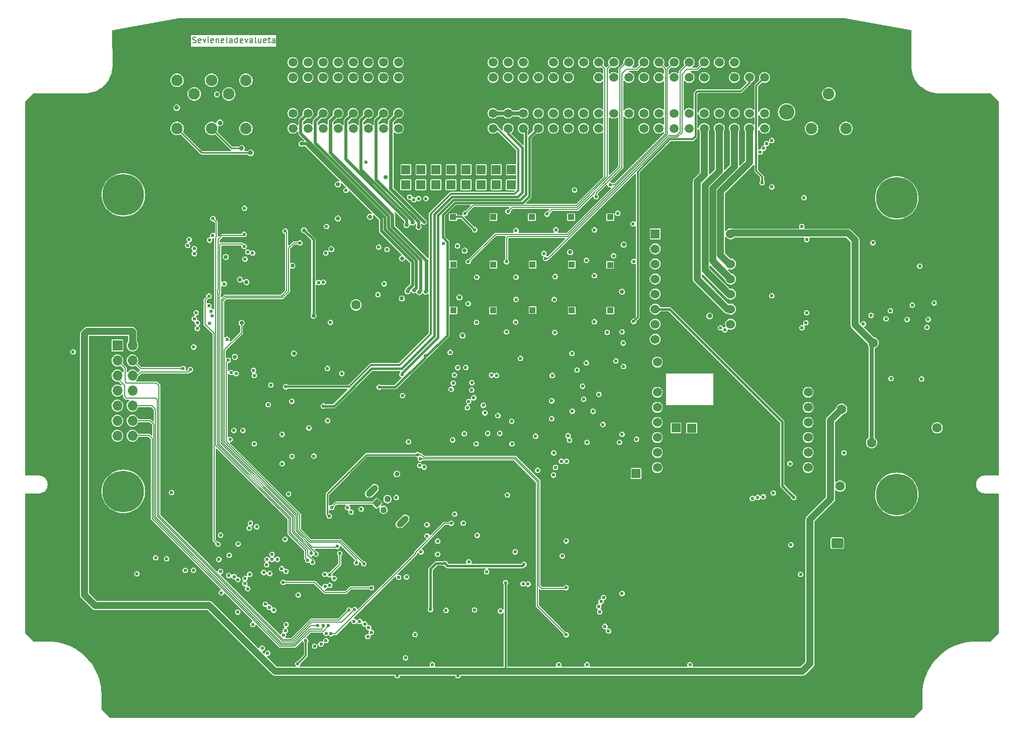
<source format=gbr>
%TF.GenerationSoftware,KiCad,Pcbnew,7.99.0-1.20231110gitd41f4ec.fc38*%
%TF.CreationDate,2023-11-11T23:50:43-03:00*%
%TF.ProjectId,OpenEFI_rev4,4f70656e-4546-4495-9f72-6576342e6b69,v4*%
%TF.SameCoordinates,Original*%
%TF.FileFunction,Copper,L2,Inr*%
%TF.FilePolarity,Positive*%
%FSLAX46Y46*%
G04 Gerber Fmt 4.6, Leading zero omitted, Abs format (unit mm)*
G04 Created by KiCad (PCBNEW 7.99.0-1.20231110gitd41f4ec.fc38) date 2023-11-11 23:50:43*
%MOMM*%
%LPD*%
G01*
G04 APERTURE LIST*
G04 Aperture macros list*
%AMRoundRect*
0 Rectangle with rounded corners*
0 $1 Rounding radius*
0 $2 $3 $4 $5 $6 $7 $8 $9 X,Y pos of 4 corners*
0 Add a 4 corners polygon primitive as box body*
4,1,4,$2,$3,$4,$5,$6,$7,$8,$9,$2,$3,0*
0 Add four circle primitives for the rounded corners*
1,1,$1+$1,$2,$3*
1,1,$1+$1,$4,$5*
1,1,$1+$1,$6,$7*
1,1,$1+$1,$8,$9*
0 Add four rect primitives between the rounded corners*
20,1,$1+$1,$2,$3,$4,$5,0*
20,1,$1+$1,$4,$5,$6,$7,0*
20,1,$1+$1,$6,$7,$8,$9,0*
20,1,$1+$1,$8,$9,$2,$3,0*%
%AMHorizOval*
0 Thick line with rounded ends*
0 $1 width*
0 $2 $3 position (X,Y) of the first rounded end (center of the circle)*
0 $4 $5 position (X,Y) of the second rounded end (center of the circle)*
0 Add line between two ends*
20,1,$1,$2,$3,$4,$5,0*
0 Add two circle primitives to create the rounded ends*
1,1,$1,$2,$3*
1,1,$1,$4,$5*%
%AMRotRect*
0 Rectangle, with rotation*
0 The origin of the aperture is its center*
0 $1 length*
0 $2 width*
0 $3 Rotation angle, in degrees counterclockwise*
0 Add horizontal line*
21,1,$1,$2,0,0,$3*%
G04 Aperture macros list end*
%ADD10C,0.150000*%
%TA.AperFunction,NonConductor*%
%ADD11C,0.150000*%
%TD*%
%TA.AperFunction,ComponentPad*%
%ADD12R,1.700000X1.700000*%
%TD*%
%TA.AperFunction,ComponentPad*%
%ADD13O,1.700000X1.700000*%
%TD*%
%TA.AperFunction,ComponentPad*%
%ADD14C,0.800000*%
%TD*%
%TA.AperFunction,ComponentPad*%
%ADD15C,7.000000*%
%TD*%
%TA.AperFunction,ComponentPad*%
%ADD16R,1.500000X1.500000*%
%TD*%
%TA.AperFunction,ComponentPad*%
%ADD17R,1.000000X1.000000*%
%TD*%
%TA.AperFunction,ComponentPad*%
%ADD18R,1.950000X1.950000*%
%TD*%
%TA.AperFunction,ComponentPad*%
%ADD19C,1.950000*%
%TD*%
%TA.AperFunction,ComponentPad*%
%ADD20C,1.508000*%
%TD*%
%TA.AperFunction,ComponentPad*%
%ADD21RotRect,1.100000X1.100000X315.000000*%
%TD*%
%TA.AperFunction,ComponentPad*%
%ADD22C,1.100000*%
%TD*%
%TA.AperFunction,ComponentPad*%
%ADD23HorizOval,1.100000X-0.459619X-0.459619X0.459619X0.459619X0*%
%TD*%
%TA.AperFunction,ComponentPad*%
%ADD24RoundRect,0.250000X-0.750000X0.600000X-0.750000X-0.600000X0.750000X-0.600000X0.750000X0.600000X0*%
%TD*%
%TA.AperFunction,ComponentPad*%
%ADD25O,2.000000X1.700000*%
%TD*%
%TA.AperFunction,ComponentPad*%
%ADD26C,1.524000*%
%TD*%
%TA.AperFunction,ComponentPad*%
%ADD27R,1.530000X1.530000*%
%TD*%
%TA.AperFunction,ComponentPad*%
%ADD28C,1.530000*%
%TD*%
%TA.AperFunction,ComponentPad*%
%ADD29C,0.600000*%
%TD*%
%TA.AperFunction,ViaPad*%
%ADD30C,0.600000*%
%TD*%
%TA.AperFunction,ViaPad*%
%ADD31C,1.600000*%
%TD*%
%TA.AperFunction,ViaPad*%
%ADD32C,0.700000*%
%TD*%
%TA.AperFunction,ViaPad*%
%ADD33C,0.800000*%
%TD*%
%TA.AperFunction,ViaPad*%
%ADD34C,2.600000*%
%TD*%
%TA.AperFunction,Conductor*%
%ADD35C,0.200000*%
%TD*%
%TA.AperFunction,Conductor*%
%ADD36C,0.300000*%
%TD*%
%TA.AperFunction,Conductor*%
%ADD37C,0.400000*%
%TD*%
%TA.AperFunction,Conductor*%
%ADD38C,0.250000*%
%TD*%
%TA.AperFunction,Conductor*%
%ADD39C,0.350000*%
%TD*%
%TA.AperFunction,Conductor*%
%ADD40C,1.200000*%
%TD*%
%TA.AperFunction,Conductor*%
%ADD41C,0.700000*%
%TD*%
%TA.AperFunction,Conductor*%
%ADD42C,0.600000*%
%TD*%
%TA.AperFunction,Conductor*%
%ADD43C,0.500000*%
%TD*%
G04 APERTURE END LIST*
D10*
D11*
X29158568Y115745600D02*
X29301425Y115697981D01*
X29301425Y115697981D02*
X29539520Y115697981D01*
X29539520Y115697981D02*
X29634758Y115745600D01*
X29634758Y115745600D02*
X29682377Y115793220D01*
X29682377Y115793220D02*
X29729996Y115888458D01*
X29729996Y115888458D02*
X29729996Y115983696D01*
X29729996Y115983696D02*
X29682377Y116078934D01*
X29682377Y116078934D02*
X29634758Y116126553D01*
X29634758Y116126553D02*
X29539520Y116174172D01*
X29539520Y116174172D02*
X29349044Y116221791D01*
X29349044Y116221791D02*
X29253806Y116269410D01*
X29253806Y116269410D02*
X29206187Y116317029D01*
X29206187Y116317029D02*
X29158568Y116412267D01*
X29158568Y116412267D02*
X29158568Y116507505D01*
X29158568Y116507505D02*
X29206187Y116602743D01*
X29206187Y116602743D02*
X29253806Y116650362D01*
X29253806Y116650362D02*
X29349044Y116697981D01*
X29349044Y116697981D02*
X29587139Y116697981D01*
X29587139Y116697981D02*
X29729996Y116650362D01*
X30539520Y115745600D02*
X30444282Y115697981D01*
X30444282Y115697981D02*
X30253806Y115697981D01*
X30253806Y115697981D02*
X30158568Y115745600D01*
X30158568Y115745600D02*
X30110949Y115840839D01*
X30110949Y115840839D02*
X30110949Y116221791D01*
X30110949Y116221791D02*
X30158568Y116317029D01*
X30158568Y116317029D02*
X30253806Y116364648D01*
X30253806Y116364648D02*
X30444282Y116364648D01*
X30444282Y116364648D02*
X30539520Y116317029D01*
X30539520Y116317029D02*
X30587139Y116221791D01*
X30587139Y116221791D02*
X30587139Y116126553D01*
X30587139Y116126553D02*
X30110949Y116031315D01*
X30920473Y116364648D02*
X31158568Y115697981D01*
X31158568Y115697981D02*
X31396663Y116364648D01*
X31777616Y115697981D02*
X31777616Y116364648D01*
X31777616Y116697981D02*
X31729997Y116650362D01*
X31729997Y116650362D02*
X31777616Y116602743D01*
X31777616Y116602743D02*
X31825235Y116650362D01*
X31825235Y116650362D02*
X31777616Y116697981D01*
X31777616Y116697981D02*
X31777616Y116602743D01*
X32634758Y115745600D02*
X32539520Y115697981D01*
X32539520Y115697981D02*
X32349044Y115697981D01*
X32349044Y115697981D02*
X32253806Y115745600D01*
X32253806Y115745600D02*
X32206187Y115840839D01*
X32206187Y115840839D02*
X32206187Y116221791D01*
X32206187Y116221791D02*
X32253806Y116317029D01*
X32253806Y116317029D02*
X32349044Y116364648D01*
X32349044Y116364648D02*
X32539520Y116364648D01*
X32539520Y116364648D02*
X32634758Y116317029D01*
X32634758Y116317029D02*
X32682377Y116221791D01*
X32682377Y116221791D02*
X32682377Y116126553D01*
X32682377Y116126553D02*
X32206187Y116031315D01*
X33110949Y116364648D02*
X33110949Y115697981D01*
X33110949Y116269410D02*
X33158568Y116317029D01*
X33158568Y116317029D02*
X33253806Y116364648D01*
X33253806Y116364648D02*
X33396663Y116364648D01*
X33396663Y116364648D02*
X33491901Y116317029D01*
X33491901Y116317029D02*
X33539520Y116221791D01*
X33539520Y116221791D02*
X33539520Y115697981D01*
X34396663Y115745600D02*
X34301425Y115697981D01*
X34301425Y115697981D02*
X34110949Y115697981D01*
X34110949Y115697981D02*
X34015711Y115745600D01*
X34015711Y115745600D02*
X33968092Y115840839D01*
X33968092Y115840839D02*
X33968092Y116221791D01*
X33968092Y116221791D02*
X34015711Y116317029D01*
X34015711Y116317029D02*
X34110949Y116364648D01*
X34110949Y116364648D02*
X34301425Y116364648D01*
X34301425Y116364648D02*
X34396663Y116317029D01*
X34396663Y116317029D02*
X34444282Y116221791D01*
X34444282Y116221791D02*
X34444282Y116126553D01*
X34444282Y116126553D02*
X33968092Y116031315D01*
X35015711Y115697981D02*
X34920473Y115745600D01*
X34920473Y115745600D02*
X34872854Y115840839D01*
X34872854Y115840839D02*
X34872854Y116697981D01*
X35825235Y115697981D02*
X35825235Y116221791D01*
X35825235Y116221791D02*
X35777616Y116317029D01*
X35777616Y116317029D02*
X35682378Y116364648D01*
X35682378Y116364648D02*
X35491902Y116364648D01*
X35491902Y116364648D02*
X35396664Y116317029D01*
X35825235Y115745600D02*
X35729997Y115697981D01*
X35729997Y115697981D02*
X35491902Y115697981D01*
X35491902Y115697981D02*
X35396664Y115745600D01*
X35396664Y115745600D02*
X35349045Y115840839D01*
X35349045Y115840839D02*
X35349045Y115936077D01*
X35349045Y115936077D02*
X35396664Y116031315D01*
X35396664Y116031315D02*
X35491902Y116078934D01*
X35491902Y116078934D02*
X35729997Y116078934D01*
X35729997Y116078934D02*
X35825235Y116126553D01*
X36729997Y115697981D02*
X36729997Y116697981D01*
X36729997Y115745600D02*
X36634759Y115697981D01*
X36634759Y115697981D02*
X36444283Y115697981D01*
X36444283Y115697981D02*
X36349045Y115745600D01*
X36349045Y115745600D02*
X36301426Y115793220D01*
X36301426Y115793220D02*
X36253807Y115888458D01*
X36253807Y115888458D02*
X36253807Y116174172D01*
X36253807Y116174172D02*
X36301426Y116269410D01*
X36301426Y116269410D02*
X36349045Y116317029D01*
X36349045Y116317029D02*
X36444283Y116364648D01*
X36444283Y116364648D02*
X36634759Y116364648D01*
X36634759Y116364648D02*
X36729997Y116317029D01*
X37587140Y115745600D02*
X37491902Y115697981D01*
X37491902Y115697981D02*
X37301426Y115697981D01*
X37301426Y115697981D02*
X37206188Y115745600D01*
X37206188Y115745600D02*
X37158569Y115840839D01*
X37158569Y115840839D02*
X37158569Y116221791D01*
X37158569Y116221791D02*
X37206188Y116317029D01*
X37206188Y116317029D02*
X37301426Y116364648D01*
X37301426Y116364648D02*
X37491902Y116364648D01*
X37491902Y116364648D02*
X37587140Y116317029D01*
X37587140Y116317029D02*
X37634759Y116221791D01*
X37634759Y116221791D02*
X37634759Y116126553D01*
X37634759Y116126553D02*
X37158569Y116031315D01*
X37968093Y116364648D02*
X38206188Y115697981D01*
X38206188Y115697981D02*
X38444283Y116364648D01*
X39253807Y115697981D02*
X39253807Y116221791D01*
X39253807Y116221791D02*
X39206188Y116317029D01*
X39206188Y116317029D02*
X39110950Y116364648D01*
X39110950Y116364648D02*
X38920474Y116364648D01*
X38920474Y116364648D02*
X38825236Y116317029D01*
X39253807Y115745600D02*
X39158569Y115697981D01*
X39158569Y115697981D02*
X38920474Y115697981D01*
X38920474Y115697981D02*
X38825236Y115745600D01*
X38825236Y115745600D02*
X38777617Y115840839D01*
X38777617Y115840839D02*
X38777617Y115936077D01*
X38777617Y115936077D02*
X38825236Y116031315D01*
X38825236Y116031315D02*
X38920474Y116078934D01*
X38920474Y116078934D02*
X39158569Y116078934D01*
X39158569Y116078934D02*
X39253807Y116126553D01*
X39872855Y115697981D02*
X39777617Y115745600D01*
X39777617Y115745600D02*
X39729998Y115840839D01*
X39729998Y115840839D02*
X39729998Y116697981D01*
X40682379Y116364648D02*
X40682379Y115697981D01*
X40253808Y116364648D02*
X40253808Y115840839D01*
X40253808Y115840839D02*
X40301427Y115745600D01*
X40301427Y115745600D02*
X40396665Y115697981D01*
X40396665Y115697981D02*
X40539522Y115697981D01*
X40539522Y115697981D02*
X40634760Y115745600D01*
X40634760Y115745600D02*
X40682379Y115793220D01*
X41539522Y115745600D02*
X41444284Y115697981D01*
X41444284Y115697981D02*
X41253808Y115697981D01*
X41253808Y115697981D02*
X41158570Y115745600D01*
X41158570Y115745600D02*
X41110951Y115840839D01*
X41110951Y115840839D02*
X41110951Y116221791D01*
X41110951Y116221791D02*
X41158570Y116317029D01*
X41158570Y116317029D02*
X41253808Y116364648D01*
X41253808Y116364648D02*
X41444284Y116364648D01*
X41444284Y116364648D02*
X41539522Y116317029D01*
X41539522Y116317029D02*
X41587141Y116221791D01*
X41587141Y116221791D02*
X41587141Y116126553D01*
X41587141Y116126553D02*
X41110951Y116031315D01*
X41872856Y116364648D02*
X42253808Y116364648D01*
X42015713Y116697981D02*
X42015713Y115840839D01*
X42015713Y115840839D02*
X42063332Y115745600D01*
X42063332Y115745600D02*
X42158570Y115697981D01*
X42158570Y115697981D02*
X42253808Y115697981D01*
X43015713Y115697981D02*
X43015713Y116221791D01*
X43015713Y116221791D02*
X42968094Y116317029D01*
X42968094Y116317029D02*
X42872856Y116364648D01*
X42872856Y116364648D02*
X42682380Y116364648D01*
X42682380Y116364648D02*
X42587142Y116317029D01*
X43015713Y115745600D02*
X42920475Y115697981D01*
X42920475Y115697981D02*
X42682380Y115697981D01*
X42682380Y115697981D02*
X42587142Y115745600D01*
X42587142Y115745600D02*
X42539523Y115840839D01*
X42539523Y115840839D02*
X42539523Y115936077D01*
X42539523Y115936077D02*
X42587142Y116031315D01*
X42587142Y116031315D02*
X42682380Y116078934D01*
X42682380Y116078934D02*
X42920475Y116078934D01*
X42920475Y116078934D02*
X43015713Y116126553D01*
D12*
%TO.N,+3V3*%
%TO.C,J4*%
X16499050Y64679800D03*
D13*
%TO.N,+5V*%
X19039050Y64679800D03*
%TO.N,/AUX_CS_1*%
X16499050Y62139800D03*
%TO.N,/SPI2_SCK*%
X19039050Y62139800D03*
%TO.N,/AUX_CS_2*%
X16499050Y59599800D03*
%TO.N,/SPI2_MOSI*%
X19039050Y59599800D03*
%TO.N,/AUX_IN_5*%
X16499050Y57059800D03*
%TO.N,/SPI2_MISO*%
X19039050Y57059800D03*
%TO.N,/AUX_IN_6*%
X16499050Y54519800D03*
%TO.N,/AUX_OUT_1*%
X19039050Y54519800D03*
%TO.N,/AUX_IN_7*%
X16499050Y51979800D03*
%TO.N,/AUX_OUT_2*%
X19039050Y51979800D03*
%TO.N,/AUX_IN_8*%
X16499050Y49439800D03*
%TO.N,/AUX_OUT_3*%
X19039050Y49439800D03*
%TO.N,GND*%
X16499050Y46899800D03*
X19039050Y46899800D03*
%TD*%
D14*
%TO.N,N/C*%
%TO.C,H3*%
X145132650Y39564800D03*
X145901495Y41420955D03*
X145901495Y37708645D03*
X147757650Y42189800D03*
D15*
X147757650Y39564800D03*
D14*
X147757650Y36939800D03*
X149613805Y41420955D03*
X149613805Y37708645D03*
X150382650Y39564800D03*
%TD*%
D16*
%TO.N,Net-(J6-Pad83)*%
%TO.C,TP33*%
X80308850Y94311200D03*
%TD*%
%TO.N,Net-(J6-Pad86)*%
%TO.C,TP27*%
X72688850Y94311200D03*
%TD*%
%TO.N,Net-(J6-Pad95)*%
%TO.C,TP69*%
X70146950Y91768800D03*
%TD*%
%TO.N,Net-(J6-Pad91)*%
%TO.C,TP73*%
X80306950Y91768800D03*
%TD*%
D17*
%TO.N,/Sensores/CH_VBATT_m*%
%TO.C,TP20*%
X86419350Y70626200D03*
%TD*%
D16*
%TO.N,Net-(J6-Pad88)*%
%TO.C,TP24*%
X67608850Y94311200D03*
%TD*%
D17*
%TO.N,/Sensores/AUX_CH7_m*%
%TO.C,TP18*%
X79815350Y78322400D03*
%TD*%
D18*
%TO.N,GND*%
%TO.C,J6*%
X139201750Y109398400D03*
D19*
X133401750Y109398400D03*
%TO.N,+12VA*%
X136301750Y107068400D03*
%TO.N,LSU_Heater+*%
X139201750Y101268400D03*
%TO.N,LSU_Heater-*%
X133401750Y101268400D03*
D20*
%TO.N,CMP-*%
X79771750Y101268400D03*
%TO.N,CMP+*%
X82311750Y101268400D03*
%TO.N,CKP+*%
X84851750Y101268400D03*
%TO.N,CKP-*%
X87391750Y101268400D03*
%TO.N,LSU_Un*%
X89931750Y101268400D03*
%TO.N,LSU_Rtrim*%
X92471750Y101268400D03*
%TO.N,LSU_Vm*%
X95011750Y101268400D03*
%TO.N,LSU_Ip*%
X97551750Y101268400D03*
%TO.N,GND*%
X100091750Y101268400D03*
X102631750Y101268400D03*
%TO.N,unconnected-(J6-Pad16)*%
X105171750Y101268400D03*
%TO.N,unconnected-(J6-Pad17)*%
X107711750Y101268400D03*
%TO.N,unconnected-(J6-Pad18)*%
X110251750Y101268400D03*
%TO.N,TACHO_OUT*%
X112791750Y101268400D03*
%TO.N,STEPPER_A2*%
X115331750Y101268400D03*
%TO.N,STEPPER_A1*%
X117871750Y101268400D03*
%TO.N,STEPPER_B1*%
X120411750Y101268400D03*
%TO.N,STEPPER_B2*%
X122951750Y101268400D03*
%TO.N,unconnected-(J6-Pad24)*%
X125491750Y101268400D03*
%TO.N,+5C*%
X79771750Y103808400D03*
X82311750Y103808400D03*
X84851750Y103808400D03*
X87391750Y103808400D03*
X89931750Y103808400D03*
%TO.N,AUX_IN1*%
X92471750Y103808400D03*
%TO.N,AUX_IN2*%
X95011750Y103808400D03*
%TO.N,AUX_IN3*%
X97551750Y103808400D03*
%TO.N,AUX_IN4*%
X100091750Y103808400D03*
%TO.N,unconnected-(J6-Pad34)*%
X102631750Y103808400D03*
%TO.N,unconnected-(J6-Pad35)*%
X105171750Y103808400D03*
%TO.N,unconnected-(J6-Pad36)*%
X107711750Y103808400D03*
%TO.N,unconnected-(J6-Pad37)*%
X110251750Y103808400D03*
%TO.N,unconnected-(J6-Pad38)*%
X112791750Y103808400D03*
%TO.N,unconnected-(J6-Pad39)*%
X115331750Y103808400D03*
%TO.N,unconnected-(J6-Pad40)*%
X117871750Y103808400D03*
%TO.N,unconnected-(J6-Pad41)*%
X120411750Y103808400D03*
%TO.N,unconnected-(J6-Pad42)*%
X122951750Y103808400D03*
%TO.N,unconnected-(J6-Pad43)*%
X125491750Y103808400D03*
%TO.N,unconnected-(J6-Pad44)*%
X79771750Y109858400D03*
%TO.N,unconnected-(J6-Pad45)*%
X82311750Y109858400D03*
%TO.N,unconnected-(J6-Pad46)*%
X84851750Y109858400D03*
%TO.N,/connector/VBUSC*%
X87391750Y109858400D03*
%TO.N,/connector/USBD+*%
X89931750Y109858400D03*
%TO.N,/connector/USBD-*%
X92471750Y109858400D03*
%TO.N,GND*%
X95011750Y109858400D03*
%TO.N,unconnected-(J6-Pad51)*%
X97551750Y109858400D03*
%TO.N,unconnected-(J6-Pad52)*%
X100091750Y109858400D03*
%TO.N,unconnected-(J6-Pad53)*%
X102631750Y109858400D03*
%TO.N,unconnected-(J6-Pad54)*%
X105171750Y109858400D03*
%TO.N,unconnected-(J6-Pad55)*%
X107711750Y109858400D03*
%TO.N,unconnected-(J6-Pad56)*%
X110251750Y109858400D03*
%TO.N,unconnected-(J6-Pad57)*%
X112791750Y109858400D03*
%TO.N,CAN-*%
X115331750Y109858400D03*
%TO.N,GND*%
X117871750Y109858400D03*
%TO.N,CAN+*%
X120411750Y109858400D03*
%TO.N,ACC*%
X122951750Y109858400D03*
%TO.N,12V_PERM*%
X125491750Y109858400D03*
%TO.N,CH_CLT*%
X79771750Y112398400D03*
%TO.N,CH_TPS*%
X82311750Y112398400D03*
%TO.N,+5C*%
X84851750Y112398400D03*
%TO.N,GND*%
X87391750Y112398400D03*
%TO.N,CH_IAT*%
X89931750Y112398400D03*
%TO.N,CH_MAP*%
X92471750Y112398400D03*
%TO.N,CH_O2*%
X95011750Y112398400D03*
%TO.N,AUX_CH1*%
X97551750Y112398400D03*
%TO.N,AUX_CH2*%
X100091750Y112398400D03*
%TO.N,AUX_CH3*%
X102631750Y112398400D03*
%TO.N,AUX_CH4*%
X105171750Y112398400D03*
%TO.N,AUX_CH5*%
X107711750Y112398400D03*
%TO.N,AUX_CH6*%
X110251750Y112398400D03*
%TO.N,AUX_CH7*%
X112791750Y112398400D03*
%TO.N,AUX_CH8*%
X115331750Y112398400D03*
%TO.N,+5C*%
X117871750Y112398400D03*
X120411750Y112398400D03*
%TO.N,GND*%
X122951750Y112398400D03*
X125491750Y112398400D03*
%TO.N,Net-(J6-Pad82)*%
X63831750Y112398400D03*
%TO.N,Net-(J6-Pad83)*%
X61291750Y112398400D03*
%TO.N,Net-(J6-Pad84)*%
X58751750Y112398400D03*
%TO.N,Net-(J6-Pad85)*%
X56211750Y112398400D03*
%TO.N,Net-(J6-Pad86)*%
X53671750Y112398400D03*
%TO.N,Net-(J6-Pad87)*%
X51131750Y112398400D03*
%TO.N,Net-(J6-Pad88)*%
X48591750Y112398400D03*
%TO.N,Net-(J6-Pad89)*%
X46051750Y112398400D03*
%TO.N,Net-(J6-Pad90)*%
X63831750Y109858400D03*
%TO.N,Net-(J6-Pad91)*%
X61291750Y109858400D03*
%TO.N,Net-(J6-Pad92)*%
X58751750Y109858400D03*
%TO.N,Net-(J6-Pad93)*%
X56211750Y109858400D03*
%TO.N,Net-(J6-Pad94)*%
X53671750Y109858400D03*
%TO.N,Net-(J6-Pad95)*%
X51131750Y109858400D03*
%TO.N,Net-(J6-Pad96)*%
X48591750Y109858400D03*
%TO.N,Net-(J6-Pad97)*%
X46051750Y109858400D03*
%TO.N,R0_OUT*%
X63831750Y103808400D03*
%TO.N,R1_OUT*%
X61291750Y103808400D03*
%TO.N,R2_OUT*%
X58751750Y103808400D03*
%TO.N,R3_OUT*%
X56211750Y103808400D03*
%TO.N,PWM0_OUT*%
X53671750Y103808400D03*
%TO.N,PWM1_OUT*%
X51131750Y103808400D03*
%TO.N,CHECK_ENGINE*%
X48591750Y103808400D03*
%TO.N,MIL_OUT*%
X46051750Y103808400D03*
%TO.N,IGN1*%
X63831750Y101268400D03*
%TO.N,IGN2*%
X61291750Y101268400D03*
%TO.N,IGN3*%
X58751750Y101268400D03*
%TO.N,IGN4*%
X56211750Y101268400D03*
%TO.N,IGN5*%
X53671750Y101268400D03*
%TO.N,IGN6*%
X51131750Y101268400D03*
%TO.N,IGN7*%
X48591750Y101268400D03*
%TO.N,IGN8*%
X46051750Y101268400D03*
D19*
%TO.N,INJ1*%
X38151750Y109398400D03*
%TO.N,INJ2*%
X32351750Y109398400D03*
%TO.N,INJ3*%
X26551750Y109398400D03*
%TO.N,INJ4*%
X35251750Y107068400D03*
%TO.N,INJ5*%
X29451750Y107068400D03*
%TO.N,INJ6*%
X38151750Y101268400D03*
%TO.N,INJ7*%
X32351750Y101268400D03*
%TO.N,INJ8*%
X26551750Y101268400D03*
%TD*%
D21*
%TO.N,VBUS*%
%TO.C,J1*%
X60192050Y38075600D03*
D22*
%TO.N,USB_D-*%
X61995172Y38747351D03*
%TO.N,USB_D+*%
X61323421Y36944229D03*
%TO.N,GND*%
X63126543Y37615981D03*
X62454792Y35812858D03*
D23*
%TO.N,N/C*%
X59361200Y40143887D03*
X64523079Y34982008D03*
%TD*%
D16*
%TO.N,Net-(J6-Pad94)*%
%TO.C,TP70*%
X72686950Y91768800D03*
%TD*%
D17*
%TO.N,/Sensores/AUX_CH8_m*%
%TO.C,TP21*%
X86419350Y78322400D03*
%TD*%
D16*
%TO.N,Net-(J6-Pad93)*%
%TO.C,TP71*%
X75226950Y91768800D03*
%TD*%
%TO.N,Net-(J6-Pad96)*%
%TO.C,TP68*%
X67606950Y91768800D03*
%TD*%
D17*
%TO.N,/ACC_DET*%
%TO.C,TP38*%
X99500350Y70575400D03*
%TD*%
%TO.N,/Sensores/AUX_CH4_m*%
%TO.C,TP13*%
X92921750Y86323400D03*
%TD*%
%TO.N,/Sensores/AUX_CH6_m*%
%TO.C,TP17*%
X73058950Y78347800D03*
%TD*%
D16*
%TO.N,Net-(U19-SEL_2)*%
%TO.C,TP36*%
X110585650Y50775600D03*
%TD*%
%TO.N,Net-(J6-Pad82)*%
%TO.C,TP34*%
X82848850Y94311200D03*
%TD*%
D17*
%TO.N,/Sensores/AUX_CH3_m*%
%TO.C,TP12*%
X86292350Y86323400D03*
%TD*%
D24*
%TO.N,VBATT*%
%TO.C,BT1*%
X137758850Y31350000D03*
D25*
%TO.N,GND*%
X137758850Y28850000D03*
%TD*%
D17*
%TO.N,/Sensores/AUX_CH2_m*%
%TO.C,TP11*%
X79815350Y86323400D03*
%TD*%
D14*
%TO.N,N/C*%
%TO.C,H1*%
X14882650Y40064800D03*
X15651495Y41920955D03*
X15651495Y38208645D03*
X17507650Y42689800D03*
D15*
X17507650Y40064800D03*
D14*
X17507650Y37439800D03*
X19363805Y41920955D03*
X19363805Y38208645D03*
X20132650Y40064800D03*
%TD*%
D16*
%TO.N,Net-(J6-Pad87)*%
%TO.C,TP26*%
X70148850Y94311200D03*
%TD*%
D14*
%TO.N,N/C*%
%TO.C,H2*%
X145132650Y89564800D03*
X145901495Y91420955D03*
X145901495Y87708645D03*
X147757650Y92189800D03*
D15*
X147757650Y89564800D03*
D14*
X147757650Y86939800D03*
X149613805Y91420955D03*
X149613805Y87708645D03*
X150382650Y89564800D03*
%TD*%
D17*
%TO.N,/Sensores/CH_TPS_m*%
%TO.C,TP19*%
X93023350Y78322400D03*
%TD*%
D26*
%TO.N,+5V*%
%TO.C,U19*%
X107436050Y61850000D03*
%TO.N,GND*%
X107436050Y59310000D03*
%TO.N,Net-(U19-SEL_1)*%
X107436050Y56770000D03*
%TO.N,Net-(U19-SEL_2)*%
X107436050Y54230000D03*
%TO.N,/Sensores/CAN_RX*%
X107436050Y51690000D03*
%TO.N,/Sensores/CAN_TX*%
X107436050Y49150000D03*
%TO.N,LSU_Heater+*%
X107436050Y46610000D03*
%TO.N,/Sensores/Boot0*%
X107436050Y44070000D03*
%TO.N,GND*%
X132836050Y61850000D03*
X132836050Y59310000D03*
%TO.N,LSU_Heater-*%
X132836050Y56770000D03*
X132836050Y54230000D03*
%TO.N,LSU_Ip*%
X132836050Y51690000D03*
%TO.N,LSU_Vm*%
X132836050Y49150000D03*
%TO.N,LSU_Rtrim*%
X132836050Y46610000D03*
%TO.N,LSU_Un*%
X132836050Y44070000D03*
%TD*%
D16*
%TO.N,Net-(J6-Pad89)*%
%TO.C,TP22*%
X65068850Y94311200D03*
%TD*%
%TO.N,/Sensores/Boot0*%
%TO.C,TP35*%
X103854650Y43079400D03*
%TD*%
D14*
%TO.N,N/C*%
%TO.C,H4*%
X14882650Y90064800D03*
X15651495Y91920955D03*
X15651495Y88208645D03*
X17507650Y92689800D03*
D15*
X17507650Y90064800D03*
D14*
X17507650Y87439800D03*
X19363805Y91920955D03*
X19363805Y88208645D03*
X20132650Y90064800D03*
%TD*%
D16*
%TO.N,Net-(J6-Pad84)*%
%TO.C,TP32*%
X77768851Y94311200D03*
%TD*%
D17*
%TO.N,/Sensores/CH_IAT_m*%
%TO.C,TP14*%
X79764550Y70575400D03*
%TD*%
%TO.N,/Sensores/CH_MAP_m*%
%TO.C,TP23*%
X73084350Y70575400D03*
%TD*%
%TO.N,/Sensores/CH_O2_m*%
%TO.C,TP25*%
X93023350Y70575400D03*
%TD*%
D16*
%TO.N,Net-(J6-Pad90)*%
%TO.C,TP74*%
X82846950Y91768800D03*
%TD*%
%TO.N,Net-(J6-Pad97)*%
%TO.C,TP67*%
X65066950Y91768800D03*
%TD*%
%TO.N,Net-(J6-Pad92)*%
%TO.C,TP72*%
X77766950Y91768800D03*
%TD*%
%TO.N,Net-(J6-Pad85)*%
%TO.C,TP31*%
X75228849Y94311199D03*
%TD*%
D27*
%TO.N,/MTR_ENABLE*%
%TO.C,U23*%
X107080450Y83490800D03*
D28*
%TO.N,Net-(JP2-B)*%
X107080450Y80950800D03*
%TO.N,Net-(JP1-B)*%
X107080450Y78410800D03*
%TO.N,Net-(JP3-B)*%
X107080450Y75870800D03*
%TO.N,+3V3*%
X107080450Y73330800D03*
X107080450Y70790800D03*
%TO.N,/MTR_STEP*%
X107080450Y68250800D03*
%TO.N,/MTR_DIR*%
X107080450Y65710800D03*
%TO.N,GND*%
X119780450Y65710800D03*
%TO.N,Net-(JP5-A)*%
X119780450Y68250800D03*
%TO.N,STEPPER_A2*%
X119780450Y70790800D03*
%TO.N,STEPPER_A1*%
X119780450Y73330800D03*
%TO.N,STEPPER_B1*%
X119780450Y75870800D03*
%TO.N,STEPPER_B2*%
X119780450Y78410800D03*
%TO.N,GND*%
X119780450Y80950800D03*
%TO.N,LSU_Heater+*%
X119780450Y83490800D03*
%TD*%
D17*
%TO.N,/Sensores/AUX_CH1_m*%
%TO.C,TP10*%
X73029750Y86323400D03*
%TD*%
D16*
%TO.N,Net-(U19-SEL_1)*%
%TO.C,TP37*%
X113227250Y50724800D03*
%TD*%
D29*
%TO.N,GND*%
%TO.C,U16*%
X149946050Y62488400D03*
X149946050Y63688400D03*
X149946050Y64988400D03*
X149946050Y66088400D03*
X148746050Y62488400D03*
X148746050Y63688400D03*
X148746050Y64988400D03*
X148746050Y66088400D03*
%TD*%
D17*
%TO.N,/Sensores/AUX_CH5_m*%
%TO.C,TP16*%
X99500350Y86323400D03*
%TD*%
%TO.N,/Sensores/CH_CLT_m*%
%TO.C,TP15*%
X99485850Y78258400D03*
%TD*%
D30*
%TO.N,GND*%
X36824050Y32208200D03*
X37230450Y17120600D03*
D31*
X43123250Y67438000D03*
D30*
X89656050Y49380900D03*
X73831850Y34707500D03*
D32*
X103676850Y18517600D03*
D30*
X99536650Y68022200D03*
X129305450Y26950400D03*
X58185450Y53696600D03*
X84031750Y53303400D03*
X80340914Y15186192D03*
X42513650Y53112400D03*
X76346450Y63069200D03*
D31*
X42615250Y83186000D03*
X40583250Y85218000D03*
D30*
X31998050Y78563200D03*
D31*
X40075250Y70486000D03*
D30*
%TO.N,Net-(JP8-B)*%
X44240850Y49658000D03*
X45866450Y55246000D03*
%TO.N,/INY2*%
X37865450Y81382600D03*
X49117650Y29582400D03*
%TO.N,/INY1*%
X49363761Y28110911D03*
X37840050Y83414600D03*
%TO.N,+3V3*%
X96619950Y53559700D03*
X36773250Y19686000D03*
X45333050Y39599600D03*
X33877650Y26544000D03*
X84982450Y27743500D03*
X22955650Y28865500D03*
X40888050Y13590000D03*
X112947850Y10846800D03*
X32074250Y68377800D03*
X130423050Y39040800D03*
X44240850Y44730400D03*
X35488350Y48845200D03*
X77118650Y32640000D03*
X32577750Y83186000D03*
X95599650Y10846800D03*
X33598250Y28576000D03*
X103930850Y48870600D03*
X53016903Y25362547D03*
X69539250Y10846800D03*
X90849850Y10846800D03*
X48228650Y14860000D03*
X101471350Y66970900D03*
X71698250Y27890200D03*
X152851250Y67717400D03*
D31*
X138220850Y40945800D03*
D30*
X89746750Y59628000D03*
X73285009Y36233406D03*
X46882450Y10999200D03*
X69234450Y20124100D03*
X95459850Y61736200D03*
%TO.N,/NRST*%
X25622650Y39879000D03*
X39303150Y17603200D03*
X19780650Y26163000D03*
%TO.N,VBATT*%
X34020079Y22970993D03*
X129940450Y31039800D03*
%TO.N,CH_O2*%
X88335250Y80188800D03*
%TO.N,/SYS_SWO*%
X38771961Y26094689D03*
X29305650Y26762500D03*
%TO.N,/SYS_SWCLK*%
X41149939Y26374089D03*
X27934050Y26762500D03*
%TO.N,/SYS_SWDIO*%
X42158050Y26213800D03*
X24780011Y28703000D03*
%TO.N,/MTR_STEP*%
X118808750Y67285600D03*
X59277650Y16282400D03*
%TO.N,/MTR_DIR*%
X58820450Y17081861D03*
X118086050Y67641200D03*
%TO.N,/MTR_FAULT*%
X58160050Y17704800D03*
%TO.N,/ECN2*%
X47238050Y81966800D03*
X53537250Y30781400D03*
%TO.N,Net-(JP9-B)*%
X48762050Y50750200D03*
X64535450Y56211200D03*
%TO.N,/PMIC1_ENABLE*%
X58007650Y27854700D03*
X32025750Y82424000D03*
X35173050Y62180200D03*
D33*
%TO.N,/MTR_ENABLE*%
X116250203Y69648153D03*
D30*
X57296450Y18133361D03*
%TO.N,/RPM_OUT*%
X56369837Y18133361D03*
X151632050Y78055200D03*
%TO.N,/AUX_CS_1*%
X55497789Y20036861D03*
%TO.N,/AUX_CS_2*%
X56432850Y20124100D03*
%TO.N,/CAN1_RX*%
X44755419Y31977465D03*
X68616739Y32539911D03*
%TO.N,/CAN1_TX*%
X67634250Y29846000D03*
X42539050Y29465000D03*
%TO.N,AUX_CH1*%
X75076450Y86945200D03*
%TO.N,AUX_CH2*%
X82290050Y87250000D03*
%TO.N,/AUX_IN_2_m*%
X145967850Y69165200D03*
X125292250Y39142400D03*
%TO.N,AUX_CH3*%
X88868650Y86818200D03*
%TO.N,/LED_CAN_RX*%
X84830050Y24461200D03*
X44418650Y24699900D03*
X59303050Y23787100D03*
%TO.N,/LED_CAN_TX*%
X85668250Y24435800D03*
X51479850Y24014600D03*
%TO.N,/AUX_IN_3_m*%
X149498450Y69038200D03*
X124327337Y39040513D03*
%TO.N,/R_LMB*%
X65729250Y89688400D03*
X35338028Y29274377D03*
%TO.N,/ECN1*%
X49955850Y29490400D03*
X44748850Y83973400D03*
%TO.N,/MEMORY_CS*%
X63877841Y25550609D03*
X70445850Y31674800D03*
%TO.N,/MIL_OUT*%
X67050050Y46254400D03*
X92069050Y23826200D03*
X52180695Y35901555D03*
%TO.N,/CHK_OUT*%
X92094450Y15876000D03*
X58668050Y15581300D03*
X67517350Y45522611D03*
D32*
%TO.N,/PMIC2_ENABLE*%
X37412861Y68454732D03*
D30*
X56737650Y28027300D03*
%TO.N,AUX_CH4*%
X97123650Y89764600D03*
%TO.N,/Sensores/CH_VBATT_m*%
X78138950Y54573400D03*
X90191250Y66854300D03*
%TO.N,CH_MAP*%
X75584450Y71705200D03*
%TO.N,/SPI2_MISO*%
X32435111Y69667939D03*
X52241850Y25985200D03*
X53943650Y29582400D03*
X70445850Y29465000D03*
%TO.N,/SPI2_SCK*%
X74755222Y34707500D03*
X31911750Y71375000D03*
X75686050Y28169600D03*
X52275324Y24224273D03*
X27578450Y60793300D03*
%TO.N,Net-(D4-A1)*%
X132607450Y82500200D03*
X132607950Y70181200D03*
%TO.N,/SPI2_MOSI*%
X78683250Y26493200D03*
X32328250Y70460600D03*
X28812950Y60587889D03*
X51429050Y26077900D03*
X68653039Y34430411D03*
%TO.N,AUX_CH5*%
X99485850Y91796600D03*
%TO.N,CMP-*%
X44850450Y57699600D03*
%TO.N,CMP+*%
X51200450Y54458600D03*
%TO.N,CKP+*%
X64434528Y59766522D03*
%TO.N,AUX_CH6*%
X75584450Y78817200D03*
%TO.N,AUX_CH7*%
X82036050Y78791800D03*
%TO.N,AUX_CH8*%
X88614650Y79350600D03*
%TO.N,+12VA*%
X132124850Y89586800D03*
X132455050Y68479400D03*
%TO.N,/AUX_OUT_1*%
X50235250Y17435500D03*
%TO.N,/AUX_OUT_2*%
X51200450Y17435500D03*
%TO.N,/AUX_OUT_3*%
X52038650Y17435500D03*
%TO.N,+5V*%
X63621050Y8980500D03*
X101746450Y61138800D03*
X36493850Y59919600D03*
D31*
X138474850Y53925200D03*
D30*
X73857250Y8980500D03*
X81883650Y24664400D03*
X83509250Y29846000D03*
X82188450Y39447200D03*
X52368850Y68555600D03*
X93110450Y53569600D03*
%TO.N,Net-(Q5-C)*%
X126714550Y73051400D03*
X126714550Y91390200D03*
%TO.N,/CKP*%
X65526050Y48438800D03*
X55848650Y36577000D03*
X49587050Y46000400D03*
X37636850Y50330600D03*
%TO.N,/CMP*%
X55264450Y37323700D03*
X45917250Y45949600D03*
X36112850Y50330600D03*
%TO.N,/CKP/CMP_sensors/IN1+*%
X41904050Y54687200D03*
%TO.N,/CKP/CMP_sensors/IN1-*%
X35655650Y60097400D03*
X42361250Y57989200D03*
X39567250Y48083200D03*
%TO.N,/CKP/CMP_sensors/IN2-*%
X54299250Y59919600D03*
X39567250Y59614800D03*
%TO.N,/CKP/CMP_sensors/IN2+*%
X39414850Y60478400D03*
X51860850Y60802800D03*
X51911650Y51994800D03*
%TO.N,/R_ECN_INY*%
X66440450Y89231200D03*
X35249250Y25858200D03*
%TO.N,/R_GNC_GLP*%
X67227850Y89434400D03*
X36163650Y25680400D03*
%TO.N,/R_AAC*%
X68472450Y89434400D03*
X36792950Y25172400D03*
%TO.N,/TIM9_CH1*%
X68167650Y44146200D03*
X37992450Y25375600D03*
%TO.N,/TIM9_CH2*%
X37952181Y24501469D03*
X67405650Y44425600D03*
%TO.N,Net-(Q7-G)*%
X131774950Y84710000D03*
X131787886Y67653300D03*
%TO.N,/LED0*%
X71850650Y19990800D03*
X41421450Y21032200D03*
%TO.N,/LED1*%
X42107250Y20498800D03*
X76651250Y20067000D03*
%TO.N,/LED2*%
X81020050Y19863800D03*
X42843850Y20016200D03*
%TO.N,CKP-*%
X60623850Y57633600D03*
%TO.N,Net-(U3-BOOT0)*%
X33877650Y32690800D03*
%TO.N,CAN+*%
X92083550Y31700200D03*
X100451050Y62078600D03*
%TO.N,/Sensores/CH_MAP_m*%
X76970550Y68556400D03*
X76513350Y55843400D03*
%TO.N,CAN-*%
X91434050Y29160200D03*
X101695650Y65075800D03*
%TO.N,Net-(U9B-+)*%
X80907550Y49832900D03*
X92399250Y49454800D03*
%TO.N,/Sensores/CH_O2_m*%
X78392950Y53303400D03*
X96833350Y68683400D03*
%TO.N,5V_ENABLE*%
X38449650Y23648400D03*
X138881250Y46559200D03*
%TO.N,/AUX_IN_4_m*%
X123438050Y38871100D03*
X153054450Y69038200D03*
%TO.N,CH_IAT*%
X83661650Y72418700D03*
%TO.N,TACHO_OUT*%
X143758050Y81992200D03*
%TO.N,/Sensores/CH_IAT_m*%
X75446550Y54167000D03*
X83574550Y68607200D03*
%TO.N,CH_CLT*%
X100081350Y79782400D03*
%TO.N,/Sensores/CH_CLT_m*%
X103484550Y78842600D03*
X79516650Y59653400D03*
X80577350Y52846200D03*
%TO.N,CH_TPS*%
X95523450Y79020400D03*
%TO.N,Net-(U3-PB2)*%
X46958650Y22581600D03*
%TO.N,/Sensores/CH_TPS_m*%
X75649750Y55233800D03*
X96833350Y76430400D03*
%TO.N,/AUX_IN_1_m*%
X126955889Y39790161D03*
X142137150Y68304364D03*
%TO.N,Net-(U9C-+)*%
X86939850Y49380900D03*
X74938550Y49798200D03*
%TO.N,VBUS*%
X93499750Y90882200D03*
X63468650Y39040800D03*
X52572050Y37323700D03*
%TO.N,Net-(U9A-+)*%
X92653250Y48692800D03*
X72957350Y48731400D03*
%TO.N,USB_D-*%
X57558339Y37092889D03*
D33*
X63595650Y43003200D03*
D30*
%TO.N,/PA4*%
X50794050Y14313478D03*
X98266650Y51334400D03*
%TO.N,/PA5*%
X89996350Y46537700D03*
X51632250Y14912978D03*
D32*
%TO.N,+5C*%
X74619250Y66345800D03*
X74111250Y72770700D03*
D31*
X154556954Y50779700D03*
D30*
X84372850Y62496300D03*
D32*
X92754850Y80392000D03*
X101771850Y81662000D03*
D30*
X82036050Y66980800D03*
D32*
X75000250Y80644700D03*
X101492450Y73737200D03*
D30*
%TO.N,/Sensores/B*%
X89645150Y55335400D03*
X94837650Y57786000D03*
%TO.N,/ACC_DET*%
X65187961Y25614300D03*
X99003250Y66879200D03*
%TO.N,/Sensores/C*%
X97580850Y56414400D03*
X89619750Y52312800D03*
%TO.N,/Sensores/mux_out*%
X82914150Y51881000D03*
X80374150Y59617900D03*
%TO.N,/MUX_B*%
X41692961Y28593511D03*
X93923250Y60529200D03*
%TO.N,/MUX_C*%
X41624650Y27687000D03*
X95040850Y55601600D03*
%TO.N,/MUX_A*%
X93059650Y63323200D03*
X42558621Y28575673D03*
%TO.N,/MUX_OUT*%
X51649750Y16112478D03*
X87287956Y43618694D03*
%TO.N,Net-(U10A-+)*%
X76919750Y48069100D03*
X101075150Y48350400D03*
%TO.N,LSU_Heater+*%
X131566050Y26086800D03*
D32*
X64408450Y72594200D03*
D30*
X9036450Y63577200D03*
D32*
X47949250Y84100400D03*
X64459250Y79350600D03*
D31*
X143529450Y48286400D03*
X143783450Y65126600D03*
D30*
X140735450Y79807800D03*
D32*
X49524050Y69673200D03*
D30*
X90087850Y72418700D03*
X100781250Y86970600D03*
D31*
X56679187Y71494838D03*
D34*
X129203850Y104039400D03*
D30*
X29356450Y64390000D03*
%TO.N,ACC*%
X103448250Y68708000D03*
%TO.N,12V_PERM*%
X129788050Y44730400D03*
X125089050Y92096461D03*
%TO.N,R0_OUT*%
X68160215Y85468577D03*
D32*
%TO.N,R1_OUT*%
X67230150Y84659200D03*
%TO.N,R2_OUT*%
X66205318Y85389268D03*
%TO.N,R3_OUT*%
X65195850Y84989400D03*
%TO.N,PWM0_OUT*%
X68421650Y73737200D03*
%TO.N,PWM1_OUT*%
X67354850Y73661000D03*
%TO.N,MIL_OUT*%
X47492050Y98680000D03*
X65373650Y73813400D03*
%TO.N,CHECK_ENGINE*%
X66481450Y73981400D03*
D30*
%TO.N,/SD_CD*%
X101492450Y22835600D03*
X39963741Y34077891D03*
%TO.N,/BARO_CS*%
X72739650Y34661900D03*
X52470450Y16053800D03*
%TO.N,/Sensores/AUX_CH1_m*%
X73058950Y58332600D03*
X76687350Y84177400D03*
%TO.N,/Sensores/AUX_CH2_m*%
X83625350Y84050400D03*
X73262150Y59704200D03*
%TO.N,/Sensores/AUX_CH3_m*%
X73820450Y60923400D03*
X90356350Y84177400D03*
%TO.N,/Sensores/AUX_CH4_m*%
X73777303Y81459333D03*
X72703350Y57265800D03*
X96833350Y84177400D03*
X71368050Y81865200D03*
%TO.N,/Sensores/AUX_CH5_m*%
X103346650Y85167200D03*
X72550950Y63514200D03*
%TO.N,/Sensores/AUX_CH6_m*%
X76157750Y57148900D03*
X77021350Y76176400D03*
%TO.N,/Sensores/AUX_CH7_m*%
X83625350Y76176400D03*
X75165999Y60958900D03*
%TO.N,/Sensores/AUX_CH8_m*%
X90229350Y76303400D03*
X76208550Y58383400D03*
%TO.N,Net-(U10D-+)*%
X95614150Y48325000D03*
X82964950Y48069100D03*
%TO.N,VDDA*%
X66643650Y15926800D03*
X65043450Y11971400D03*
X41802450Y12777200D03*
%TO.N,Net-(U10B-+)*%
X78875550Y49832900D03*
X101492450Y49683400D03*
D32*
%TO.N,IGN_V+*%
X59061150Y86367236D03*
X52548550Y80900000D03*
X53638850Y86081600D03*
%TO.N,INJ2*%
X34778750Y79579200D03*
D33*
%TO.N,INJ3*%
X26486250Y104776000D03*
D32*
%TO.N,INJ4*%
X45968050Y78106000D03*
D30*
%TO.N,IGN1*%
X28598350Y82551000D03*
D32*
%TO.N,IGN2*%
X61693399Y93056285D03*
D30*
X28332683Y81551186D03*
%TO.N,IGN5*%
X29753950Y70181200D03*
D32*
%TO.N,IGN6*%
X53638850Y91847400D03*
D30*
X29458050Y69165200D03*
%TO.N,IGN3*%
X29465050Y80138000D03*
%TO.N,IGN4*%
X29465050Y81027000D03*
X58363250Y95581200D03*
%TO.N,IGN7*%
X29976150Y68504800D03*
%TO.N,IGN8*%
X55010450Y90831400D03*
X29966050Y67539600D03*
%TO.N,/PA0*%
X44926650Y17577800D03*
X90284244Y44102206D03*
%TO.N,/PA1*%
X44791462Y16586621D03*
X92145250Y45146900D03*
%TO.N,/PA2*%
X89956210Y42810100D03*
X44482968Y15838719D03*
%TO.N,/PA3*%
X49727250Y13971000D03*
X91281650Y45146900D03*
%TO.N,/PMIC/GD0*%
X60496850Y81255600D03*
X37890850Y87808800D03*
%TO.N,/PMIC/GD1*%
X37992450Y79223600D03*
X61919250Y80849200D03*
%TO.N,/PMIC/GD2*%
X60395250Y73257600D03*
X51200450Y75362800D03*
%TO.N,/PMIC/GD3*%
X50403261Y75276811D03*
X61436650Y75058000D03*
%TO.N,/PMIC1_CS*%
X32577750Y86081313D03*
X48556774Y28446924D03*
%TO.N,/PMIC2_CS*%
X33458428Y31153978D03*
X31921850Y73000600D03*
%TO.N,AUX_IN2*%
X146679050Y70511400D03*
X125349436Y97918413D03*
%TO.N,AUX_IN1*%
X143453250Y69724000D03*
X124755250Y97291497D03*
%TO.N,AUX_IN3*%
X150387450Y71476600D03*
X125825650Y98705400D03*
%TO.N,AUX_IN4*%
X126708336Y99245114D03*
X154045050Y71832200D03*
%TO.N,Net-(U16-VSENSE)*%
X146806050Y59106800D03*
X151936850Y59030600D03*
D33*
%TO.N,INJ5*%
X33781750Y102206577D03*
D32*
X33268050Y107011200D03*
X38246450Y75349500D03*
%TO.N,INJ6*%
X36290650Y62739000D03*
D33*
%TO.N,INJ7*%
X37408250Y97918000D03*
D32*
X37152576Y75783991D03*
D33*
%TO.N,INJ8*%
X38932250Y97156000D03*
D32*
X46222050Y63323200D03*
D30*
%TO.N,Net-(U13-GD0)*%
X39262450Y80250100D03*
X51606850Y80250100D03*
%TO.N,Net-(U13-GD1)*%
X34983148Y65710800D03*
X34502861Y75042389D03*
X38465435Y80435253D03*
X51708450Y84760800D03*
%TO.N,/SD_DAT2*%
X38896874Y34707375D03*
X98393650Y22175200D03*
%TO.N,/SD_DAT3*%
X97961850Y21453900D03*
X38703650Y33884600D03*
%TO.N,/SD_CMD*%
X97566450Y20619600D03*
X36849450Y31192200D03*
%TO.N,/SD_CLK*%
X43464220Y28586196D03*
X97733250Y19711400D03*
%TO.N,/SD_DAT0*%
X98622250Y17292000D03*
X44896439Y26564589D03*
%TO.N,/SD_DAT1*%
X44164650Y27026600D03*
X99206450Y16492000D03*
%TD*%
D35*
%TO.N,/INY2*%
X33903050Y81763600D02*
X33769650Y81630200D01*
X33769650Y73617534D02*
X33769650Y81630200D01*
X49117650Y29582400D02*
X49117650Y30022363D01*
X37484450Y81763600D02*
X33903050Y81763600D01*
X45987050Y33152963D02*
X45987050Y35698732D01*
X45987050Y35698732D02*
X33652150Y48033632D01*
X49117650Y30022363D02*
X45987050Y33152963D01*
X33652150Y48033632D02*
X33652150Y73500034D01*
X37865450Y81382600D02*
X37484450Y81763600D01*
X33652150Y73500034D02*
X33769650Y73617534D01*
%TO.N,/INY1*%
X34106250Y83186000D02*
X37611450Y83186000D01*
X45698150Y35579066D02*
X33363250Y47913966D01*
X33363250Y47913966D02*
X33363250Y74000700D01*
X37611450Y83186000D02*
X37840050Y83414600D01*
X45698150Y33033297D02*
X45698150Y35579066D01*
X49363761Y28487760D02*
X48517650Y29333871D01*
X48517650Y30213797D02*
X45698150Y33033297D01*
X33480750Y74118200D02*
X33480750Y82560500D01*
X49363761Y28110911D02*
X49363761Y28487760D01*
X33363250Y74000700D02*
X33480750Y74118200D01*
X33480750Y82560500D02*
X34106250Y83186000D01*
X48517650Y29333871D02*
X48517650Y30213797D01*
D36*
%TO.N,+3V3*%
X48228650Y12345400D02*
X46882450Y10999200D01*
D37*
X71672850Y27915600D02*
X71698250Y27890200D01*
D36*
X48228650Y14860000D02*
X48228650Y12345400D01*
D37*
X84982450Y27743500D02*
X84708550Y27469600D01*
X107080450Y70790800D02*
X109468050Y70790800D01*
X70174250Y27915600D02*
X71672850Y27915600D01*
X69234450Y26975800D02*
X70174250Y27915600D01*
X128467250Y51791600D02*
X128467250Y40996600D01*
X128467250Y40996600D02*
X130423050Y39040800D01*
X109468050Y70790800D02*
X128467250Y51791600D01*
X69234450Y20124100D02*
X69234450Y26975800D01*
X84708550Y27469600D02*
X72118850Y27469600D01*
X72118850Y27469600D02*
X71698250Y27890200D01*
D35*
%TO.N,/ECN2*%
X34711616Y72686300D02*
X34229950Y72204634D01*
X47238050Y81966800D02*
X46222050Y81966800D01*
X49338825Y30618320D02*
X53374170Y30618320D01*
X46564850Y33392295D02*
X49338825Y30618320D01*
X45318050Y80365700D02*
X45318050Y73770834D01*
X46564850Y35938064D02*
X46564850Y33392295D01*
X53374170Y30618320D02*
X53537250Y30781400D01*
X34229950Y72204634D02*
X34229950Y48272964D01*
X44233516Y72686300D02*
X34711616Y72686300D01*
X46222050Y81966800D02*
X45317150Y81061900D01*
X45317150Y80366600D02*
X45318050Y80365700D01*
X45318050Y73770834D02*
X44233516Y72686300D01*
X34229950Y48272964D02*
X46564850Y35938064D01*
X45317150Y81061900D02*
X45317150Y80366600D01*
%TO.N,/PMIC1_ENABLE*%
X35173050Y62184900D02*
X35168350Y62180200D01*
X58007650Y27854700D02*
X57992350Y27854700D01*
X34807750Y61819600D02*
X35168350Y62180200D01*
X35168350Y62180200D02*
X35173050Y62180200D01*
X34807750Y48512296D02*
X34807750Y61819600D01*
X34807750Y48512296D02*
X47190863Y36129183D01*
X47190863Y33583414D02*
X47190863Y36129183D01*
X35173050Y62180200D02*
X35173050Y62184900D01*
X49036646Y31737631D02*
X47190863Y33583414D01*
X54109419Y31737631D02*
X57992350Y27854700D01*
X49036646Y31737631D02*
X54109419Y31737631D01*
%TO.N,/AUX_CS_1*%
X23501650Y57925800D02*
X23501650Y35972215D01*
X16499050Y62139800D02*
X17774050Y60864800D01*
X17977250Y58344800D02*
X23082650Y58344800D01*
X23501650Y35972215D02*
X44398065Y15075800D01*
X49124984Y18323900D02*
X53784828Y18323900D01*
X53784828Y18323900D02*
X55497789Y20036861D01*
X17774050Y60864800D02*
X17774050Y58548000D01*
X17774050Y58548000D02*
X17977250Y58344800D01*
X44398065Y15075800D02*
X45876884Y15075800D01*
X23082650Y58344800D02*
X23501650Y57925800D01*
X45876884Y15075800D02*
X49124984Y18323900D01*
%TO.N,/AUX_CS_2*%
X23212750Y35852549D02*
X23212750Y55573100D01*
X22981050Y55804800D02*
X17977250Y55804800D01*
X23212750Y55573100D02*
X22981050Y55804800D01*
X49244650Y18035000D02*
X45996550Y14786900D01*
X54343750Y18035000D02*
X49244650Y18035000D01*
X16499050Y59137200D02*
X16499050Y59599800D01*
X44278399Y14786900D02*
X23212750Y35852549D01*
X17697850Y57938400D02*
X16499050Y59137200D01*
X56432850Y20124100D02*
X54343750Y18035000D01*
X17697850Y56084200D02*
X17697850Y57938400D01*
X45996550Y14786900D02*
X44278399Y14786900D01*
X17977250Y55804800D02*
X17697850Y56084200D01*
%TO.N,AUX_CH1*%
X93821650Y88291400D02*
X76422650Y88291400D01*
X97551750Y112398400D02*
X98605750Y111344400D01*
X98605750Y111344400D02*
X98605750Y93075500D01*
X98605750Y93075500D02*
X93821650Y88291400D01*
X76422650Y88291400D02*
X75076450Y86945200D01*
%TO.N,AUX_CH2*%
X99037750Y111344400D02*
X99037750Y93098934D01*
X100091750Y112398400D02*
X99037750Y111344400D01*
X83001250Y87961200D02*
X82290050Y87250000D01*
X99037750Y93098934D02*
X93900016Y87961200D01*
X93900016Y87961200D02*
X83001250Y87961200D01*
%TO.N,AUX_CH3*%
X102631750Y112398400D02*
X102231450Y112398400D01*
X102231450Y112398400D02*
X101145750Y111312700D01*
X101145750Y111312700D02*
X101145750Y94798368D01*
X101145750Y94798368D02*
X94003782Y87656400D01*
X89706850Y87656400D02*
X88868650Y86818200D01*
X94003782Y87656400D02*
X89706850Y87656400D01*
%TO.N,/LED_CAN_RX*%
X49757843Y24699900D02*
X44418650Y24699900D01*
X55784150Y23787100D02*
X55019758Y23022708D01*
X55019758Y23022708D02*
X51435035Y23022708D01*
X51435035Y23022708D02*
X49757843Y24699900D01*
X59303050Y23787100D02*
X55784150Y23787100D01*
%TO.N,/ECN1*%
X34591950Y72975200D02*
X33941050Y72324300D01*
X33941050Y72324300D02*
X33941050Y48153298D01*
X44113850Y72975200D02*
X34591950Y72975200D01*
X45028250Y73889600D02*
X44113850Y72975200D01*
X46275950Y33272629D02*
X49955850Y29592729D01*
X45028250Y83694000D02*
X45028250Y73889600D01*
X33941050Y48153298D02*
X46275950Y35818398D01*
X49955850Y29592729D02*
X49955850Y29490400D01*
X44748850Y83973400D02*
X45028250Y83694000D01*
X46275950Y35818398D02*
X46275950Y33272629D01*
%TO.N,/MIL_OUT*%
X83522505Y45811511D02*
X87506550Y41827466D01*
X67050050Y46254400D02*
X67634090Y46254400D01*
D38*
X58490250Y46254400D02*
X51860850Y39625000D01*
X51860850Y39625000D02*
X51860850Y36221400D01*
X51860850Y36221400D02*
X52180695Y35901555D01*
D35*
X91942050Y23699200D02*
X92069050Y23826200D01*
X87903450Y23699200D02*
X91942050Y23699200D01*
D38*
X67050050Y46254400D02*
X58490250Y46254400D01*
D35*
X87506550Y24096100D02*
X87903450Y23699200D01*
X67634090Y46254400D02*
X68076979Y45811511D01*
X87506550Y41827466D02*
X87506550Y24096100D01*
X68076979Y45811511D02*
X83522505Y45811511D01*
%TO.N,/CHK_OUT*%
X70235379Y45517800D02*
X83407650Y45517800D01*
X87217650Y20752800D02*
X92094450Y15876000D01*
X67517350Y45522611D02*
X70230568Y45522611D01*
X87217650Y41707800D02*
X87217650Y20752800D01*
X83407650Y45517800D02*
X87217650Y41707800D01*
X70230568Y45522611D02*
X70235379Y45517800D01*
%TO.N,/PMIC2_ENABLE*%
X34518850Y48392630D02*
X46853750Y36057730D01*
X37412861Y68454732D02*
X37412861Y66833011D01*
X56737650Y28652200D02*
X56737650Y28027300D01*
X34518850Y63939000D02*
X34518850Y48392630D01*
X46853750Y33511961D02*
X48916980Y31448731D01*
X48916980Y31448731D02*
X53941119Y31448731D01*
X53941119Y31448731D02*
X56737650Y28652200D01*
X46853750Y36057730D02*
X46853750Y33511961D01*
X37412861Y66833011D02*
X34518850Y63939000D01*
%TO.N,AUX_CH4*%
X97123650Y90367702D02*
X101434650Y94678702D01*
X101434650Y94678702D02*
X101434650Y110484000D01*
X97123650Y89764600D02*
X97123650Y90367702D01*
X104026350Y111253000D02*
X105171750Y112398400D01*
X101434650Y110484000D02*
X102203650Y111253000D01*
X102203650Y111253000D02*
X104026350Y111253000D01*
%TO.N,/SPI2_MISO*%
X53943650Y27743971D02*
X52241850Y26042171D01*
X52241850Y26042171D02*
X52241850Y25985200D01*
X53943650Y29582400D02*
X53943650Y27743971D01*
%TO.N,/SPI2_SCK*%
X27542950Y60757800D02*
X20421050Y60757800D01*
X27578450Y60793300D02*
X27542950Y60757800D01*
X20421050Y60757800D02*
X19039050Y62139800D01*
%TO.N,/SPI2_MOSI*%
X28418361Y60193300D02*
X20409950Y60193300D01*
X28812950Y60587889D02*
X28418361Y60193300D01*
X19816450Y59599800D02*
X19039050Y59599800D01*
X20409950Y60193300D02*
X19816450Y59599800D01*
%TO.N,AUX_CH5*%
X100245684Y91796600D02*
X108798150Y100349066D01*
X108798150Y111312000D02*
X107711750Y112398400D01*
X108798150Y100349066D02*
X108798150Y111312000D01*
X99485850Y91796600D02*
X100245684Y91796600D01*
D39*
%TO.N,CMP-*%
X84042650Y97664000D02*
X84042650Y90831400D01*
X64002050Y61342000D02*
X59231196Y61342000D01*
X59231196Y61342000D02*
X55588796Y57699600D01*
X84042650Y90831400D02*
X83433050Y90221800D01*
X79771750Y101268400D02*
X80438250Y101268400D01*
X69285250Y66625200D02*
X64002050Y61342000D01*
X72663450Y90221800D02*
X69285250Y86843600D01*
X69285250Y86843600D02*
X69285250Y66625200D01*
X80438250Y101268400D02*
X84042650Y97664000D01*
X55588796Y57699600D02*
X44850450Y57699600D01*
X83433050Y90221800D02*
X72663450Y90221800D01*
D37*
%TO.N,CMP+*%
X53003850Y54458600D02*
X51200450Y54458600D01*
X82311750Y101268400D02*
X82311750Y100410900D01*
X69894850Y66248546D02*
X64394209Y60747905D01*
X72849504Y89751800D02*
X69894850Y86797146D01*
X59293155Y60747905D02*
X53003850Y54458600D01*
X83953650Y89751800D02*
X72849504Y89751800D01*
X84728450Y97994200D02*
X84728450Y90526600D01*
X84728450Y90526600D02*
X83953650Y89751800D01*
X64394209Y60747905D02*
X59293155Y60747905D01*
X69894850Y86797146D02*
X69894850Y66248546D01*
X82311750Y100410900D02*
X84728450Y97994200D01*
%TO.N,CKP+*%
X85287250Y100832900D02*
X84851750Y101268400D01*
X70504450Y66066400D02*
X70504450Y86640400D01*
X64434528Y59766522D02*
X64434528Y59996478D01*
X85287250Y90190790D02*
X85287250Y100832900D01*
X84359360Y89262900D02*
X85287250Y90190790D01*
X64434528Y59996478D02*
X70504450Y66066400D01*
X70504450Y86640400D02*
X73126950Y89262900D01*
X73126950Y89262900D02*
X84359360Y89262900D01*
D35*
%TO.N,AUX_CH6*%
X109087050Y100229400D02*
X92272250Y83414600D01*
X110251750Y112398400D02*
X109087050Y111233700D01*
X109087050Y111233700D02*
X109087050Y100229400D01*
X92272250Y83414600D02*
X80181850Y83414600D01*
X80181850Y83414600D02*
X75584450Y78817200D01*
%TO.N,AUX_CH7*%
X82315450Y83033600D02*
X92299816Y83033600D01*
X110687250Y100077000D02*
X111305750Y100695500D01*
X111305750Y110912400D02*
X112791750Y112398400D01*
X111305750Y100695500D02*
X111305750Y110912400D01*
X109343216Y100077000D02*
X110687250Y100077000D01*
X82036050Y82754200D02*
X82315450Y83033600D01*
X82036050Y78791800D02*
X82036050Y82754200D01*
X92299816Y83033600D02*
X109343216Y100077000D01*
%TO.N,AUX_CH8*%
X112363650Y111202200D02*
X111594650Y110433200D01*
X89025382Y79350600D02*
X88614650Y79350600D01*
X109462882Y99788100D02*
X89025382Y79350600D01*
X114135550Y111202200D02*
X112363650Y111202200D01*
X111594650Y110433200D02*
X111594650Y100575834D01*
X111594650Y100575834D02*
X110806916Y99788100D01*
X110806916Y99788100D02*
X109462882Y99788100D01*
X115331750Y112398400D02*
X114135550Y111202200D01*
%TO.N,/AUX_OUT_1*%
X49053716Y17435500D02*
X46116216Y14498000D01*
X22923850Y53906200D02*
X22310250Y54519800D01*
X22310250Y54519800D02*
X19039050Y54519800D01*
X50235250Y17435500D02*
X49053716Y17435500D01*
X44149982Y14506751D02*
X22923850Y35732883D01*
X44149982Y14498000D02*
X44149982Y14506751D01*
X46116216Y14498000D02*
X44149982Y14498000D01*
X22923850Y35732883D02*
X22923850Y53906200D01*
%TO.N,/AUX_OUT_2*%
X22634950Y51350300D02*
X22005450Y51979800D01*
X51200450Y17435500D02*
X51200450Y17146000D01*
X38412633Y19835534D02*
X22634950Y35613217D01*
X48852182Y16825400D02*
X46235882Y14209100D01*
X46235882Y14209100D02*
X44030316Y14209100D01*
X44030316Y14209100D02*
X38412633Y19826783D01*
X22634950Y35613217D02*
X22634950Y51350300D01*
X50879850Y16825400D02*
X48852182Y16825400D01*
X51200450Y17146000D02*
X50879850Y16825400D01*
X38412633Y19826783D02*
X38412633Y19835534D01*
X22005450Y51979800D02*
X19039050Y51979800D01*
%TO.N,/AUX_OUT_3*%
X51225950Y16536500D02*
X48971848Y16536500D01*
X35325450Y22505400D02*
X35325450Y22514151D01*
X48971848Y16536500D02*
X46355548Y13920200D01*
X52038650Y17435500D02*
X52038650Y17349200D01*
X43910650Y13920200D02*
X35325450Y22505400D01*
X35325450Y22514151D02*
X22346050Y35493551D01*
X19130250Y49531000D02*
X19039050Y49439800D01*
X46355548Y13920200D02*
X43910650Y13920200D01*
X22346050Y35493551D02*
X22346050Y48972200D01*
X22346050Y48972200D02*
X21787250Y49531000D01*
X52038650Y17349200D02*
X51225950Y16536500D01*
X21787250Y49531000D02*
X19130250Y49531000D01*
D40*
%TO.N,+5V*%
X96328450Y9746800D02*
X81324850Y9746800D01*
X133140850Y10999200D02*
X131888450Y9746800D01*
D36*
X81883650Y24664400D02*
X81883650Y10305600D01*
D40*
X31991815Y20803600D02*
X12770250Y20803600D01*
X19039050Y66935000D02*
X19039050Y64679800D01*
X18917050Y67057000D02*
X19039050Y66935000D01*
D38*
X63621050Y8980500D02*
X63621050Y9416600D01*
X63621050Y9416600D02*
X63290850Y9746800D01*
D40*
X73882650Y9746800D02*
X63290850Y9746800D01*
D35*
X73857250Y8980500D02*
X73857250Y9721400D01*
D40*
X96336250Y9754600D02*
X96328450Y9746800D01*
X138474850Y53925200D02*
X136620850Y52071200D01*
D36*
X81883650Y10305600D02*
X81324850Y9746800D01*
D40*
X12770250Y20803600D02*
X10966850Y22607000D01*
X81324850Y9746800D02*
X73882650Y9746800D01*
X63290850Y9746800D02*
X43048615Y9746800D01*
X136620850Y38761600D02*
X133140850Y35281600D01*
X10966850Y22607000D02*
X10966850Y66599800D01*
X43048615Y9746800D02*
X31991815Y20803600D01*
X136620850Y52071200D02*
X136620850Y38761600D01*
X10966850Y66599800D02*
X11424050Y67057000D01*
X96344050Y9746800D02*
X96336250Y9754600D01*
X11424050Y67057000D02*
X18917050Y67057000D01*
X131888450Y9746800D02*
X96344050Y9746800D01*
X133140850Y35281600D02*
X133140850Y10999200D01*
D35*
X73857250Y9721400D02*
X73882650Y9746800D01*
D37*
%TO.N,CKP-*%
X84753850Y88723200D02*
X85846050Y89815400D01*
X71291850Y86691200D02*
X73323850Y88723200D01*
X68495423Y63029637D02*
X68571614Y63009222D01*
X60623850Y57633600D02*
X63290850Y57633600D01*
X72068050Y66397907D02*
X72068050Y82155150D01*
X63290850Y57633600D02*
X68243852Y62586602D01*
X68243852Y62586602D02*
X68243852Y62942198D01*
X68272043Y62969782D02*
X68340354Y63009222D01*
X68340354Y63009222D02*
X68416545Y63029637D01*
X73323850Y88723200D02*
X84753850Y88723200D01*
X68416545Y63029637D02*
X68495423Y63029637D01*
X72068050Y82155150D02*
X71291850Y82931350D01*
X68639925Y62969782D02*
X72068050Y66397907D01*
X68571614Y63009222D02*
X68639925Y62969782D01*
X85846050Y99722700D02*
X87391750Y101268400D01*
X71291850Y82931350D02*
X71291850Y86691200D01*
X85846050Y89815400D02*
X85846050Y99722700D01*
X68243852Y62942198D02*
X68272043Y62969782D01*
D35*
%TO.N,VBUS*%
X60192050Y38075600D02*
X53323950Y38075600D01*
X53323950Y38075600D02*
X52572050Y37323700D01*
D41*
%TO.N,+5C*%
X84851750Y103808400D02*
X79771750Y103808400D01*
D40*
%TO.N,LSU_Heater+*%
X140735450Y68149200D02*
X142513450Y66371200D01*
D41*
X143529450Y65355200D02*
X143529450Y48286400D01*
D40*
X142538850Y66371200D02*
X143783450Y65126600D01*
X119780450Y83490800D02*
X119889850Y83600200D01*
X119889850Y83600200D02*
X139559250Y83600200D01*
X142513450Y66371200D02*
X142538850Y66371200D01*
X140735450Y82424000D02*
X140735450Y68149200D01*
D41*
X140735450Y68149200D02*
X143529450Y65355200D01*
D37*
X47949250Y84100400D02*
X49524050Y82525600D01*
X49524050Y82525600D02*
X49524050Y69673200D01*
D40*
X139559250Y83600200D02*
X140735450Y82424000D01*
%TO.N,STEPPER_A1*%
X119780450Y73330800D02*
X119501050Y73330800D01*
X119501050Y73330800D02*
X115475450Y77356400D01*
X117871750Y94092260D02*
X117871750Y101268400D01*
X115475450Y91695960D02*
X117871750Y94092260D01*
X115475450Y77356400D02*
X115475450Y91695960D01*
%TO.N,STEPPER_A2*%
X119272450Y70790800D02*
X114186550Y75876700D01*
X114186550Y75876700D02*
X114186550Y92324100D01*
X115360850Y101239300D02*
X115331750Y101268400D01*
X114186550Y92324100D02*
X115360850Y93498400D01*
X115360850Y93498400D02*
X115360850Y101239300D01*
X119780450Y70790800D02*
X119272450Y70790800D01*
%TO.N,STEPPER_B1*%
X116764350Y78886900D02*
X119780450Y75870800D01*
X120411750Y94809480D02*
X116764350Y91162080D01*
X116764350Y91162080D02*
X116764350Y78886900D01*
X120411750Y101268400D02*
X120411750Y94809480D01*
%TO.N,STEPPER_B2*%
X122951750Y95526700D02*
X118053250Y90628200D01*
X118053250Y90628200D02*
X118053250Y79909400D01*
X118053250Y79909400D02*
X119551850Y78410800D01*
X119551850Y78410800D02*
X119780450Y78410800D01*
X122951750Y101268400D02*
X122951750Y95526700D01*
D36*
%TO.N,ACC*%
X113895750Y107222500D02*
X113895750Y99907300D01*
X122951750Y108988700D02*
X121494000Y107530950D01*
X113895750Y99907300D02*
X113437650Y99449200D01*
X114204200Y107530950D02*
X113895750Y107222500D01*
X121494000Y107530950D02*
X114204200Y107530950D01*
X104134050Y93979992D02*
X104134050Y69393800D01*
X122951750Y109858400D02*
X122951750Y108988700D01*
X109603258Y99449200D02*
X104134050Y93979992D01*
X113437650Y99449200D02*
X109603258Y99449200D01*
X104134050Y69393800D02*
X103448250Y68708000D01*
%TO.N,12V_PERM*%
X125089050Y93142800D02*
X125089050Y92096461D01*
X124105750Y108472400D02*
X124105750Y94126100D01*
X124105750Y108472400D02*
X125491750Y109858400D01*
X124105750Y94126100D02*
X125089050Y93142800D01*
D42*
%TO.N,R0_OUT*%
X62545750Y91083042D02*
X62545750Y102522400D01*
X62545750Y102522400D02*
X63831750Y103808400D01*
X68160215Y85468577D02*
X62545750Y91083042D01*
D43*
%TO.N,R1_OUT*%
X67230150Y85495100D02*
X60087750Y92637500D01*
X60087750Y92637500D02*
X60087750Y102604400D01*
X60087750Y102604400D02*
X61291750Y103808400D01*
X67230150Y84659200D02*
X67230150Y85495100D01*
%TO.N,R2_OUT*%
X66205318Y85389268D02*
X66205318Y85687102D01*
X57547750Y102604400D02*
X58751750Y103808400D01*
X57547750Y94344670D02*
X57547750Y102604400D01*
X66205318Y85687102D02*
X57547750Y94344670D01*
%TO.N,R3_OUT*%
X65195850Y85863740D02*
X55007750Y96051840D01*
X55007750Y102604400D02*
X56211750Y103808400D01*
X65195850Y84989400D02*
X65195850Y85863740D01*
X55007750Y96051840D02*
X55007750Y102604400D01*
D42*
%TO.N,PWM0_OUT*%
X62805757Y86728265D02*
X52385750Y97148272D01*
X52385750Y97148272D02*
X52385750Y102522400D01*
X62805757Y84727035D02*
X62805757Y86728265D01*
X52385750Y102522400D02*
X53671750Y103808400D01*
X68523250Y79009542D02*
X62805757Y84727035D01*
X68421650Y73737200D02*
X68523250Y73838800D01*
X68523250Y73838800D02*
X68523250Y79009542D01*
D43*
%TO.N,PWM1_OUT*%
X62166857Y84462393D02*
X62166857Y86463623D01*
X67592301Y73898451D02*
X67592301Y79036949D01*
X62166857Y86463623D02*
X49828850Y98801630D01*
X67354850Y73661000D02*
X67592301Y73898451D01*
X67592301Y79036949D02*
X62166857Y84462393D01*
X49828850Y102505500D02*
X51131750Y103808400D01*
X49828850Y98801630D02*
X49828850Y102505500D01*
%TO.N,MIL_OUT*%
X66203901Y78759689D02*
X60989057Y83974533D01*
X66203901Y74835222D02*
X66203901Y78759689D01*
X48284820Y98680000D02*
X47492050Y98680000D01*
X60989057Y85975763D02*
X48284820Y98680000D01*
X65373650Y73813400D02*
X65373650Y74004971D01*
X60989057Y83974533D02*
X60989057Y85975763D01*
X65373650Y74004971D02*
X66203901Y74835222D01*
%TO.N,CHECK_ENGINE*%
X61577957Y86219693D02*
X47387750Y100409900D01*
X47387750Y100409900D02*
X47387750Y102604400D01*
X47387750Y102604400D02*
X48591750Y103808400D01*
X66481450Y73981400D02*
X66792801Y74292751D01*
X66792801Y79003619D02*
X61577957Y84218463D01*
X66792801Y74292751D02*
X66792801Y79003619D01*
X61577957Y84218463D02*
X61577957Y86219693D01*
D35*
%TO.N,/BARO_CS*%
X71586550Y34661900D02*
X72739650Y34661900D01*
X52470450Y16053800D02*
X53232450Y16053800D01*
X66719850Y29795200D02*
X71586550Y34661900D01*
X53232450Y16053800D02*
X66719850Y29541200D01*
X66719850Y29541200D02*
X66719850Y29795200D01*
D36*
%TO.N,/Sensores/AUX_CH1_m*%
X74541350Y86323400D02*
X76687350Y84177400D01*
X73029750Y86323400D02*
X74541350Y86323400D01*
D35*
%TO.N,/PMIC1_CS*%
X32577750Y86081313D02*
X33177750Y85481313D01*
X33074350Y82834071D02*
X33074350Y47794300D01*
X33074350Y47794300D02*
X45409250Y35459400D01*
X33177750Y82937471D02*
X33074350Y82834071D01*
X48228750Y30094131D02*
X48228750Y28774948D01*
X48228750Y28774948D02*
X48556774Y28446924D01*
X45409250Y35459400D02*
X45409250Y32913631D01*
X33177750Y85481313D02*
X33177750Y82937471D01*
X45409250Y32913631D02*
X48228750Y30094131D01*
%TO.N,/PMIC2_CS*%
X31286850Y72365600D02*
X31921850Y73000600D01*
X32785450Y66726800D02*
X31286850Y68225400D01*
X32785450Y31826956D02*
X32785450Y66726800D01*
X33458428Y31153978D02*
X32785450Y31826956D01*
X31286850Y68225400D02*
X31286850Y72365600D01*
D38*
%TO.N,INJ7*%
X35702150Y97918000D02*
X32351750Y101268400D01*
X37408250Y97918000D02*
X35702150Y97918000D01*
%TO.N,INJ8*%
X38932250Y97156000D02*
X30664150Y97156000D01*
X30664150Y97156000D02*
X26551750Y101268400D01*
%TD*%
%TA.AperFunction,Conductor*%
%TO.N,GND*%
G36*
X100830224Y103134839D02*
G01*
X100878919Y103084734D01*
X100893250Y103026866D01*
X100893250Y94954319D01*
X100873565Y94887280D01*
X100856931Y94866638D01*
X99501931Y93511638D01*
X99440608Y93478153D01*
X99370916Y93483137D01*
X99314983Y93525009D01*
X99290566Y93590473D01*
X99290250Y93599319D01*
X99290250Y103026866D01*
X99309935Y103093905D01*
X99362739Y103139660D01*
X99431897Y103149604D01*
X99487131Y103127186D01*
X99636003Y103019024D01*
X99810083Y102941519D01*
X99996473Y102901900D01*
X100187027Y102901900D01*
X100373417Y102941519D01*
X100547497Y103019024D01*
X100696367Y103127186D01*
X100762170Y103150664D01*
X100830224Y103134839D01*
G37*
%TD.AperFunction*%
%TA.AperFunction,Conductor*%
G36*
X138919768Y119862616D02*
G01*
X150137039Y117884261D01*
X150199639Y117853233D01*
X150235527Y117793285D01*
X150239500Y117762147D01*
X150239500Y111688571D01*
X150239066Y111685609D01*
X150239500Y111666885D01*
X150239500Y111642321D01*
X150240174Y111639122D01*
X150244272Y111460571D01*
X150244273Y111460549D01*
X150291066Y111050740D01*
X150291068Y111050730D01*
X150374680Y110646803D01*
X150494426Y110252076D01*
X150494427Y110252073D01*
X150649330Y109869768D01*
X150752736Y109668887D01*
X150838125Y109503009D01*
X150924018Y109367763D01*
X151059265Y109154801D01*
X151059269Y109154797D01*
X151277100Y108871937D01*
X151310952Y108827980D01*
X151591115Y108525229D01*
X151845649Y108295740D01*
X151897472Y108249016D01*
X152227522Y108001592D01*
X152578568Y107784984D01*
X152947739Y107600961D01*
X152947748Y107600958D01*
X152947751Y107600956D01*
X153332010Y107451030D01*
X153332015Y107451029D01*
X153332019Y107451027D01*
X153728269Y107336407D01*
X153728273Y107336407D01*
X153728274Y107336406D01*
X153837832Y107315205D01*
X154133251Y107258037D01*
X154543655Y107216558D01*
X154721529Y107214783D01*
X154722911Y107214500D01*
X154745651Y107214500D01*
X154749760Y107214500D01*
X154770874Y107214284D01*
X154772299Y107214500D01*
X163480074Y107214500D01*
X163547113Y107194815D01*
X163567755Y107178181D01*
X164903181Y105842756D01*
X164936666Y105781433D01*
X164939500Y105755075D01*
X164939500Y42859500D01*
X164919815Y42792461D01*
X164867011Y42746706D01*
X164815500Y42735500D01*
X162650001Y42735500D01*
X162531115Y42735512D01*
X162531114Y42735512D01*
X162531110Y42735512D01*
X162296268Y42698338D01*
X162296259Y42698335D01*
X162070132Y42624883D01*
X162070126Y42624880D01*
X161858260Y42516948D01*
X161858254Y42516945D01*
X161665888Y42377199D01*
X161665886Y42377197D01*
X161497752Y42209081D01*
X161497747Y42209076D01*
X161357984Y42016725D01*
X161357981Y42016720D01*
X161250027Y41804863D01*
X161250026Y41804861D01*
X161176549Y41578735D01*
X161176548Y41578733D01*
X161139350Y41343885D01*
X161139350Y41106116D01*
X161176548Y40871268D01*
X161176549Y40871266D01*
X161250026Y40645140D01*
X161250027Y40645138D01*
X161357981Y40433281D01*
X161357984Y40433276D01*
X161497747Y40240925D01*
X161497749Y40240923D01*
X161665889Y40072801D01*
X161714736Y40037316D01*
X161858254Y39933056D01*
X161858256Y39933055D01*
X161858259Y39933053D01*
X162070124Y39825121D01*
X162070129Y39825120D01*
X162070132Y39825118D01*
X162150622Y39798973D01*
X162296266Y39751663D01*
X162531115Y39714488D01*
X162650001Y39714500D01*
X164815500Y39714500D01*
X164882539Y39694815D01*
X164928294Y39642011D01*
X164939500Y39590500D01*
X164939500Y16204925D01*
X164919815Y16137886D01*
X164903181Y16117244D01*
X163567756Y14781819D01*
X163506433Y14748334D01*
X163480075Y14745500D01*
X161090000Y14745500D01*
X160806833Y14745501D01*
X160806832Y14745501D01*
X160806828Y14745501D01*
X160579605Y14731206D01*
X160241617Y14709943D01*
X159795712Y14653614D01*
X159679740Y14638964D01*
X159679739Y14638964D01*
X159123450Y14532847D01*
X158574907Y14392007D01*
X158039851Y14218158D01*
X158036290Y14217001D01*
X157509726Y14008521D01*
X156997292Y13767389D01*
X156997285Y13767385D01*
X156997285Y13767386D01*
X156501004Y13494554D01*
X156501003Y13494554D01*
X156152827Y13273595D01*
X156022838Y13191101D01*
X155564664Y12858219D01*
X155128297Y12497224D01*
X155128296Y12497223D01*
X155128296Y12497224D01*
X154715457Y12109543D01*
X154327776Y11696704D01*
X154327777Y11696704D01*
X154327776Y11696703D01*
X153966781Y11260336D01*
X153633899Y10802162D01*
X153602093Y10752043D01*
X153330446Y10323997D01*
X153330446Y10323996D01*
X153057614Y9827715D01*
X153057615Y9827715D01*
X153057611Y9827708D01*
X152816479Y9315274D01*
X152607999Y8788710D01*
X152607998Y8788708D01*
X152607998Y8788707D01*
X152432993Y8250093D01*
X152292153Y7701550D01*
X152186036Y7145261D01*
X152186036Y7145260D01*
X152176518Y7069922D01*
X152115057Y6583383D01*
X152115057Y6583376D01*
X152079499Y6018172D01*
X152079500Y5739349D01*
X152079500Y3344925D01*
X152059815Y3277886D01*
X152043181Y3257244D01*
X150707756Y1921819D01*
X150646433Y1888334D01*
X150620075Y1885500D01*
X15279925Y1885500D01*
X15212886Y1905185D01*
X15192244Y1921819D01*
X13856819Y3257244D01*
X13823334Y3318567D01*
X13820500Y3344925D01*
X13820500Y5764010D01*
X13820499Y5764016D01*
X13820499Y6018171D01*
X13784938Y6583376D01*
X13784938Y6583381D01*
X13713958Y7145248D01*
X13713957Y7145250D01*
X13713957Y7145255D01*
X13607839Y7701547D01*
X13466998Y8250087D01*
X13291993Y8788697D01*
X13291991Y8788704D01*
X13083510Y9315267D01*
X12842377Y9827700D01*
X12569544Y10323981D01*
X12266088Y10802151D01*
X11933206Y11260324D01*
X11572212Y11696691D01*
X11572208Y11696695D01*
X11572205Y11696699D01*
X11572204Y11696700D01*
X11184531Y12109530D01*
X10771701Y12497203D01*
X10771700Y12497204D01*
X10741653Y12522061D01*
X10335328Y12858203D01*
X10142071Y12998612D01*
X9877152Y13191087D01*
X9398982Y13494544D01*
X9184291Y13612571D01*
X8902708Y13767373D01*
X8902708Y13767372D01*
X8902701Y13767376D01*
X8390267Y14008509D01*
X8390268Y14008509D01*
X8159705Y14099795D01*
X7863705Y14216990D01*
X7325092Y14391997D01*
X6776548Y14532839D01*
X6220256Y14638957D01*
X6220250Y14638958D01*
X6220249Y14638958D01*
X5658382Y14709938D01*
X5401465Y14726103D01*
X5093172Y14745499D01*
X5093166Y14745499D01*
X4814349Y14745499D01*
X2419924Y14745499D01*
X2352885Y14765184D01*
X2332243Y14781818D01*
X996819Y16117242D01*
X963334Y16178565D01*
X960500Y16204923D01*
X960500Y22532881D01*
X10214350Y22532881D01*
X10243266Y22387511D01*
X10243268Y22387503D01*
X10299991Y22250560D01*
X10299996Y22250551D01*
X10382344Y22127310D01*
X10382347Y22127306D01*
X10710260Y21799394D01*
X12183402Y20326253D01*
X12183423Y20326230D01*
X12290556Y20219097D01*
X12290559Y20219095D01*
X12373165Y20163900D01*
X12413808Y20136743D01*
X12550754Y20080018D01*
X12667012Y20056893D01*
X12696130Y20051101D01*
X12696134Y20051100D01*
X12696135Y20051100D01*
X12844365Y20051100D01*
X31628757Y20051100D01*
X31695796Y20031415D01*
X31716438Y20014781D01*
X42461767Y9269453D01*
X42461788Y9269430D01*
X42568921Y9162297D01*
X42568924Y9162295D01*
X42683771Y9085557D01*
X42692173Y9079943D01*
X42829119Y9023218D01*
X42829123Y9023218D01*
X42829124Y9023217D01*
X42974498Y8994299D01*
X42974501Y8994299D01*
X43125754Y8994299D01*
X43125774Y8994300D01*
X63054466Y8994300D01*
X63121505Y8974615D01*
X63167260Y8921811D01*
X63177204Y8887947D01*
X63182414Y8851707D01*
X63182415Y8851702D01*
X63211186Y8788704D01*
X63236468Y8733344D01*
X63321678Y8635007D01*
X63431142Y8564659D01*
X63534505Y8534309D01*
X63555989Y8528000D01*
X63555990Y8528000D01*
X63686111Y8528000D01*
X63704440Y8533383D01*
X63810958Y8564659D01*
X63920422Y8635007D01*
X64005632Y8733344D01*
X64059685Y8851705D01*
X64064896Y8887947D01*
X64093921Y8951503D01*
X64152699Y8989277D01*
X64187634Y8994300D01*
X73290666Y8994300D01*
X73357705Y8974615D01*
X73403460Y8921811D01*
X73413404Y8887947D01*
X73418614Y8851707D01*
X73418615Y8851702D01*
X73447386Y8788704D01*
X73472668Y8733344D01*
X73557878Y8635007D01*
X73667342Y8564659D01*
X73770705Y8534309D01*
X73792189Y8528000D01*
X73792190Y8528000D01*
X73922311Y8528000D01*
X73940640Y8533383D01*
X74047158Y8564659D01*
X74156622Y8635007D01*
X74241832Y8733344D01*
X74295885Y8851705D01*
X74301096Y8887947D01*
X74330121Y8951503D01*
X74388899Y8989277D01*
X74423834Y8994300D01*
X131962566Y8994300D01*
X131962567Y8994301D01*
X132107947Y9023218D01*
X132244893Y9079943D01*
X132368141Y9162295D01*
X133725355Y10519509D01*
X133807707Y10642757D01*
X133864432Y10779703D01*
X133893350Y10925085D01*
X133893350Y11073315D01*
X133893350Y30718325D01*
X136606350Y30718325D01*
X136621278Y30624070D01*
X136679163Y30510466D01*
X136769315Y30420314D01*
X136769317Y30420313D01*
X136769318Y30420312D01*
X136882920Y30362428D01*
X136882921Y30362428D01*
X136882923Y30362427D01*
X136882922Y30362427D01*
X136977167Y30347501D01*
X136977173Y30347500D01*
X138540526Y30347501D01*
X138634780Y30362428D01*
X138748382Y30420312D01*
X138838538Y30510468D01*
X138896422Y30624070D01*
X138896422Y30624072D01*
X138896423Y30624073D01*
X138911349Y30718318D01*
X138911350Y30718323D01*
X138911349Y31981676D01*
X138896422Y32075930D01*
X138838538Y32189532D01*
X138838537Y32189533D01*
X138838536Y32189535D01*
X138748384Y32279687D01*
X138634776Y32337574D01*
X138634777Y32337574D01*
X138540532Y32352500D01*
X136977174Y32352500D01*
X136882919Y32337572D01*
X136769315Y32279687D01*
X136679163Y32189535D01*
X136621276Y32075928D01*
X136606350Y31981683D01*
X136606350Y30718325D01*
X133893350Y30718325D01*
X133893350Y34918542D01*
X133913035Y34985581D01*
X133929669Y35006223D01*
X137205352Y38281906D01*
X137205355Y38281909D01*
X137287707Y38405157D01*
X137344432Y38542103D01*
X137373350Y38687485D01*
X137373350Y38835715D01*
X137373350Y39564800D01*
X144100138Y39564800D01*
X144120174Y39182485D01*
X144175097Y38835715D01*
X144180063Y38804360D01*
X144228405Y38623944D01*
X144279151Y38434560D01*
X144416348Y38077153D01*
X144590154Y37736040D01*
X144798659Y37414970D01*
X144996104Y37171147D01*
X145039589Y37117447D01*
X145310297Y36846739D01*
X145311541Y36845732D01*
X145607819Y36605810D01*
X145882664Y36427324D01*
X145928894Y36397302D01*
X146270006Y36223497D01*
X146627417Y36086299D01*
X146997210Y35987213D01*
X147375336Y35927324D01*
X147736504Y35908397D01*
X147757649Y35907288D01*
X147757650Y35907288D01*
X147757651Y35907288D01*
X147777687Y35908339D01*
X148139964Y35927324D01*
X148518090Y35987213D01*
X148887883Y36086299D01*
X149245294Y36223497D01*
X149586406Y36397302D01*
X149907482Y36605811D01*
X150205003Y36846739D01*
X150475711Y37117447D01*
X150716639Y37414968D01*
X150925148Y37736044D01*
X151098953Y38077156D01*
X151236151Y38434567D01*
X151335237Y38804360D01*
X151395126Y39182486D01*
X151415162Y39564800D01*
X151395126Y39947114D01*
X151335237Y40325240D01*
X151236151Y40695033D01*
X151098953Y41052444D01*
X150925148Y41393556D01*
X150870608Y41477541D01*
X150716640Y41714631D01*
X150475714Y42012149D01*
X150475711Y42012153D01*
X150205003Y42282861D01*
X150088508Y42377197D01*
X149907480Y42523791D01*
X149586410Y42732296D01*
X149245297Y42906102D01*
X148887890Y43043299D01*
X148835802Y43057256D01*
X148518090Y43142387D01*
X148518086Y43142388D01*
X148518085Y43142388D01*
X148139965Y43202276D01*
X147757651Y43222312D01*
X147757649Y43222312D01*
X147375334Y43202276D01*
X146997215Y43142388D01*
X146997213Y43142388D01*
X146627409Y43043299D01*
X146270002Y42906102D01*
X145928889Y42732296D01*
X145607819Y42523791D01*
X145310301Y42282865D01*
X145310293Y42282858D01*
X145039592Y42012157D01*
X145039585Y42012149D01*
X144798659Y41714631D01*
X144590154Y41393561D01*
X144416348Y41052448D01*
X144279151Y40695041D01*
X144180062Y40325237D01*
X144180062Y40325235D01*
X144120174Y39947116D01*
X144100138Y39564801D01*
X144100138Y39564800D01*
X137373350Y39564800D01*
X137373350Y40146954D01*
X137393035Y40213993D01*
X137445839Y40259748D01*
X137514997Y40269692D01*
X137576015Y40242807D01*
X137689107Y40149994D01*
X137689114Y40149990D01*
X137854575Y40061549D01*
X137854577Y40061549D01*
X137854580Y40061547D01*
X138034127Y40007082D01*
X138034126Y40007082D01*
X138050868Y40005434D01*
X138220850Y39988691D01*
X138407573Y40007082D01*
X138587120Y40061547D01*
X138608181Y40072804D01*
X138719095Y40132089D01*
X138752591Y40149993D01*
X138897628Y40269022D01*
X139016657Y40414059D01*
X139105103Y40579530D01*
X139159568Y40759077D01*
X139177959Y40945800D01*
X139159568Y41132523D01*
X139105103Y41312070D01*
X139105101Y41312073D01*
X139105101Y41312075D01*
X139016660Y41477536D01*
X139016656Y41477543D01*
X138897628Y41622579D01*
X138752592Y41741607D01*
X138752585Y41741611D01*
X138587124Y41830052D01*
X138534646Y41845971D01*
X138407573Y41884518D01*
X138407570Y41884519D01*
X138407573Y41884519D01*
X138220850Y41902909D01*
X138034128Y41884519D01*
X137854575Y41830052D01*
X137689114Y41741611D01*
X137689107Y41741606D01*
X137576015Y41648794D01*
X137511705Y41621481D01*
X137442837Y41633272D01*
X137391277Y41680425D01*
X137373350Y41744647D01*
X137373350Y46559200D01*
X138424097Y46559200D01*
X138442614Y46430406D01*
X138442615Y46430402D01*
X138496667Y46312046D01*
X138496668Y46312044D01*
X138581878Y46213707D01*
X138691342Y46143359D01*
X138794705Y46113009D01*
X138816189Y46106700D01*
X138816190Y46106700D01*
X138946311Y46106700D01*
X138964640Y46112083D01*
X139071158Y46143359D01*
X139180622Y46213707D01*
X139265832Y46312044D01*
X139310065Y46408902D01*
X139319884Y46430402D01*
X139319885Y46430406D01*
X139330883Y46506900D01*
X139338403Y46559200D01*
X139319885Y46687995D01*
X139319884Y46687999D01*
X139275651Y46784855D01*
X139265832Y46806356D01*
X139180622Y46904693D01*
X139071158Y46975041D01*
X138982970Y47000936D01*
X138946311Y47011700D01*
X138946310Y47011700D01*
X138816190Y47011700D01*
X138816189Y47011700D01*
X138764290Y46996461D01*
X138691342Y46975041D01*
X138691340Y46975041D01*
X138691340Y46975040D01*
X138581879Y46904694D01*
X138496669Y46806358D01*
X138496667Y46806355D01*
X138442615Y46687999D01*
X138442614Y46687995D01*
X138424097Y46559200D01*
X137373350Y46559200D01*
X137373350Y51708143D01*
X137393035Y51775182D01*
X137409664Y51795820D01*
X138562264Y52948420D01*
X138623585Y52981903D01*
X138637786Y52984140D01*
X138661573Y52986482D01*
X138841120Y53040947D01*
X138869743Y53056246D01*
X138907308Y53076326D01*
X139006591Y53129393D01*
X139151628Y53248422D01*
X139270657Y53393459D01*
X139352541Y53546654D01*
X139359101Y53558926D01*
X139359101Y53558927D01*
X139359103Y53558930D01*
X139413568Y53738477D01*
X139431959Y53925200D01*
X139413568Y54111923D01*
X139359103Y54291470D01*
X139359101Y54291473D01*
X139359101Y54291475D01*
X139270660Y54456936D01*
X139270656Y54456943D01*
X139151628Y54601979D01*
X139006592Y54721007D01*
X139006585Y54721011D01*
X138841124Y54809452D01*
X138770801Y54830784D01*
X138661573Y54863918D01*
X138661570Y54863919D01*
X138661573Y54863919D01*
X138474850Y54882309D01*
X138288128Y54863919D01*
X138108575Y54809452D01*
X137943114Y54721011D01*
X137943107Y54721007D01*
X137798071Y54601979D01*
X137679043Y54456943D01*
X137679039Y54456936D01*
X137590598Y54291475D01*
X137536131Y54111922D01*
X137536131Y54111921D01*
X137533789Y54088140D01*
X137507627Y54023353D01*
X137498067Y54012615D01*
X136036347Y52550895D01*
X136036344Y52550891D01*
X135953996Y52427650D01*
X135953991Y52427641D01*
X135897268Y52290698D01*
X135876670Y52187143D01*
X135868350Y52145317D01*
X135868350Y39124659D01*
X135848665Y39057620D01*
X135832031Y39036978D01*
X132556347Y35761295D01*
X132556344Y35761291D01*
X132473996Y35638050D01*
X132473991Y35638041D01*
X132420038Y35507784D01*
X132417270Y35501102D01*
X132417266Y35501090D01*
X132388350Y35355720D01*
X132388350Y11362258D01*
X132368665Y11295219D01*
X132352031Y11274577D01*
X131613073Y10535619D01*
X131551750Y10502134D01*
X131525392Y10499300D01*
X113479554Y10499300D01*
X113412515Y10518985D01*
X113366760Y10571789D01*
X113356816Y10640947D01*
X113366760Y10674811D01*
X113386483Y10717999D01*
X113386485Y10718006D01*
X113391379Y10752046D01*
X113405003Y10846800D01*
X113386485Y10975595D01*
X113386484Y10975599D01*
X113349679Y11056189D01*
X113332432Y11093956D01*
X113247222Y11192293D01*
X113137758Y11262641D01*
X113049570Y11288536D01*
X113012911Y11299300D01*
X113012910Y11299300D01*
X112882790Y11299300D01*
X112882789Y11299300D01*
X112830890Y11284061D01*
X112757942Y11262641D01*
X112757940Y11262641D01*
X112757940Y11262640D01*
X112648479Y11192294D01*
X112563269Y11093958D01*
X112563267Y11093955D01*
X112509215Y10975599D01*
X112509214Y10975595D01*
X112490697Y10846800D01*
X112509214Y10718006D01*
X112509216Y10717999D01*
X112528940Y10674811D01*
X112538884Y10605653D01*
X112509859Y10542097D01*
X112451081Y10504323D01*
X112416146Y10499300D01*
X96461790Y10499300D01*
X96437599Y10501683D01*
X96424326Y10504323D01*
X96410366Y10507100D01*
X96410365Y10507100D01*
X96262135Y10507100D01*
X96262134Y10507100D01*
X96248174Y10504323D01*
X96234900Y10501683D01*
X96210710Y10499300D01*
X96131354Y10499300D01*
X96064315Y10518985D01*
X96018560Y10571789D01*
X96008616Y10640947D01*
X96018560Y10674811D01*
X96038283Y10717999D01*
X96038285Y10718006D01*
X96043179Y10752046D01*
X96056803Y10846800D01*
X96038285Y10975595D01*
X96038284Y10975599D01*
X96001479Y11056189D01*
X95984232Y11093956D01*
X95899022Y11192293D01*
X95789558Y11262641D01*
X95701370Y11288536D01*
X95664711Y11299300D01*
X95664710Y11299300D01*
X95534590Y11299300D01*
X95534589Y11299300D01*
X95482690Y11284061D01*
X95409742Y11262641D01*
X95409740Y11262641D01*
X95409740Y11262640D01*
X95300279Y11192294D01*
X95215069Y11093958D01*
X95215067Y11093955D01*
X95161015Y10975599D01*
X95161014Y10975595D01*
X95142497Y10846800D01*
X95161014Y10718006D01*
X95161016Y10717999D01*
X95180740Y10674811D01*
X95190684Y10605653D01*
X95161659Y10542097D01*
X95102881Y10504323D01*
X95067946Y10499300D01*
X91381554Y10499300D01*
X91314515Y10518985D01*
X91268760Y10571789D01*
X91258816Y10640947D01*
X91268760Y10674811D01*
X91288483Y10717999D01*
X91288485Y10718006D01*
X91293379Y10752046D01*
X91307003Y10846800D01*
X91288485Y10975595D01*
X91288484Y10975599D01*
X91251679Y11056189D01*
X91234432Y11093956D01*
X91149222Y11192293D01*
X91039758Y11262641D01*
X90951570Y11288536D01*
X90914911Y11299300D01*
X90914910Y11299300D01*
X90784790Y11299300D01*
X90784789Y11299300D01*
X90732890Y11284061D01*
X90659942Y11262641D01*
X90659940Y11262641D01*
X90659940Y11262640D01*
X90550479Y11192294D01*
X90465269Y11093958D01*
X90465267Y11093955D01*
X90411215Y10975599D01*
X90411214Y10975595D01*
X90392697Y10846800D01*
X90411214Y10718006D01*
X90411216Y10717999D01*
X90430940Y10674811D01*
X90440884Y10605653D01*
X90411859Y10542097D01*
X90353081Y10504323D01*
X90318146Y10499300D01*
X82310150Y10499300D01*
X82243111Y10518985D01*
X82197356Y10571789D01*
X82186150Y10623300D01*
X82186150Y24276267D01*
X82205835Y24343306D01*
X82216437Y24357470D01*
X82229609Y24372671D01*
X82268232Y24417244D01*
X82288306Y24461200D01*
X84372897Y24461200D01*
X84391414Y24332406D01*
X84391415Y24332402D01*
X84445467Y24214046D01*
X84445468Y24214044D01*
X84530678Y24115707D01*
X84640142Y24045359D01*
X84726646Y24019959D01*
X84764989Y24008700D01*
X84764990Y24008700D01*
X84895111Y24008700D01*
X84915203Y24014600D01*
X85019958Y24045359D01*
X85129422Y24115707D01*
X85144432Y24133030D01*
X85203208Y24170805D01*
X85273078Y24170806D01*
X85331855Y24133033D01*
X85368878Y24090307D01*
X85478342Y24019959D01*
X85581705Y23989609D01*
X85603189Y23983300D01*
X85603190Y23983300D01*
X85733311Y23983300D01*
X85751640Y23988683D01*
X85858158Y24019959D01*
X85967622Y24090307D01*
X86052832Y24188644D01*
X86106885Y24307005D01*
X86125403Y24435800D01*
X86106885Y24564595D01*
X86106884Y24564599D01*
X86061306Y24664400D01*
X86052832Y24682956D01*
X85967622Y24781293D01*
X85858158Y24851641D01*
X85769970Y24877536D01*
X85733311Y24888300D01*
X85733310Y24888300D01*
X85603190Y24888300D01*
X85603189Y24888300D01*
X85564842Y24877040D01*
X85478342Y24851641D01*
X85478340Y24851641D01*
X85478340Y24851640D01*
X85368878Y24781293D01*
X85368877Y24781293D01*
X85353865Y24763968D01*
X85295085Y24726195D01*
X85225216Y24726197D01*
X85166443Y24763969D01*
X85129422Y24806693D01*
X85019958Y24877041D01*
X84926340Y24904530D01*
X84895111Y24913700D01*
X84895110Y24913700D01*
X84764990Y24913700D01*
X84764989Y24913700D01*
X84733760Y24904530D01*
X84640142Y24877041D01*
X84640140Y24877041D01*
X84640140Y24877040D01*
X84530679Y24806694D01*
X84445469Y24708358D01*
X84445467Y24708355D01*
X84391415Y24589999D01*
X84391414Y24589995D01*
X84372897Y24461200D01*
X82288306Y24461200D01*
X82322285Y24535605D01*
X82340803Y24664400D01*
X82322285Y24793195D01*
X82322284Y24793199D01*
X82283994Y24877041D01*
X82268232Y24911556D01*
X82183022Y25009893D01*
X82073558Y25080241D01*
X81953853Y25115390D01*
X81948711Y25116900D01*
X81948710Y25116900D01*
X81818590Y25116900D01*
X81818589Y25116900D01*
X81813447Y25115390D01*
X81693742Y25080241D01*
X81693740Y25080241D01*
X81693740Y25080240D01*
X81584279Y25009894D01*
X81499069Y24911558D01*
X81499067Y24911555D01*
X81445015Y24793199D01*
X81445014Y24793195D01*
X81426497Y24664400D01*
X81445014Y24535606D01*
X81445015Y24535602D01*
X81494286Y24427715D01*
X81499068Y24417244D01*
X81537688Y24372674D01*
X81550863Y24357470D01*
X81579888Y24293914D01*
X81581150Y24276267D01*
X81581150Y20239700D01*
X81561465Y20172661D01*
X81508661Y20126906D01*
X81439503Y20116962D01*
X81375947Y20145987D01*
X81363438Y20158497D01*
X81319424Y20209291D01*
X81319423Y20209292D01*
X81319422Y20209293D01*
X81209958Y20279641D01*
X81101614Y20311454D01*
X81085111Y20316300D01*
X81085110Y20316300D01*
X80954990Y20316300D01*
X80954989Y20316300D01*
X80938486Y20311454D01*
X80830142Y20279641D01*
X80830140Y20279641D01*
X80830140Y20279640D01*
X80720679Y20209294D01*
X80635469Y20110958D01*
X80635467Y20110955D01*
X80581415Y19992599D01*
X80581414Y19992595D01*
X80562897Y19863800D01*
X80581414Y19735006D01*
X80581415Y19735002D01*
X80622378Y19645307D01*
X80635468Y19616644D01*
X80720678Y19518307D01*
X80830142Y19447959D01*
X80933505Y19417609D01*
X80954989Y19411300D01*
X80954990Y19411300D01*
X81085111Y19411300D01*
X81103440Y19416683D01*
X81209958Y19447959D01*
X81319422Y19518307D01*
X81363439Y19569106D01*
X81422215Y19606878D01*
X81492085Y19606878D01*
X81550863Y19569104D01*
X81579888Y19505548D01*
X81581150Y19487901D01*
X81581150Y10623300D01*
X81561465Y10556261D01*
X81508661Y10510506D01*
X81457150Y10499300D01*
X70070954Y10499300D01*
X70003915Y10518985D01*
X69958160Y10571789D01*
X69948216Y10640947D01*
X69958160Y10674811D01*
X69977883Y10717999D01*
X69977885Y10718006D01*
X69982779Y10752046D01*
X69996403Y10846800D01*
X69977885Y10975595D01*
X69977884Y10975599D01*
X69941079Y11056189D01*
X69923832Y11093956D01*
X69838622Y11192293D01*
X69729158Y11262641D01*
X69640970Y11288536D01*
X69604311Y11299300D01*
X69604310Y11299300D01*
X69474190Y11299300D01*
X69474189Y11299300D01*
X69422290Y11284061D01*
X69349342Y11262641D01*
X69349340Y11262641D01*
X69349340Y11262640D01*
X69239879Y11192294D01*
X69154669Y11093958D01*
X69154667Y11093955D01*
X69100615Y10975599D01*
X69100614Y10975595D01*
X69082097Y10846800D01*
X69100614Y10718006D01*
X69100616Y10717999D01*
X69120340Y10674811D01*
X69130284Y10605653D01*
X69101259Y10542097D01*
X69042481Y10504323D01*
X69007546Y10499300D01*
X47319550Y10499300D01*
X47252511Y10518985D01*
X47206756Y10571789D01*
X47196812Y10640947D01*
X47225837Y10704503D01*
X47267032Y10752044D01*
X47321085Y10870405D01*
X47338659Y10992636D01*
X47367682Y11056189D01*
X47373701Y11062653D01*
X48282449Y11971400D01*
X64586297Y11971400D01*
X64604814Y11842606D01*
X64604815Y11842602D01*
X64658867Y11724246D01*
X64658868Y11724244D01*
X64744078Y11625907D01*
X64853542Y11555559D01*
X64956905Y11525209D01*
X64978389Y11518900D01*
X64978390Y11518900D01*
X65108511Y11518900D01*
X65126840Y11524283D01*
X65233358Y11555559D01*
X65342822Y11625907D01*
X65428032Y11724244D01*
X65482085Y11842605D01*
X65500603Y11971400D01*
X65482085Y12100195D01*
X65482084Y12100199D01*
X65428032Y12218555D01*
X65428032Y12218556D01*
X65342822Y12316893D01*
X65233358Y12387241D01*
X65145170Y12413136D01*
X65108511Y12423900D01*
X65108510Y12423900D01*
X64978390Y12423900D01*
X64978389Y12423900D01*
X64926490Y12408661D01*
X64853542Y12387241D01*
X64853540Y12387241D01*
X64853540Y12387240D01*
X64744079Y12316894D01*
X64658869Y12218558D01*
X64658867Y12218555D01*
X64604815Y12100199D01*
X64604814Y12100195D01*
X64586297Y11971400D01*
X48282449Y11971400D01*
X48470710Y12159661D01*
X48510535Y12228639D01*
X48512886Y12237414D01*
X48531150Y12305575D01*
X48531150Y13971000D01*
X49270097Y13971000D01*
X49288614Y13842206D01*
X49288615Y13842202D01*
X49342667Y13723846D01*
X49342668Y13723844D01*
X49427878Y13625507D01*
X49537342Y13555159D01*
X49640705Y13524809D01*
X49662189Y13518500D01*
X49662190Y13518500D01*
X49792311Y13518500D01*
X49810640Y13523883D01*
X49917158Y13555159D01*
X50026622Y13625507D01*
X50111832Y13723844D01*
X50163579Y13837155D01*
X50165884Y13842202D01*
X50165885Y13842206D01*
X50169731Y13868954D01*
X50184403Y13971000D01*
X50183006Y13980717D01*
X50192950Y14049875D01*
X50238705Y14102679D01*
X50305744Y14122363D01*
X50372784Y14102678D01*
X50403003Y14072457D01*
X50403660Y14073025D01*
X50409467Y14066324D01*
X50409468Y14066322D01*
X50494678Y13967985D01*
X50604142Y13897637D01*
X50707505Y13867287D01*
X50728989Y13860978D01*
X50728990Y13860978D01*
X50859111Y13860978D01*
X50877440Y13866361D01*
X50983958Y13897637D01*
X51093422Y13967985D01*
X51178632Y14066322D01*
X51231367Y14181797D01*
X51232684Y14184680D01*
X51232685Y14184684D01*
X51237330Y14216992D01*
X51251203Y14313478D01*
X51241290Y14382422D01*
X51251233Y14451578D01*
X51296988Y14504382D01*
X51364027Y14524067D01*
X51431066Y14504383D01*
X51442337Y14497140D01*
X51442342Y14497137D01*
X51528403Y14471867D01*
X51567189Y14460478D01*
X51567190Y14460478D01*
X51697311Y14460478D01*
X51715640Y14465861D01*
X51822158Y14497137D01*
X51931622Y14567485D01*
X52016832Y14665822D01*
X52069805Y14781818D01*
X52070884Y14784180D01*
X52070885Y14784184D01*
X52075724Y14817840D01*
X52089403Y14912978D01*
X52070885Y15041773D01*
X52070884Y15041777D01*
X52036065Y15118018D01*
X52016832Y15160134D01*
X51931622Y15258471D01*
X51822158Y15328819D01*
X51733970Y15354714D01*
X51697311Y15365478D01*
X51697310Y15365478D01*
X51567190Y15365478D01*
X51567189Y15365478D01*
X51515290Y15350239D01*
X51442342Y15328819D01*
X51442340Y15328819D01*
X51442340Y15328818D01*
X51332879Y15258472D01*
X51247669Y15160136D01*
X51247667Y15160133D01*
X51193615Y15041777D01*
X51193614Y15041773D01*
X51175097Y14912978D01*
X51185009Y14844037D01*
X51175065Y14774878D01*
X51129310Y14722074D01*
X51062271Y14702390D01*
X50995234Y14722073D01*
X50983961Y14729317D01*
X50983960Y14729318D01*
X50983959Y14729319D01*
X50983958Y14729319D01*
X50911009Y14750739D01*
X50859111Y14765978D01*
X50859110Y14765978D01*
X50728990Y14765978D01*
X50728989Y14765978D01*
X50677090Y14750739D01*
X50604142Y14729319D01*
X50604140Y14729319D01*
X50604140Y14729318D01*
X50494679Y14658972D01*
X50409469Y14560636D01*
X50409467Y14560633D01*
X50355415Y14442277D01*
X50355414Y14442273D01*
X50336897Y14313478D01*
X50336897Y14313477D01*
X50338294Y14303757D01*
X50328347Y14234599D01*
X50282590Y14181797D01*
X50215549Y14162116D01*
X50148511Y14181804D01*
X50118296Y14212023D01*
X50117640Y14211453D01*
X50097584Y14234599D01*
X50026622Y14316493D01*
X49917158Y14386841D01*
X49828970Y14412736D01*
X49792311Y14423500D01*
X49792310Y14423500D01*
X49662190Y14423500D01*
X49662189Y14423500D01*
X49610290Y14408261D01*
X49537342Y14386841D01*
X49537340Y14386841D01*
X49537340Y14386840D01*
X49427879Y14316494D01*
X49427878Y14316494D01*
X49427878Y14316493D01*
X49425265Y14313477D01*
X49342669Y14218158D01*
X49342667Y14218155D01*
X49288615Y14099799D01*
X49288614Y14099795D01*
X49270097Y13971000D01*
X48531150Y13971000D01*
X48531150Y14471867D01*
X48550835Y14538906D01*
X48561437Y14553070D01*
X48613232Y14612844D01*
X48654126Y14702390D01*
X48667284Y14731202D01*
X48667285Y14731206D01*
X48672170Y14765184D01*
X48685803Y14860000D01*
X48667285Y14988795D01*
X48667284Y14988799D01*
X48613232Y15107155D01*
X48613232Y15107156D01*
X48528022Y15205493D01*
X48473290Y15240667D01*
X48418560Y15275840D01*
X48418559Y15275841D01*
X48418558Y15275841D01*
X48348305Y15296470D01*
X48289529Y15334245D01*
X48260505Y15397801D01*
X48270449Y15466959D01*
X48295559Y15503124D01*
X49040118Y16247681D01*
X49101441Y16281166D01*
X49127799Y16284000D01*
X51074154Y16284000D01*
X51141193Y16264315D01*
X51186948Y16211511D01*
X51196892Y16142354D01*
X51192597Y16112480D01*
X51192597Y16112479D01*
X51211114Y15983684D01*
X51211115Y15983680D01*
X51264602Y15866561D01*
X51265168Y15865322D01*
X51350378Y15766985D01*
X51459842Y15696637D01*
X51563205Y15666287D01*
X51584689Y15659978D01*
X51584690Y15659978D01*
X51714811Y15659978D01*
X51733140Y15665361D01*
X51839658Y15696637D01*
X51949122Y15766985D01*
X51949130Y15766995D01*
X51953134Y15770463D01*
X52016688Y15799492D01*
X52085847Y15789553D01*
X52128052Y15757961D01*
X52171078Y15708307D01*
X52280542Y15637959D01*
X52383905Y15607609D01*
X52405389Y15601300D01*
X52405390Y15601300D01*
X52535511Y15601300D01*
X52553840Y15606683D01*
X52660358Y15637959D01*
X52769822Y15708307D01*
X52803525Y15747202D01*
X52813318Y15758503D01*
X52872096Y15796277D01*
X52907030Y15801300D01*
X53282673Y15801300D01*
X53282675Y15801300D01*
X53375480Y15839741D01*
X55706901Y18171163D01*
X55768222Y18204646D01*
X55837914Y18199662D01*
X55893847Y18157790D01*
X55917318Y18101128D01*
X55931201Y18004567D01*
X55931202Y18004563D01*
X55985254Y17886207D01*
X55985255Y17886205D01*
X56070465Y17787868D01*
X56179929Y17717520D01*
X56280464Y17688000D01*
X56304776Y17680861D01*
X56304777Y17680861D01*
X56434898Y17680861D01*
X56453227Y17686244D01*
X56559745Y17717520D01*
X56669209Y17787868D01*
X56739432Y17868910D01*
X56798208Y17906682D01*
X56868078Y17906682D01*
X56926855Y17868908D01*
X56997075Y17787871D01*
X56997078Y17787868D01*
X57106542Y17717520D01*
X57207077Y17688000D01*
X57231389Y17680861D01*
X57231390Y17680861D01*
X57361511Y17680861D01*
X57389848Y17689183D01*
X57486358Y17717520D01*
X57520591Y17739521D01*
X57587626Y17759204D01*
X57654666Y17739520D01*
X57700422Y17686717D01*
X57710366Y17652851D01*
X57721414Y17576007D01*
X57721415Y17576002D01*
X57767815Y17474402D01*
X57775468Y17457644D01*
X57860678Y17359307D01*
X57970142Y17288959D01*
X58073505Y17258609D01*
X58094989Y17252300D01*
X58094990Y17252300D01*
X58225110Y17252300D01*
X58227273Y17252611D01*
X58229437Y17252300D01*
X58233979Y17252300D01*
X58233979Y17251648D01*
X58296432Y17242670D01*
X58349237Y17196917D01*
X58368924Y17129878D01*
X58367662Y17112230D01*
X58363297Y17081866D01*
X58363297Y17081862D01*
X58381814Y16953067D01*
X58381815Y16953063D01*
X58433678Y16839500D01*
X58435868Y16834705D01*
X58521078Y16736368D01*
X58630542Y16666020D01*
X58755390Y16629361D01*
X58755391Y16629361D01*
X58763394Y16628210D01*
X58826950Y16599187D01*
X58864726Y16540410D01*
X58864728Y16470540D01*
X58858545Y16453962D01*
X58839016Y16411199D01*
X58839014Y16411195D01*
X58823933Y16306300D01*
X58820497Y16282400D01*
X58835426Y16178565D01*
X58835875Y16175447D01*
X58825932Y16106289D01*
X58780177Y16053485D01*
X58713137Y16033800D01*
X58602989Y16033800D01*
X58551090Y16018561D01*
X58478142Y15997141D01*
X58478140Y15997141D01*
X58478140Y15997140D01*
X58368679Y15926794D01*
X58283469Y15828458D01*
X58283467Y15828455D01*
X58229415Y15710099D01*
X58229414Y15710095D01*
X58210897Y15581300D01*
X58229414Y15452506D01*
X58229415Y15452502D01*
X58277147Y15347985D01*
X58283468Y15334144D01*
X58368678Y15235807D01*
X58478142Y15165459D01*
X58581505Y15135109D01*
X58602989Y15128800D01*
X58602990Y15128800D01*
X58733111Y15128800D01*
X58751440Y15134183D01*
X58857958Y15165459D01*
X58967422Y15235807D01*
X59052632Y15334144D01*
X59106685Y15452505D01*
X59125203Y15581300D01*
X59109825Y15688255D01*
X59119768Y15757411D01*
X59165523Y15810215D01*
X59232563Y15829900D01*
X59342711Y15829900D01*
X59372744Y15838719D01*
X59467558Y15866559D01*
X59561295Y15926800D01*
X66186497Y15926800D01*
X66205014Y15798006D01*
X66205015Y15798002D01*
X66255136Y15688253D01*
X66259068Y15679644D01*
X66344278Y15581307D01*
X66453742Y15510959D01*
X66557105Y15480609D01*
X66578589Y15474300D01*
X66578590Y15474300D01*
X66708711Y15474300D01*
X66727040Y15479683D01*
X66833558Y15510959D01*
X66943022Y15581307D01*
X67028232Y15679644D01*
X67082285Y15798005D01*
X67100803Y15926800D01*
X67082285Y16055595D01*
X67082284Y16055599D01*
X67037546Y16153561D01*
X67028232Y16173956D01*
X66943022Y16272293D01*
X66833558Y16342641D01*
X66745370Y16368536D01*
X66708711Y16379300D01*
X66708710Y16379300D01*
X66578590Y16379300D01*
X66578589Y16379300D01*
X66529273Y16364819D01*
X66453742Y16342641D01*
X66453740Y16342641D01*
X66453740Y16342640D01*
X66344279Y16272294D01*
X66259069Y16173958D01*
X66259067Y16173955D01*
X66205015Y16055599D01*
X66205014Y16055595D01*
X66186497Y15926800D01*
X59561295Y15926800D01*
X59577022Y15936907D01*
X59662232Y16035244D01*
X59702380Y16123156D01*
X59716284Y16153602D01*
X59716285Y16153606D01*
X59734803Y16282400D01*
X59716285Y16411195D01*
X59716284Y16411199D01*
X59679383Y16492000D01*
X59662232Y16529556D01*
X59577022Y16627893D01*
X59467558Y16698241D01*
X59374192Y16725656D01*
X59342704Y16734902D01*
X59334699Y16736053D01*
X59271144Y16765079D01*
X59233371Y16823858D01*
X59233373Y16893728D01*
X59239550Y16910291D01*
X59259085Y16953066D01*
X59277603Y17081861D01*
X59259085Y17210656D01*
X59259084Y17210660D01*
X59205032Y17329016D01*
X59205032Y17329017D01*
X59119822Y17427354D01*
X59010358Y17497702D01*
X58914891Y17525734D01*
X58885511Y17534361D01*
X58885510Y17534361D01*
X58755390Y17534361D01*
X58755384Y17534361D01*
X58753213Y17534049D01*
X58751044Y17534361D01*
X58746521Y17534361D01*
X58746521Y17535012D01*
X58684055Y17543997D01*
X58631255Y17589756D01*
X58611575Y17656797D01*
X58612837Y17674435D01*
X58614019Y17682656D01*
X58617203Y17704800D01*
X58598685Y17833595D01*
X58598684Y17833599D01*
X58546122Y17948693D01*
X58544632Y17951956D01*
X58459422Y18050293D01*
X58349958Y18120641D01*
X58245040Y18151448D01*
X58225111Y18157300D01*
X58225110Y18157300D01*
X58094990Y18157300D01*
X58094989Y18157300D01*
X57970139Y18120640D01*
X57970136Y18120639D01*
X57935909Y18098642D01*
X57868869Y18078958D01*
X57801830Y18098643D01*
X57756076Y18151448D01*
X57746134Y18185309D01*
X57735085Y18262156D01*
X57735084Y18262157D01*
X57735084Y18262160D01*
X57681032Y18380516D01*
X57681032Y18380517D01*
X57595822Y18478854D01*
X57486358Y18549202D01*
X57393731Y18576400D01*
X57361511Y18585861D01*
X57361510Y18585861D01*
X57231390Y18585861D01*
X57231389Y18585861D01*
X57199169Y18576400D01*
X57106542Y18549202D01*
X57106540Y18549202D01*
X57106540Y18549201D01*
X56997078Y18478855D01*
X56926855Y18397814D01*
X56868076Y18360040D01*
X56798207Y18360041D01*
X56739431Y18397815D01*
X56669211Y18478852D01*
X56669210Y18478853D01*
X56669209Y18478854D01*
X56559745Y18549202D01*
X56467118Y18576400D01*
X56434898Y18585861D01*
X56434897Y18585861D01*
X56420962Y18585861D01*
X56353923Y18605546D01*
X56308168Y18658350D01*
X56298224Y18727508D01*
X56327249Y18791064D01*
X56333281Y18797542D01*
X57659839Y20124100D01*
X68777297Y20124100D01*
X68795814Y19995306D01*
X68795815Y19995302D01*
X68845092Y19887402D01*
X68849868Y19876944D01*
X68935078Y19778607D01*
X69044542Y19708259D01*
X69145925Y19678490D01*
X69169389Y19671600D01*
X69169390Y19671600D01*
X69299511Y19671600D01*
X69322975Y19678490D01*
X69424358Y19708259D01*
X69533822Y19778607D01*
X69619032Y19876944D01*
X69671028Y19990800D01*
X71393497Y19990800D01*
X71412014Y19862006D01*
X71412015Y19862002D01*
X71466067Y19743646D01*
X71466068Y19743644D01*
X71551278Y19645307D01*
X71660742Y19574959D01*
X71764105Y19544609D01*
X71785589Y19538300D01*
X71785590Y19538300D01*
X71915711Y19538300D01*
X71934040Y19543683D01*
X72040558Y19574959D01*
X72150022Y19645307D01*
X72235232Y19743644D01*
X72289285Y19862005D01*
X72307803Y19990800D01*
X72296847Y20067000D01*
X76194097Y20067000D01*
X76212614Y19938206D01*
X76212615Y19938202D01*
X76247415Y19862002D01*
X76266668Y19819844D01*
X76351878Y19721507D01*
X76461342Y19651159D01*
X76564705Y19620809D01*
X76586189Y19614500D01*
X76586190Y19614500D01*
X76716311Y19614500D01*
X76734640Y19619883D01*
X76841158Y19651159D01*
X76950622Y19721507D01*
X77035832Y19819844D01*
X77087579Y19933155D01*
X77089884Y19938202D01*
X77089885Y19938206D01*
X77097705Y19992595D01*
X77108403Y20067000D01*
X77089885Y20195795D01*
X77089884Y20195799D01*
X77037066Y20311454D01*
X77035832Y20314156D01*
X76950622Y20412493D01*
X76841158Y20482841D01*
X76752970Y20508736D01*
X76716311Y20519500D01*
X76716310Y20519500D01*
X76586190Y20519500D01*
X76586189Y20519500D01*
X76534290Y20504261D01*
X76461342Y20482841D01*
X76461340Y20482841D01*
X76461340Y20482840D01*
X76351879Y20412494D01*
X76266669Y20314158D01*
X76266667Y20314155D01*
X76212615Y20195799D01*
X76212614Y20195795D01*
X76194097Y20067000D01*
X72296847Y20067000D01*
X72289285Y20119595D01*
X72289284Y20119599D01*
X72248321Y20209294D01*
X72235232Y20237956D01*
X72150022Y20336293D01*
X72040558Y20406641D01*
X71937544Y20436889D01*
X71915711Y20443300D01*
X71915710Y20443300D01*
X71785590Y20443300D01*
X71785589Y20443300D01*
X71747242Y20432040D01*
X71660742Y20406641D01*
X71660740Y20406641D01*
X71660740Y20406640D01*
X71551279Y20336294D01*
X71466069Y20237958D01*
X71466067Y20237955D01*
X71412015Y20119599D01*
X71412014Y20119595D01*
X71393497Y19990800D01*
X69671028Y19990800D01*
X69673084Y19995302D01*
X69673085Y19995306D01*
X69673421Y19997643D01*
X69691603Y20124100D01*
X69673085Y20252895D01*
X69673084Y20252899D01*
X69623399Y20361693D01*
X69619032Y20371256D01*
X69619027Y20371262D01*
X69617234Y20373332D01*
X69616096Y20375824D01*
X69614235Y20378720D01*
X69614651Y20378988D01*
X69588211Y20436889D01*
X69586950Y20454531D01*
X69586950Y26778427D01*
X69606635Y26845466D01*
X69623269Y26866108D01*
X70283942Y27526781D01*
X70345265Y27560266D01*
X70371623Y27563100D01*
X71333848Y27563100D01*
X71400886Y27543417D01*
X71508342Y27474359D01*
X71629792Y27438698D01*
X71682537Y27407402D01*
X71902410Y27187530D01*
X71982790Y27141122D01*
X72072442Y27117100D01*
X72072444Y27117100D01*
X78394783Y27117100D01*
X78461822Y27097415D01*
X78507577Y27044611D01*
X78517521Y26975453D01*
X78488496Y26911897D01*
X78461823Y26888786D01*
X78426537Y26866108D01*
X78383879Y26838694D01*
X78298669Y26740358D01*
X78298667Y26740355D01*
X78244615Y26621999D01*
X78244614Y26621995D01*
X78226097Y26493200D01*
X78244614Y26364406D01*
X78244615Y26364402D01*
X78298667Y26246046D01*
X78298668Y26246044D01*
X78383878Y26147707D01*
X78493342Y26077359D01*
X78596705Y26047009D01*
X78618189Y26040700D01*
X78618190Y26040700D01*
X78748311Y26040700D01*
X78766640Y26046083D01*
X78873158Y26077359D01*
X78982622Y26147707D01*
X79067832Y26246044D01*
X79107980Y26333956D01*
X79121884Y26364402D01*
X79121885Y26364406D01*
X79127152Y26401041D01*
X79140403Y26493200D01*
X79121885Y26621995D01*
X79121884Y26621999D01*
X79077319Y26719582D01*
X79067832Y26740356D01*
X78982622Y26838693D01*
X78904677Y26888785D01*
X78858923Y26941588D01*
X78848979Y27010747D01*
X78878004Y27074302D01*
X78936782Y27112077D01*
X78971717Y27117100D01*
X84754956Y27117100D01*
X84754957Y27117100D01*
X84754958Y27117100D01*
X84844610Y27141122D01*
X84924990Y27187529D01*
X84998165Y27260705D01*
X85050907Y27291998D01*
X85172358Y27327659D01*
X85281822Y27398007D01*
X85367032Y27496344D01*
X85414799Y27600941D01*
X85421084Y27614702D01*
X85421085Y27614706D01*
X85427369Y27658411D01*
X85439603Y27743500D01*
X85421085Y27872295D01*
X85421084Y27872299D01*
X85379321Y27963747D01*
X85367032Y27990656D01*
X85281822Y28088993D01*
X85172358Y28159341D01*
X85084170Y28185236D01*
X85047511Y28196000D01*
X85047510Y28196000D01*
X84917390Y28196000D01*
X84917389Y28196000D01*
X84870998Y28182378D01*
X84792542Y28159341D01*
X84792540Y28159341D01*
X84792540Y28159340D01*
X84683079Y28088994D01*
X84683078Y28088994D01*
X84683078Y28088993D01*
X84675150Y28079844D01*
X84597869Y27990658D01*
X84597867Y27990655D01*
X84553995Y27894588D01*
X84508240Y27841784D01*
X84441201Y27822100D01*
X76217754Y27822100D01*
X76150715Y27841785D01*
X76104960Y27894589D01*
X76095016Y27963747D01*
X76104960Y27997611D01*
X76124683Y28040799D01*
X76124685Y28040806D01*
X76126143Y28050948D01*
X76143203Y28169600D01*
X76124685Y28298395D01*
X76124684Y28298399D01*
X76070632Y28416755D01*
X76070632Y28416756D01*
X75985422Y28515093D01*
X75875958Y28585441D01*
X75787770Y28611336D01*
X75751111Y28622100D01*
X75751110Y28622100D01*
X75620990Y28622100D01*
X75620989Y28622100D01*
X75583916Y28611214D01*
X75496142Y28585441D01*
X75496140Y28585441D01*
X75496140Y28585440D01*
X75386679Y28515094D01*
X75301469Y28416758D01*
X75301467Y28416755D01*
X75247415Y28298399D01*
X75247414Y28298395D01*
X75228897Y28169600D01*
X75247414Y28040806D01*
X75247416Y28040799D01*
X75267140Y27997611D01*
X75277084Y27928453D01*
X75248059Y27864897D01*
X75189281Y27827123D01*
X75154346Y27822100D01*
X72316223Y27822100D01*
X72249184Y27841785D01*
X72228541Y27858420D01*
X72177640Y27909322D01*
X72144156Y27970645D01*
X72142584Y27979356D01*
X72141988Y27983499D01*
X72136885Y28018995D01*
X72136884Y28018996D01*
X72136884Y28018999D01*
X72099238Y28101431D01*
X72082832Y28137356D01*
X71997622Y28235693D01*
X71888158Y28306041D01*
X71799970Y28331936D01*
X71763311Y28342700D01*
X71763310Y28342700D01*
X71633190Y28342700D01*
X71633188Y28342700D01*
X71508343Y28306043D01*
X71479933Y28287784D01*
X71412895Y28268100D01*
X70127842Y28268100D01*
X70038190Y28244078D01*
X70038189Y28244078D01*
X69957811Y28197672D01*
X69957808Y28197670D01*
X68952378Y27192240D01*
X68931109Y27155399D01*
X68917402Y27131657D01*
X68913592Y27125058D01*
X68905972Y27111862D01*
X68881950Y27022208D01*
X68881950Y20454531D01*
X68862265Y20387492D01*
X68851666Y20373332D01*
X68849872Y20371262D01*
X68849867Y20371255D01*
X68795815Y20252899D01*
X68795814Y20252895D01*
X68777297Y20124100D01*
X57659839Y20124100D01*
X59771846Y22236107D01*
X63213393Y25677655D01*
X63274714Y25711138D01*
X63344406Y25706154D01*
X63400339Y25664282D01*
X63424756Y25598818D01*
X63423810Y25572326D01*
X63420688Y25550611D01*
X63420688Y25550610D01*
X63439205Y25421815D01*
X63439206Y25421811D01*
X63493258Y25303455D01*
X63493259Y25303453D01*
X63578469Y25205116D01*
X63687933Y25134768D01*
X63791296Y25104418D01*
X63812780Y25098109D01*
X63812781Y25098109D01*
X63942902Y25098109D01*
X63961231Y25103492D01*
X64067749Y25134768D01*
X64177213Y25205116D01*
X64262423Y25303453D01*
X64309117Y25405700D01*
X64316475Y25421811D01*
X64316476Y25421815D01*
X64318119Y25433244D01*
X64334994Y25550609D01*
X64325837Y25614300D01*
X64730808Y25614300D01*
X64749325Y25485506D01*
X64749326Y25485502D01*
X64785771Y25405700D01*
X64803379Y25367144D01*
X64888589Y25268807D01*
X64998053Y25198459D01*
X65101416Y25168109D01*
X65122900Y25161800D01*
X65122901Y25161800D01*
X65253022Y25161800D01*
X65271351Y25167183D01*
X65377869Y25198459D01*
X65487333Y25268807D01*
X65572543Y25367144D01*
X65615873Y25462025D01*
X65626595Y25485502D01*
X65626596Y25485506D01*
X65629312Y25504396D01*
X65645114Y25614300D01*
X65626596Y25743095D01*
X65626595Y25743099D01*
X65586569Y25830743D01*
X65572543Y25861456D01*
X65487333Y25959793D01*
X65377869Y26030141D01*
X65272573Y26061059D01*
X65253022Y26066800D01*
X65253021Y26066800D01*
X65122901Y26066800D01*
X65122900Y26066800D01*
X65081594Y26054671D01*
X64998053Y26030141D01*
X64998051Y26030141D01*
X64998051Y26030140D01*
X64888590Y25959794D01*
X64803380Y25861458D01*
X64803378Y25861455D01*
X64749326Y25743099D01*
X64749325Y25743095D01*
X64730808Y25614300D01*
X64325837Y25614300D01*
X64316476Y25679404D01*
X64316475Y25679408D01*
X64279076Y25761300D01*
X64262423Y25797765D01*
X64177213Y25896102D01*
X64067749Y25966450D01*
X63979561Y25992345D01*
X63942902Y26003109D01*
X63942901Y26003109D01*
X63838210Y26003109D01*
X63771171Y26022794D01*
X63725416Y26075598D01*
X63715472Y26144756D01*
X63744497Y26208312D01*
X63750529Y26214790D01*
X65329935Y27794196D01*
X66933909Y29398170D01*
X66972350Y29490975D01*
X66972350Y29591425D01*
X66972350Y29636068D01*
X66992035Y29703107D01*
X67044839Y29748862D01*
X67113997Y29758806D01*
X67177553Y29729781D01*
X67209144Y29687579D01*
X67235388Y29630113D01*
X67249668Y29598844D01*
X67334878Y29500507D01*
X67444342Y29430159D01*
X67547705Y29399809D01*
X67569189Y29393500D01*
X67569190Y29393500D01*
X67699311Y29393500D01*
X67717640Y29398883D01*
X67824158Y29430159D01*
X67878372Y29465000D01*
X69988697Y29465000D01*
X70007214Y29336206D01*
X70007215Y29336202D01*
X70059255Y29222251D01*
X70061268Y29217844D01*
X70146478Y29119507D01*
X70255942Y29049159D01*
X70359305Y29018809D01*
X70380789Y29012500D01*
X70380790Y29012500D01*
X70510911Y29012500D01*
X70529240Y29017883D01*
X70635758Y29049159D01*
X70745222Y29119507D01*
X70830432Y29217844D01*
X70884485Y29336205D01*
X70903003Y29465000D01*
X70884485Y29593795D01*
X70884484Y29593799D01*
X70840451Y29690217D01*
X70830432Y29712156D01*
X70745222Y29810493D01*
X70689972Y29846000D01*
X83052097Y29846000D01*
X83070614Y29717206D01*
X83070615Y29717202D01*
X83110388Y29630113D01*
X83124668Y29598844D01*
X83209878Y29500507D01*
X83319342Y29430159D01*
X83422705Y29399809D01*
X83444189Y29393500D01*
X83444190Y29393500D01*
X83574311Y29393500D01*
X83592640Y29398883D01*
X83699158Y29430159D01*
X83808622Y29500507D01*
X83893832Y29598844D01*
X83941447Y29703107D01*
X83947884Y29717202D01*
X83947885Y29717206D01*
X83966403Y29846000D01*
X83947885Y29974795D01*
X83947884Y29974799D01*
X83893832Y30093155D01*
X83893832Y30093156D01*
X83808622Y30191493D01*
X83699158Y30261841D01*
X83610970Y30287736D01*
X83574311Y30298500D01*
X83574310Y30298500D01*
X83444190Y30298500D01*
X83444189Y30298500D01*
X83398738Y30285154D01*
X83319342Y30261841D01*
X83319340Y30261841D01*
X83319340Y30261840D01*
X83209879Y30191494D01*
X83124669Y30093158D01*
X83124667Y30093155D01*
X83070615Y29974799D01*
X83070614Y29974795D01*
X83052097Y29846000D01*
X70689972Y29846000D01*
X70635758Y29880841D01*
X70547570Y29906736D01*
X70510911Y29917500D01*
X70510910Y29917500D01*
X70380790Y29917500D01*
X70380789Y29917500D01*
X70342442Y29906240D01*
X70255942Y29880841D01*
X70255940Y29880841D01*
X70255940Y29880840D01*
X70146479Y29810494D01*
X70061269Y29712158D01*
X70061267Y29712155D01*
X70007215Y29593799D01*
X70007214Y29593795D01*
X69988697Y29465000D01*
X67878372Y29465000D01*
X67933622Y29500507D01*
X68018832Y29598844D01*
X68066447Y29703107D01*
X68072884Y29717202D01*
X68072885Y29717206D01*
X68091403Y29846000D01*
X68072885Y29974795D01*
X68072884Y29974799D01*
X68018832Y30093155D01*
X68018832Y30093156D01*
X67933622Y30191493D01*
X67824158Y30261841D01*
X67807785Y30266649D01*
X67749011Y30304422D01*
X67719986Y30367978D01*
X67729930Y30437136D01*
X67755040Y30473302D01*
X68956538Y31674800D01*
X69988697Y31674800D01*
X70007214Y31546006D01*
X70007215Y31546002D01*
X70055918Y31439358D01*
X70061268Y31427644D01*
X70146478Y31329307D01*
X70255942Y31258959D01*
X70359305Y31228609D01*
X70380789Y31222300D01*
X70380790Y31222300D01*
X70510911Y31222300D01*
X70529240Y31227683D01*
X70635758Y31258959D01*
X70745222Y31329307D01*
X70830432Y31427644D01*
X70868899Y31511877D01*
X70884484Y31546002D01*
X70884485Y31546006D01*
X70903003Y31674800D01*
X70884485Y31803595D01*
X70884484Y31803599D01*
X70830432Y31921955D01*
X70830432Y31921956D01*
X70745222Y32020293D01*
X70635758Y32090641D01*
X70534079Y32120497D01*
X70510911Y32127300D01*
X70510910Y32127300D01*
X70380790Y32127300D01*
X70380789Y32127300D01*
X70342442Y32116040D01*
X70255942Y32090641D01*
X70255940Y32090641D01*
X70255940Y32090640D01*
X70146479Y32020294D01*
X70061269Y31921958D01*
X70061267Y31921955D01*
X70007215Y31803599D01*
X70007214Y31803595D01*
X69988697Y31674800D01*
X68956538Y31674800D01*
X69921738Y32640000D01*
X76661497Y32640000D01*
X76680014Y32511206D01*
X76680015Y32511202D01*
X76725725Y32411113D01*
X76734068Y32392844D01*
X76819278Y32294507D01*
X76928742Y32224159D01*
X77030030Y32194418D01*
X77053589Y32187500D01*
X77053590Y32187500D01*
X77183711Y32187500D01*
X77207270Y32194418D01*
X77308558Y32224159D01*
X77418022Y32294507D01*
X77503232Y32392844D01*
X77541699Y32477077D01*
X77557284Y32511202D01*
X77557285Y32511206D01*
X77561412Y32539911D01*
X77575803Y32640000D01*
X77557285Y32768795D01*
X77557284Y32768799D01*
X77522465Y32845040D01*
X77503232Y32887156D01*
X77418022Y32985493D01*
X77308558Y33055841D01*
X77220370Y33081736D01*
X77183711Y33092500D01*
X77183710Y33092500D01*
X77053590Y33092500D01*
X77053589Y33092500D01*
X77001690Y33077261D01*
X76928742Y33055841D01*
X76928740Y33055841D01*
X76928740Y33055840D01*
X76819279Y32985494D01*
X76734069Y32887158D01*
X76734067Y32887155D01*
X76680015Y32768799D01*
X76680014Y32768795D01*
X76661497Y32640000D01*
X69921738Y32640000D01*
X71654820Y34373081D01*
X71716143Y34406566D01*
X71742501Y34409400D01*
X72303070Y34409400D01*
X72370109Y34389715D01*
X72396782Y34366603D01*
X72440275Y34316410D01*
X72440278Y34316407D01*
X72549742Y34246059D01*
X72653105Y34215709D01*
X72674589Y34209400D01*
X72674590Y34209400D01*
X72804711Y34209400D01*
X72823040Y34214783D01*
X72929558Y34246059D01*
X73039022Y34316407D01*
X73124232Y34414744D01*
X73178285Y34533105D01*
X73196803Y34661900D01*
X73190247Y34707500D01*
X74298069Y34707500D01*
X74316586Y34578706D01*
X74316587Y34578702D01*
X74370639Y34460346D01*
X74370640Y34460344D01*
X74455850Y34362007D01*
X74565314Y34291659D01*
X74668677Y34261309D01*
X74690161Y34255000D01*
X74690162Y34255000D01*
X74820283Y34255000D01*
X74838612Y34260383D01*
X74945130Y34291659D01*
X75054594Y34362007D01*
X75139804Y34460344D01*
X75193800Y34578580D01*
X75193856Y34578702D01*
X75193857Y34578706D01*
X75195708Y34591582D01*
X75212375Y34707500D01*
X75193857Y34836295D01*
X75193856Y34836299D01*
X75158188Y34914400D01*
X75139804Y34954656D01*
X75054594Y35052993D01*
X74945130Y35123341D01*
X74856942Y35149236D01*
X74820283Y35160000D01*
X74820282Y35160000D01*
X74690162Y35160000D01*
X74690161Y35160000D01*
X74638262Y35144761D01*
X74565314Y35123341D01*
X74565312Y35123341D01*
X74565312Y35123340D01*
X74455851Y35052994D01*
X74370641Y34954658D01*
X74370639Y34954655D01*
X74316587Y34836299D01*
X74316586Y34836295D01*
X74298069Y34707500D01*
X73190247Y34707500D01*
X73178285Y34790695D01*
X73178284Y34790699D01*
X73124232Y34909055D01*
X73124232Y34909056D01*
X73039022Y35007393D01*
X72929558Y35077741D01*
X72841370Y35103636D01*
X72804711Y35114400D01*
X72804710Y35114400D01*
X72674590Y35114400D01*
X72674589Y35114400D01*
X72622690Y35099161D01*
X72549742Y35077741D01*
X72549740Y35077741D01*
X72549740Y35077740D01*
X72440278Y35007393D01*
X72440275Y35007391D01*
X72396782Y34957197D01*
X72338004Y34919423D01*
X72303070Y34914400D01*
X71536323Y34914400D01*
X71443519Y34875959D01*
X71443518Y34875958D01*
X69238370Y32670811D01*
X69177047Y32637326D01*
X69107355Y32642310D01*
X69051422Y32684182D01*
X69037895Y32706981D01*
X69009665Y32768795D01*
X69001321Y32787067D01*
X68916111Y32885404D01*
X68806647Y32955752D01*
X68718459Y32981647D01*
X68681800Y32992411D01*
X68681799Y32992411D01*
X68551679Y32992411D01*
X68551678Y32992411D01*
X68499779Y32977172D01*
X68426831Y32955752D01*
X68426829Y32955752D01*
X68426829Y32955751D01*
X68317368Y32885405D01*
X68232158Y32787069D01*
X68232156Y32787066D01*
X68178104Y32668710D01*
X68178103Y32668706D01*
X68159586Y32539911D01*
X68178103Y32411117D01*
X68178104Y32411113D01*
X68218363Y32322959D01*
X68232157Y32292755D01*
X68317367Y32194418D01*
X68426831Y32124070D01*
X68431003Y32122845D01*
X68434657Y32120497D01*
X68434895Y32120388D01*
X68434879Y32120354D01*
X68489779Y32085073D01*
X68518805Y32021518D01*
X68508862Y31952359D01*
X68483748Y31916188D01*
X66576820Y30009259D01*
X66505792Y29938232D01*
X66505791Y29938231D01*
X66467350Y29845427D01*
X66467350Y29697152D01*
X66447665Y29630113D01*
X66431031Y29609471D01*
X57061403Y20239844D01*
X57000080Y20206359D01*
X56930388Y20211343D01*
X56874455Y20253215D01*
X56860928Y20276013D01*
X56821799Y20361693D01*
X56817432Y20371256D01*
X56732222Y20469593D01*
X56622758Y20539941D01*
X56534570Y20565836D01*
X56497911Y20576600D01*
X56497910Y20576600D01*
X56367790Y20576600D01*
X56367789Y20576600D01*
X56315890Y20561361D01*
X56242942Y20539941D01*
X56242940Y20539941D01*
X56242940Y20539940D01*
X56133479Y20469594D01*
X56048269Y20371258D01*
X56048267Y20371254D01*
X56045071Y20364256D01*
X55999313Y20311454D01*
X55932273Y20291773D01*
X55865235Y20311461D01*
X55838567Y20334570D01*
X55797163Y20382352D01*
X55797162Y20382353D01*
X55797161Y20382354D01*
X55687697Y20452702D01*
X55599509Y20478597D01*
X55562850Y20489361D01*
X55562849Y20489361D01*
X55432729Y20489361D01*
X55432728Y20489361D01*
X55380829Y20474122D01*
X55307881Y20452702D01*
X55307879Y20452702D01*
X55307879Y20452701D01*
X55198418Y20382355D01*
X55198417Y20382355D01*
X55198417Y20382354D01*
X55188800Y20371255D01*
X55113208Y20284019D01*
X55113206Y20284016D01*
X55059154Y20165660D01*
X55059153Y20165656D01*
X55040636Y20036861D01*
X55044381Y20010813D01*
X55034437Y19941655D01*
X55009324Y19905486D01*
X53716558Y18612719D01*
X53655235Y18579234D01*
X53628877Y18576400D01*
X49074757Y18576400D01*
X48981953Y18537959D01*
X48981952Y18537958D01*
X45808614Y15364619D01*
X45747291Y15331134D01*
X45720933Y15328300D01*
X44910953Y15328300D01*
X44843914Y15347985D01*
X44798159Y15400789D01*
X44788215Y15469947D01*
X44817240Y15533503D01*
X44867550Y15591563D01*
X44921603Y15709924D01*
X44940121Y15838719D01*
X44921603Y15967514D01*
X44906263Y16001103D01*
X44896321Y16070261D01*
X44925346Y16133816D01*
X44974174Y16165196D01*
X44973306Y16167098D01*
X44981363Y16170779D01*
X44981370Y16170780D01*
X45090834Y16241128D01*
X45176044Y16339465D01*
X45214758Y16424238D01*
X45230096Y16457823D01*
X45230097Y16457827D01*
X45230118Y16457971D01*
X45248615Y16586621D01*
X45230097Y16715416D01*
X45230096Y16715420D01*
X45182420Y16819815D01*
X45176044Y16833777D01*
X45090834Y16932114D01*
X45090831Y16932116D01*
X45081833Y16937899D01*
X45036078Y16990703D01*
X45026135Y17059862D01*
X45055161Y17123417D01*
X45108700Y17157825D01*
X45108494Y17158277D01*
X45111640Y17159714D01*
X45113936Y17161190D01*
X45116558Y17161959D01*
X45226022Y17232307D01*
X45311232Y17330644D01*
X45352404Y17420799D01*
X45365284Y17449002D01*
X45365285Y17449006D01*
X45366527Y17457646D01*
X45383803Y17577800D01*
X45365285Y17706595D01*
X45365284Y17706599D01*
X45328168Y17787871D01*
X45311232Y17824956D01*
X45226022Y17923293D01*
X45116558Y17993641D01*
X45028370Y18019536D01*
X44991711Y18030300D01*
X44991710Y18030300D01*
X44861590Y18030300D01*
X44861589Y18030300D01*
X44809690Y18015061D01*
X44736742Y17993641D01*
X44736740Y17993641D01*
X44736740Y17993640D01*
X44627279Y17923294D01*
X44542069Y17824958D01*
X44542067Y17824955D01*
X44488015Y17706599D01*
X44488014Y17706595D01*
X44469497Y17577800D01*
X44488014Y17449006D01*
X44488015Y17449002D01*
X44542067Y17330646D01*
X44542068Y17330644D01*
X44627278Y17232307D01*
X44636277Y17226524D01*
X44682032Y17173720D01*
X44691976Y17104562D01*
X44662952Y17041006D01*
X44609411Y17006596D01*
X44609618Y17006144D01*
X44606477Y17004710D01*
X44604179Y17003233D01*
X44602993Y17002885D01*
X44601552Y17002462D01*
X44492091Y16932115D01*
X44406881Y16833779D01*
X44406879Y16833776D01*
X44352827Y16715420D01*
X44352826Y16715416D01*
X44334309Y16586621D01*
X44352826Y16457827D01*
X44352828Y16457823D01*
X44368165Y16424238D01*
X44378108Y16355079D01*
X44349082Y16291524D01*
X44300255Y16260144D01*
X44301124Y16258242D01*
X44293059Y16254560D01*
X44183597Y16184213D01*
X44098387Y16085877D01*
X44098385Y16085874D01*
X44061811Y16005787D01*
X44016056Y15952983D01*
X43949017Y15933299D01*
X43881977Y15952984D01*
X43861336Y15969618D01*
X38798754Y21032200D01*
X40964297Y21032200D01*
X40982814Y20903406D01*
X40982815Y20903402D01*
X41028656Y20803025D01*
X41036868Y20785044D01*
X41122078Y20686707D01*
X41231542Y20616359D01*
X41334905Y20586009D01*
X41356389Y20579700D01*
X41356390Y20579700D01*
X41486510Y20579700D01*
X41494996Y20582193D01*
X41564865Y20582196D01*
X41623645Y20544425D01*
X41652674Y20480871D01*
X41652675Y20480865D01*
X41668614Y20370006D01*
X41668615Y20370002D01*
X41722095Y20252899D01*
X41722668Y20251644D01*
X41807878Y20153307D01*
X41917342Y20082959D01*
X42020705Y20052609D01*
X42042189Y20046300D01*
X42042190Y20046300D01*
X42172310Y20046300D01*
X42236554Y20065165D01*
X42306421Y20065165D01*
X42365200Y20027391D01*
X42394226Y19963836D01*
X42394226Y19963834D01*
X42405214Y19887407D01*
X42405215Y19887402D01*
X42438374Y19814795D01*
X42459268Y19769044D01*
X42544478Y19670707D01*
X42653942Y19600359D01*
X42740446Y19574959D01*
X42778789Y19563700D01*
X42778790Y19563700D01*
X42908911Y19563700D01*
X42927314Y19569104D01*
X43033758Y19600359D01*
X43143222Y19670707D01*
X43228432Y19769044D01*
X43282485Y19887405D01*
X43301003Y20016200D01*
X43282485Y20144995D01*
X43282484Y20144999D01*
X43240032Y20237955D01*
X43228432Y20263356D01*
X43143222Y20361693D01*
X43033758Y20432041D01*
X42945570Y20457936D01*
X42908911Y20468700D01*
X42908910Y20468700D01*
X42778790Y20468700D01*
X42778788Y20468700D01*
X42714546Y20449837D01*
X42644676Y20449837D01*
X42585898Y20487612D01*
X42556874Y20551165D01*
X42545885Y20627595D01*
X42545884Y20627596D01*
X42545884Y20627599D01*
X42491832Y20745955D01*
X42491832Y20745956D01*
X42406622Y20844293D01*
X42297158Y20914641D01*
X42180804Y20948806D01*
X42172311Y20951300D01*
X42172310Y20951300D01*
X42042190Y20951300D01*
X42042189Y20951300D01*
X42033695Y20948806D01*
X41963826Y20948807D01*
X41905048Y20986582D01*
X41876024Y21050137D01*
X41860085Y21160995D01*
X41860084Y21160999D01*
X41806032Y21279355D01*
X41806032Y21279356D01*
X41720822Y21377693D01*
X41611358Y21448041D01*
X41523170Y21473936D01*
X41486511Y21484700D01*
X41486510Y21484700D01*
X41356390Y21484700D01*
X41356389Y21484700D01*
X41307890Y21470459D01*
X41231542Y21448041D01*
X41231540Y21448041D01*
X41231540Y21448040D01*
X41122079Y21377694D01*
X41036869Y21279358D01*
X41036867Y21279355D01*
X40982815Y21160999D01*
X40982814Y21160995D01*
X40964297Y21032200D01*
X38798754Y21032200D01*
X37249354Y22581600D01*
X46501497Y22581600D01*
X46520014Y22452806D01*
X46520015Y22452802D01*
X46561315Y22362369D01*
X46574068Y22334444D01*
X46659278Y22236107D01*
X46768742Y22165759D01*
X46872105Y22135409D01*
X46893589Y22129100D01*
X46893590Y22129100D01*
X47023711Y22129100D01*
X47042040Y22134483D01*
X47148558Y22165759D01*
X47258022Y22236107D01*
X47343232Y22334444D01*
X47382194Y22419759D01*
X47397284Y22452802D01*
X47397285Y22452806D01*
X47402648Y22490107D01*
X47415803Y22581600D01*
X47397285Y22710395D01*
X47397284Y22710399D01*
X47352414Y22808650D01*
X47343232Y22828756D01*
X47258022Y22927093D01*
X47148558Y22997441D01*
X47060370Y23023336D01*
X47023711Y23034100D01*
X47023710Y23034100D01*
X46893590Y23034100D01*
X46893589Y23034100D01*
X46841690Y23018861D01*
X46768742Y22997441D01*
X46768740Y22997441D01*
X46768740Y22997440D01*
X46659279Y22927094D01*
X46574069Y22828758D01*
X46574067Y22828755D01*
X46520015Y22710399D01*
X46520014Y22710395D01*
X46501497Y22581600D01*
X37249354Y22581600D01*
X35329485Y24501469D01*
X37495028Y24501469D01*
X37513545Y24372675D01*
X37513546Y24372671D01*
X37557507Y24276412D01*
X37567599Y24254313D01*
X37652809Y24155976D01*
X37762273Y24085628D01*
X37865636Y24055278D01*
X37887120Y24048969D01*
X37942182Y24048969D01*
X38009221Y24029284D01*
X38054976Y23976480D01*
X38064920Y23907322D01*
X38054976Y23873457D01*
X38011015Y23777199D01*
X38011014Y23777195D01*
X37992497Y23648400D01*
X38011014Y23519606D01*
X38011015Y23519602D01*
X38046635Y23441607D01*
X38065068Y23401244D01*
X38150278Y23302907D01*
X38259742Y23232559D01*
X38363105Y23202209D01*
X38384589Y23195900D01*
X38384590Y23195900D01*
X38514711Y23195900D01*
X38533040Y23201283D01*
X38639558Y23232559D01*
X38749022Y23302907D01*
X38834232Y23401244D01*
X38888285Y23519605D01*
X38906803Y23648400D01*
X38888285Y23777195D01*
X38888284Y23777199D01*
X38834232Y23895555D01*
X38834232Y23895556D01*
X38749022Y23993893D01*
X38639558Y24064241D01*
X38533186Y24095475D01*
X38514711Y24100900D01*
X38514710Y24100900D01*
X38459649Y24100900D01*
X38392610Y24120585D01*
X38346855Y24173389D01*
X38336911Y24242547D01*
X38346855Y24276412D01*
X38390815Y24372671D01*
X38390816Y24372675D01*
X38409334Y24501469D01*
X38390816Y24630264D01*
X38390815Y24630268D01*
X38359015Y24699900D01*
X43961497Y24699900D01*
X43980014Y24571106D01*
X43980015Y24571102D01*
X44011816Y24501469D01*
X44034068Y24452744D01*
X44119278Y24354407D01*
X44228742Y24284059D01*
X44330040Y24254315D01*
X44353589Y24247400D01*
X44353590Y24247400D01*
X44483711Y24247400D01*
X44507260Y24254315D01*
X44608558Y24284059D01*
X44718022Y24354407D01*
X44746811Y24387631D01*
X44761518Y24404603D01*
X44820296Y24442377D01*
X44855230Y24447400D01*
X49601892Y24447400D01*
X49668931Y24427715D01*
X49689573Y24411081D01*
X51292005Y22808649D01*
X51384810Y22770208D01*
X51384812Y22770208D01*
X55069981Y22770208D01*
X55069983Y22770208D01*
X55162788Y22808649D01*
X55852420Y23498281D01*
X55913743Y23531766D01*
X55940101Y23534600D01*
X58866470Y23534600D01*
X58933509Y23514915D01*
X58960182Y23491803D01*
X59003675Y23441610D01*
X59003678Y23441607D01*
X59113142Y23371259D01*
X59216505Y23340909D01*
X59237989Y23334600D01*
X59237990Y23334600D01*
X59368111Y23334600D01*
X59386440Y23339983D01*
X59492958Y23371259D01*
X59602422Y23441607D01*
X59687632Y23539944D01*
X59741685Y23658305D01*
X59760203Y23787100D01*
X59741685Y23915895D01*
X59741684Y23915899D01*
X59694160Y24019961D01*
X59687632Y24034256D01*
X59602422Y24132593D01*
X59492958Y24202941D01*
X59404770Y24228836D01*
X59368111Y24239600D01*
X59368110Y24239600D01*
X59237990Y24239600D01*
X59237989Y24239600D01*
X59186090Y24224361D01*
X59113142Y24202941D01*
X59113140Y24202941D01*
X59113140Y24202940D01*
X59003678Y24132593D01*
X59003675Y24132591D01*
X58960182Y24082397D01*
X58901404Y24044623D01*
X58866470Y24039600D01*
X55733923Y24039600D01*
X55641119Y24001159D01*
X55641118Y24001158D01*
X54951488Y23311527D01*
X54890165Y23278042D01*
X54863807Y23275208D01*
X51590986Y23275208D01*
X51523947Y23294893D01*
X51503305Y23311527D01*
X51464413Y23350419D01*
X51430928Y23411742D01*
X51435912Y23481434D01*
X51477784Y23537367D01*
X51536366Y23559218D01*
X51536134Y23560838D01*
X51544908Y23562100D01*
X51544910Y23562100D01*
X51669758Y23598759D01*
X51779222Y23669107D01*
X51864432Y23767444D01*
X51869598Y23778757D01*
X51915351Y23831558D01*
X51982390Y23851243D01*
X52049430Y23831559D01*
X52049430Y23831558D01*
X52085409Y23808436D01*
X52085412Y23808435D01*
X52085416Y23808432D01*
X52184313Y23779393D01*
X52210263Y23771773D01*
X52210264Y23771773D01*
X52340385Y23771773D01*
X52364159Y23778754D01*
X52465232Y23808432D01*
X52574696Y23878780D01*
X52659906Y23977117D01*
X52713959Y24095478D01*
X52732477Y24224273D01*
X52713959Y24353068D01*
X52713958Y24353072D01*
X52673173Y24442377D01*
X52659906Y24471429D01*
X52574696Y24569766D01*
X52465232Y24640114D01*
X52377044Y24666009D01*
X52340385Y24676773D01*
X52340384Y24676773D01*
X52210264Y24676773D01*
X52210263Y24676773D01*
X52168126Y24664400D01*
X52085416Y24640114D01*
X52085414Y24640114D01*
X52085414Y24640113D01*
X51975953Y24569767D01*
X51890743Y24471431D01*
X51890742Y24471430D01*
X51885574Y24460113D01*
X51839816Y24407312D01*
X51772775Y24387631D01*
X51705743Y24407315D01*
X51699434Y24411370D01*
X51669758Y24430441D01*
X51581570Y24456336D01*
X51544911Y24467100D01*
X51544910Y24467100D01*
X51414790Y24467100D01*
X51414789Y24467100D01*
X51365905Y24452746D01*
X51289942Y24430441D01*
X51289940Y24430441D01*
X51289940Y24430440D01*
X51180479Y24360094D01*
X51095269Y24261758D01*
X51095267Y24261755D01*
X51041215Y24143399D01*
X51041214Y24143395D01*
X51029986Y24065298D01*
X51000961Y24001743D01*
X50942182Y23963969D01*
X50872313Y23963969D01*
X50819567Y23995265D01*
X49900873Y24913959D01*
X49808069Y24952400D01*
X49808068Y24952400D01*
X44855230Y24952400D01*
X44788191Y24972085D01*
X44761518Y24995197D01*
X44718024Y25045391D01*
X44718023Y25045392D01*
X44718022Y25045393D01*
X44608558Y25115741D01*
X44520370Y25141636D01*
X44483711Y25152400D01*
X44483710Y25152400D01*
X44353590Y25152400D01*
X44353589Y25152400D01*
X44301690Y25137161D01*
X44228742Y25115741D01*
X44228740Y25115741D01*
X44228740Y25115740D01*
X44119279Y25045394D01*
X44119278Y25045394D01*
X44119278Y25045393D01*
X44117730Y25043606D01*
X44034069Y24947058D01*
X44034067Y24947055D01*
X43980015Y24828699D01*
X43980014Y24828695D01*
X43961497Y24699900D01*
X38359015Y24699900D01*
X38336763Y24748624D01*
X38336763Y24748625D01*
X38257735Y24839828D01*
X38228711Y24903381D01*
X38238654Y24972540D01*
X38284406Y25025342D01*
X38291822Y25030107D01*
X38377032Y25128444D01*
X38415499Y25212677D01*
X38431084Y25246802D01*
X38431085Y25246806D01*
X38433439Y25263177D01*
X38449603Y25375600D01*
X38431085Y25504395D01*
X38428492Y25510073D01*
X38418549Y25579232D01*
X38447575Y25642787D01*
X38506353Y25680561D01*
X38576223Y25680561D01*
X38582049Y25678851D01*
X38582053Y25678848D01*
X38706901Y25642189D01*
X38837022Y25642189D01*
X38855351Y25647572D01*
X38961869Y25678848D01*
X39071333Y25749196D01*
X39156543Y25847533D01*
X39195010Y25931766D01*
X39210595Y25965891D01*
X39210596Y25965895D01*
X39213630Y25986999D01*
X39229114Y26094689D01*
X39210596Y26223484D01*
X39210595Y26223488D01*
X39167691Y26317433D01*
X39156543Y26341845D01*
X39128603Y26374089D01*
X40692786Y26374089D01*
X40711303Y26245295D01*
X40711304Y26245291D01*
X40757494Y26144150D01*
X40765357Y26126933D01*
X40850567Y26028596D01*
X40960031Y25958248D01*
X41063394Y25927898D01*
X41084878Y25921589D01*
X41084879Y25921589D01*
X41215000Y25921589D01*
X41235317Y25927555D01*
X41339847Y25958248D01*
X41449311Y26028596D01*
X41516709Y26106378D01*
X41575485Y26144150D01*
X41645355Y26144150D01*
X41704133Y26106376D01*
X41723214Y26076685D01*
X41756815Y26003109D01*
X41773468Y25966644D01*
X41858678Y25868307D01*
X41968142Y25797959D01*
X42071505Y25767609D01*
X42092989Y25761300D01*
X42092990Y25761300D01*
X42223111Y25761300D01*
X42241440Y25766683D01*
X42347958Y25797959D01*
X42457422Y25868307D01*
X42542632Y25966644D01*
X42592389Y26075598D01*
X42593440Y26077900D01*
X50971897Y26077900D01*
X50990414Y25949106D01*
X50990415Y25949102D01*
X51040404Y25839643D01*
X51044468Y25830744D01*
X51129678Y25732407D01*
X51239142Y25662059D01*
X51333680Y25634300D01*
X51363989Y25625400D01*
X51363990Y25625400D01*
X51494111Y25625400D01*
X51524420Y25634300D01*
X51618958Y25662059D01*
X51723931Y25729521D01*
X51790967Y25749205D01*
X51858007Y25729521D01*
X51884680Y25706408D01*
X51938251Y25644585D01*
X51942478Y25639707D01*
X52051942Y25569359D01*
X52155305Y25539009D01*
X52176789Y25532700D01*
X52176790Y25532700D01*
X52306910Y25532700D01*
X52411307Y25563355D01*
X52481173Y25563355D01*
X52539952Y25525581D01*
X52568978Y25462025D01*
X52568978Y25426730D01*
X52559750Y25362548D01*
X52578267Y25233753D01*
X52578268Y25233749D01*
X52623471Y25134770D01*
X52632321Y25115391D01*
X52717531Y25017054D01*
X52826995Y24946706D01*
X52927108Y24917310D01*
X52951842Y24910047D01*
X52951843Y24910047D01*
X53081964Y24910047D01*
X53106698Y24917310D01*
X53206811Y24946706D01*
X53316275Y25017054D01*
X53401485Y25115391D01*
X53455538Y25233752D01*
X53474056Y25362547D01*
X53455538Y25491342D01*
X53455537Y25491346D01*
X53415400Y25579232D01*
X53401485Y25609703D01*
X53316275Y25708040D01*
X53206811Y25778388D01*
X53118623Y25804283D01*
X53081964Y25815047D01*
X53081963Y25815047D01*
X52951843Y25815047D01*
X52951841Y25815047D01*
X52847447Y25784394D01*
X52777577Y25784394D01*
X52718799Y25822168D01*
X52689774Y25885724D01*
X52689774Y25921012D01*
X52699003Y25985200D01*
X52688096Y26061060D01*
X52698040Y26130217D01*
X52723150Y26166384D01*
X54157709Y27600941D01*
X54196150Y27693746D01*
X54196150Y27794196D01*
X54196150Y29139664D01*
X54215835Y29206703D01*
X54238954Y29233383D01*
X54243016Y29236904D01*
X54243022Y29236907D01*
X54328232Y29335244D01*
X54382285Y29453605D01*
X54400803Y29582400D01*
X54382285Y29711195D01*
X54382284Y29711199D01*
X54347465Y29787440D01*
X54328232Y29829556D01*
X54243022Y29927893D01*
X54133558Y29998241D01*
X54039494Y30025861D01*
X54008711Y30034900D01*
X54008710Y30034900D01*
X53878590Y30034900D01*
X53878589Y30034900D01*
X53847806Y30025861D01*
X53753742Y29998241D01*
X53753740Y29998241D01*
X53753740Y29998240D01*
X53644279Y29927894D01*
X53559069Y29829558D01*
X53559067Y29829555D01*
X53505015Y29711199D01*
X53505014Y29711195D01*
X53486497Y29582400D01*
X53505014Y29453606D01*
X53505015Y29453602D01*
X53559067Y29335246D01*
X53559069Y29335243D01*
X53644275Y29236910D01*
X53648346Y29233383D01*
X53686125Y29174607D01*
X53691150Y29139664D01*
X53691150Y27899922D01*
X53671465Y27832883D01*
X53654831Y27812241D01*
X52316609Y26474019D01*
X52255286Y26440534D01*
X52228928Y26437700D01*
X52176789Y26437700D01*
X52128069Y26423394D01*
X52051942Y26401041D01*
X52051940Y26401041D01*
X52051940Y26401040D01*
X51946970Y26333580D01*
X51879930Y26313896D01*
X51812891Y26333581D01*
X51786219Y26356693D01*
X51728424Y26423391D01*
X51728423Y26423392D01*
X51728422Y26423393D01*
X51618958Y26493741D01*
X51530770Y26519636D01*
X51494111Y26530400D01*
X51494110Y26530400D01*
X51363990Y26530400D01*
X51363989Y26530400D01*
X51312721Y26515346D01*
X51239142Y26493741D01*
X51239140Y26493741D01*
X51239140Y26493740D01*
X51129679Y26423394D01*
X51129678Y26423394D01*
X51129678Y26423393D01*
X51122584Y26415206D01*
X51044469Y26325058D01*
X51044467Y26325055D01*
X50990415Y26206699D01*
X50990414Y26206695D01*
X50971897Y26077900D01*
X42593440Y26077900D01*
X42596684Y26085002D01*
X42596685Y26085006D01*
X42599451Y26104245D01*
X42615203Y26213800D01*
X42596685Y26342595D01*
X42596684Y26342599D01*
X42554123Y26435794D01*
X42542632Y26460956D01*
X42457422Y26559293D01*
X42347958Y26629641D01*
X42229966Y26664287D01*
X42223111Y26666300D01*
X42223110Y26666300D01*
X42092990Y26666300D01*
X42092989Y26666300D01*
X42086134Y26664287D01*
X41968142Y26629641D01*
X41968140Y26629641D01*
X41968140Y26629640D01*
X41858678Y26559294D01*
X41791280Y26481513D01*
X41732501Y26443739D01*
X41662632Y26443740D01*
X41603854Y26481515D01*
X41584774Y26511206D01*
X41540166Y26608884D01*
X41534521Y26621245D01*
X41449311Y26719582D01*
X41339847Y26789930D01*
X41251659Y26815825D01*
X41215000Y26826589D01*
X41214999Y26826589D01*
X41084879Y26826589D01*
X41084878Y26826589D01*
X41034332Y26811747D01*
X40960031Y26789930D01*
X40960029Y26789930D01*
X40960029Y26789929D01*
X40850568Y26719583D01*
X40765358Y26621247D01*
X40765356Y26621244D01*
X40711304Y26502888D01*
X40711303Y26502884D01*
X40692786Y26374089D01*
X39128603Y26374089D01*
X39071333Y26440182D01*
X38961869Y26510530D01*
X38847882Y26544000D01*
X38837022Y26547189D01*
X38837021Y26547189D01*
X38706901Y26547189D01*
X38706900Y26547189D01*
X38655001Y26531950D01*
X38582053Y26510530D01*
X38582051Y26510530D01*
X38582051Y26510529D01*
X38472590Y26440183D01*
X38472589Y26440183D01*
X38472589Y26440182D01*
X38468788Y26435795D01*
X38387380Y26341847D01*
X38387378Y26341844D01*
X38333326Y26223488D01*
X38333325Y26223484D01*
X38314808Y26094689D01*
X38333325Y25965895D01*
X38333328Y25965887D01*
X38335919Y25960213D01*
X38345860Y25891054D01*
X38316833Y25827499D01*
X38258053Y25789727D01*
X38188187Y25789729D01*
X38182359Y25791441D01*
X38182358Y25791441D01*
X38093586Y25817507D01*
X38057511Y25828100D01*
X38057510Y25828100D01*
X37927390Y25828100D01*
X37927389Y25828100D01*
X37891314Y25817507D01*
X37802542Y25791441D01*
X37802540Y25791441D01*
X37802540Y25791440D01*
X37693079Y25721094D01*
X37607869Y25622758D01*
X37607867Y25622755D01*
X37553815Y25504399D01*
X37553814Y25504395D01*
X37535297Y25375600D01*
X37553814Y25246806D01*
X37553815Y25246802D01*
X37604979Y25134770D01*
X37607868Y25128444D01*
X37681384Y25043602D01*
X37686894Y25037244D01*
X37715919Y24973688D01*
X37705976Y24904530D01*
X37660222Y24851727D01*
X37652813Y24846966D01*
X37652810Y24846964D01*
X37567600Y24748627D01*
X37567598Y24748624D01*
X37513546Y24630268D01*
X37513545Y24630264D01*
X37495028Y24501469D01*
X35329485Y24501469D01*
X33972754Y25858200D01*
X34792097Y25858200D01*
X34810614Y25729406D01*
X34810615Y25729402D01*
X34851578Y25639707D01*
X34864668Y25611044D01*
X34949878Y25512707D01*
X35059342Y25442359D01*
X35162705Y25412009D01*
X35184189Y25405700D01*
X35184190Y25405700D01*
X35314311Y25405700D01*
X35332640Y25411083D01*
X35439158Y25442359D01*
X35548622Y25512707D01*
X35549410Y25513617D01*
X35550422Y25514268D01*
X35555322Y25518513D01*
X35555932Y25517809D01*
X35608181Y25551393D01*
X35678050Y25551399D01*
X35736832Y25513630D01*
X35755920Y25483931D01*
X35779068Y25433244D01*
X35864278Y25334907D01*
X35973742Y25264559D01*
X36077105Y25234209D01*
X36098589Y25227900D01*
X36220371Y25227900D01*
X36287410Y25208215D01*
X36333165Y25155411D01*
X36343108Y25121548D01*
X36343994Y25115391D01*
X36354314Y25043607D01*
X36354315Y25043602D01*
X36399598Y24944447D01*
X36408368Y24925244D01*
X36493578Y24826907D01*
X36603042Y24756559D01*
X36706405Y24726209D01*
X36727889Y24719900D01*
X36727890Y24719900D01*
X36858011Y24719900D01*
X36876340Y24725283D01*
X36982858Y24756559D01*
X37092322Y24826907D01*
X37177532Y24925244D01*
X37231585Y25043605D01*
X37250103Y25172400D01*
X37231585Y25301195D01*
X37231584Y25301199D01*
X37196765Y25377440D01*
X37177532Y25419556D01*
X37092322Y25517893D01*
X36982858Y25588241D01*
X36894110Y25614300D01*
X36858011Y25624900D01*
X36858010Y25624900D01*
X36736229Y25624900D01*
X36669190Y25644585D01*
X36623435Y25697389D01*
X36613491Y25731254D01*
X36610911Y25749196D01*
X36602285Y25809195D01*
X36602284Y25809196D01*
X36602284Y25809199D01*
X36553581Y25915843D01*
X36548232Y25927556D01*
X36463022Y26025893D01*
X36353558Y26096241D01*
X36249025Y26126935D01*
X36228711Y26132900D01*
X36228710Y26132900D01*
X36098590Y26132900D01*
X36098589Y26132900D01*
X36056939Y26120670D01*
X35973742Y26096241D01*
X35973740Y26096241D01*
X35973740Y26096240D01*
X35864278Y26025894D01*
X35863698Y26025224D01*
X35863491Y26024984D01*
X35863482Y26024974D01*
X35862459Y26024317D01*
X35857578Y26020087D01*
X35856969Y26020790D01*
X35804702Y25987203D01*
X35734832Y25987207D01*
X35676056Y26024984D01*
X35656979Y26054671D01*
X35646371Y26077900D01*
X35633832Y26105356D01*
X35548622Y26203693D01*
X35439158Y26274041D01*
X35350970Y26299936D01*
X35314311Y26310700D01*
X35314310Y26310700D01*
X35184190Y26310700D01*
X35184189Y26310700D01*
X35137008Y26296846D01*
X35059342Y26274041D01*
X35059340Y26274041D01*
X35059340Y26274040D01*
X34949879Y26203694D01*
X34864669Y26105358D01*
X34864667Y26105355D01*
X34810615Y25986999D01*
X34810614Y25986995D01*
X34792097Y25858200D01*
X33972754Y25858200D01*
X33933367Y25897587D01*
X33899882Y25958910D01*
X33904866Y26028602D01*
X33946738Y26084535D01*
X33986110Y26104244D01*
X34067558Y26128159D01*
X34177022Y26198507D01*
X34262232Y26296844D01*
X34313979Y26410155D01*
X34316284Y26415202D01*
X34316285Y26415206D01*
X34319245Y26435795D01*
X34334803Y26544000D01*
X34316285Y26672795D01*
X34316284Y26672799D01*
X34281465Y26749040D01*
X34262232Y26791156D01*
X34177022Y26889493D01*
X34067558Y26959841D01*
X33979370Y26985736D01*
X33942711Y26996500D01*
X33942710Y26996500D01*
X33812590Y26996500D01*
X33812589Y26996500D01*
X33760690Y26981261D01*
X33687742Y26959841D01*
X33687740Y26959841D01*
X33687740Y26959840D01*
X33578279Y26889494D01*
X33493069Y26791158D01*
X33493067Y26791155D01*
X33439015Y26672799D01*
X33439013Y26672790D01*
X33438963Y26672439D01*
X33438816Y26672118D01*
X33436517Y26664287D01*
X33435390Y26664618D01*
X33409936Y26608884D01*
X33351157Y26571112D01*
X33281287Y26571114D01*
X33228545Y26602409D01*
X32804354Y27026600D01*
X43707497Y27026600D01*
X43726014Y26897806D01*
X43726015Y26897802D01*
X43765317Y26811744D01*
X43780068Y26779444D01*
X43865278Y26681107D01*
X43974742Y26610759D01*
X44078105Y26580409D01*
X44099589Y26574100D01*
X44099590Y26574100D01*
X44229712Y26574100D01*
X44229712Y26574101D01*
X44292176Y26592443D01*
X44362044Y26592444D01*
X44420823Y26554671D01*
X44449850Y26491116D01*
X44449850Y26491113D01*
X44457803Y26435796D01*
X44457804Y26435791D01*
X44504483Y26333580D01*
X44511857Y26317433D01*
X44597067Y26219096D01*
X44706531Y26148748D01*
X44802155Y26120670D01*
X44831378Y26112089D01*
X44831379Y26112089D01*
X44961500Y26112089D01*
X44979829Y26117472D01*
X45086347Y26148748D01*
X45195811Y26219096D01*
X45281021Y26317433D01*
X45325670Y26415202D01*
X45335073Y26435791D01*
X45335074Y26435795D01*
X45335705Y26440183D01*
X45353592Y26564589D01*
X45335074Y26693384D01*
X45335073Y26693388D01*
X45290424Y26791155D01*
X45281021Y26811745D01*
X45195811Y26910082D01*
X45086347Y26980430D01*
X44986817Y27009655D01*
X44961500Y27017089D01*
X44961499Y27017089D01*
X44831379Y27017089D01*
X44831376Y27017089D01*
X44768910Y26998748D01*
X44699040Y26998748D01*
X44640262Y27036523D01*
X44611238Y27100079D01*
X44603285Y27155394D01*
X44603284Y27155399D01*
X44549232Y27273755D01*
X44549232Y27273756D01*
X44464022Y27372093D01*
X44354558Y27442441D01*
X44266370Y27468336D01*
X44229711Y27479100D01*
X44229710Y27479100D01*
X44099590Y27479100D01*
X44099589Y27479100D01*
X44047690Y27463861D01*
X43974742Y27442441D01*
X43974740Y27442441D01*
X43974740Y27442440D01*
X43865279Y27372094D01*
X43780069Y27273758D01*
X43780067Y27273755D01*
X43726015Y27155399D01*
X43726014Y27155395D01*
X43707497Y27026600D01*
X32804354Y27026600D01*
X32143954Y27687000D01*
X41167497Y27687000D01*
X41186014Y27558206D01*
X41186015Y27558202D01*
X41238882Y27442441D01*
X41240068Y27439844D01*
X41325278Y27341507D01*
X41434742Y27271159D01*
X41538105Y27240809D01*
X41559589Y27234500D01*
X41559590Y27234500D01*
X41689711Y27234500D01*
X41708040Y27239883D01*
X41814558Y27271159D01*
X41924022Y27341507D01*
X42009232Y27439844D01*
X42063285Y27558205D01*
X42081803Y27687000D01*
X42063285Y27815795D01*
X42063284Y27815799D01*
X42020573Y27909322D01*
X42009232Y27934156D01*
X41924022Y28032493D01*
X41924019Y28032495D01*
X41922214Y28034578D01*
X41893188Y28098134D01*
X41903131Y28167292D01*
X41948884Y28220096D01*
X41992333Y28248018D01*
X42024351Y28284970D01*
X42083126Y28322742D01*
X42152996Y28322742D01*
X42211774Y28284969D01*
X42211774Y28284968D01*
X42259246Y28230182D01*
X42259247Y28230182D01*
X42259249Y28230180D01*
X42368713Y28159832D01*
X42472076Y28129482D01*
X42493560Y28123173D01*
X42493561Y28123173D01*
X42623682Y28123173D01*
X42642011Y28128556D01*
X42748529Y28159832D01*
X42857993Y28230180D01*
X42922268Y28304358D01*
X42981044Y28342130D01*
X43050914Y28342130D01*
X43109691Y28304357D01*
X43138993Y28270541D01*
X43164848Y28240703D01*
X43274312Y28170355D01*
X43374248Y28141011D01*
X43399159Y28133696D01*
X43399160Y28133696D01*
X43529281Y28133696D01*
X43554192Y28141011D01*
X43654128Y28170355D01*
X43763592Y28240703D01*
X43848802Y28339040D01*
X43896318Y28443086D01*
X43902854Y28457398D01*
X43902855Y28457402D01*
X43905094Y28472973D01*
X43921373Y28586196D01*
X43902855Y28714991D01*
X43902854Y28714995D01*
X43857317Y28814707D01*
X43848802Y28833352D01*
X43763592Y28931689D01*
X43654128Y29002037D01*
X43554111Y29031405D01*
X43529281Y29038696D01*
X43529280Y29038696D01*
X43399160Y29038696D01*
X43399159Y29038696D01*
X43347260Y29023457D01*
X43274312Y29002037D01*
X43274310Y29002037D01*
X43274310Y29002036D01*
X43164848Y28931690D01*
X43100573Y28857513D01*
X43041794Y28819739D01*
X42971925Y28819740D01*
X42913149Y28857514D01*
X42857995Y28921164D01*
X42857994Y28921165D01*
X42857993Y28921166D01*
X42854676Y28923298D01*
X42852095Y28926276D01*
X42851288Y28926976D01*
X42851388Y28927093D01*
X42808924Y28976104D01*
X42798983Y29045263D01*
X42828010Y29108818D01*
X42836605Y29117412D01*
X42838418Y29119505D01*
X42838422Y29119507D01*
X42923632Y29217844D01*
X42977685Y29336205D01*
X42996203Y29465000D01*
X42977685Y29593795D01*
X42977684Y29593799D01*
X42933651Y29690217D01*
X42923632Y29712156D01*
X42838422Y29810493D01*
X42728958Y29880841D01*
X42640770Y29906736D01*
X42604111Y29917500D01*
X42604110Y29917500D01*
X42473990Y29917500D01*
X42473989Y29917500D01*
X42435642Y29906240D01*
X42349142Y29880841D01*
X42349140Y29880841D01*
X42349140Y29880840D01*
X42239679Y29810494D01*
X42154469Y29712158D01*
X42154467Y29712155D01*
X42100415Y29593799D01*
X42100414Y29593795D01*
X42081897Y29465000D01*
X42100414Y29336206D01*
X42100415Y29336202D01*
X42152455Y29222251D01*
X42154468Y29217844D01*
X42198905Y29166562D01*
X42239679Y29119506D01*
X42239682Y29119504D01*
X42242991Y29117377D01*
X42245566Y29114405D01*
X42246383Y29113697D01*
X42246281Y29113580D01*
X42288745Y29064573D01*
X42298688Y28995414D01*
X42269662Y28931859D01*
X42261065Y28923262D01*
X42227231Y28884216D01*
X42168452Y28846442D01*
X42098582Y28846443D01*
X42039806Y28884217D01*
X42014828Y28913043D01*
X41992333Y28939004D01*
X41882869Y29009352D01*
X41794681Y29035247D01*
X41758022Y29046011D01*
X41758021Y29046011D01*
X41627901Y29046011D01*
X41627900Y29046011D01*
X41578161Y29031406D01*
X41503053Y29009352D01*
X41503051Y29009352D01*
X41503051Y29009351D01*
X41393590Y28939005D01*
X41393589Y28939005D01*
X41393589Y28939004D01*
X41384820Y28928884D01*
X41308380Y28840669D01*
X41308378Y28840666D01*
X41254326Y28722310D01*
X41254325Y28722306D01*
X41235808Y28593511D01*
X41254325Y28464717D01*
X41254326Y28464713D01*
X41289146Y28388469D01*
X41308379Y28346355D01*
X41393589Y28248018D01*
X41393591Y28248017D01*
X41395396Y28245934D01*
X41424422Y28182378D01*
X41414479Y28113220D01*
X41368724Y28060415D01*
X41325280Y28032495D01*
X41325279Y28032495D01*
X41240069Y27934158D01*
X41240067Y27934155D01*
X41186015Y27815799D01*
X41186014Y27815795D01*
X41167497Y27687000D01*
X32143954Y27687000D01*
X31254954Y28576000D01*
X33141097Y28576000D01*
X33159614Y28447206D01*
X33159615Y28447202D01*
X33209011Y28339042D01*
X33213668Y28328844D01*
X33298878Y28230507D01*
X33408342Y28160159D01*
X33511705Y28129809D01*
X33533189Y28123500D01*
X33533190Y28123500D01*
X33663311Y28123500D01*
X33681640Y28128883D01*
X33788158Y28160159D01*
X33897622Y28230507D01*
X33982832Y28328844D01*
X34022980Y28416756D01*
X34036884Y28447202D01*
X34036885Y28447206D01*
X34038127Y28455846D01*
X34055403Y28576000D01*
X34036885Y28704795D01*
X34036884Y28704799D01*
X33982832Y28823155D01*
X33982832Y28823156D01*
X33897622Y28921493D01*
X33788158Y28991841D01*
X33681326Y29023210D01*
X33663311Y29028500D01*
X33663310Y29028500D01*
X33533190Y29028500D01*
X33533189Y29028500D01*
X33503697Y29019840D01*
X33408342Y28991841D01*
X33408340Y28991841D01*
X33408340Y28991840D01*
X33298879Y28921494D01*
X33213669Y28823158D01*
X33213667Y28823155D01*
X33159615Y28704799D01*
X33159614Y28704795D01*
X33141097Y28576000D01*
X31254954Y28576000D01*
X30556577Y29274377D01*
X34880875Y29274377D01*
X34899392Y29145583D01*
X34899393Y29145579D01*
X34952862Y29028500D01*
X34953446Y29027221D01*
X35038656Y28928884D01*
X35148120Y28858536D01*
X35239191Y28831795D01*
X35272967Y28821877D01*
X35272968Y28821877D01*
X35403089Y28821877D01*
X35421418Y28827260D01*
X35527936Y28858536D01*
X35637400Y28928884D01*
X35722610Y29027221D01*
X35763798Y29117412D01*
X35776662Y29145579D01*
X35776663Y29145583D01*
X35780836Y29174607D01*
X35795181Y29274377D01*
X35776663Y29403172D01*
X35776662Y29403176D01*
X35722610Y29521532D01*
X35722610Y29521533D01*
X35637400Y29619870D01*
X35527936Y29690218D01*
X35436024Y29717206D01*
X35403089Y29726877D01*
X35403088Y29726877D01*
X35272968Y29726877D01*
X35272967Y29726877D01*
X35240032Y29717206D01*
X35148120Y29690218D01*
X35148118Y29690218D01*
X35148118Y29690217D01*
X35038657Y29619871D01*
X34953447Y29521535D01*
X34953445Y29521532D01*
X34899393Y29403176D01*
X34899392Y29403172D01*
X34880875Y29274377D01*
X30556577Y29274377D01*
X23790469Y36040485D01*
X23756984Y36101808D01*
X23754150Y36128166D01*
X23754150Y39879000D01*
X25165497Y39879000D01*
X25184014Y39750206D01*
X25184015Y39750202D01*
X25224509Y39661534D01*
X25238068Y39631844D01*
X25323278Y39533507D01*
X25432742Y39463159D01*
X25536105Y39432809D01*
X25557589Y39426500D01*
X25557590Y39426500D01*
X25687711Y39426500D01*
X25706040Y39431883D01*
X25812558Y39463159D01*
X25922022Y39533507D01*
X26007232Y39631844D01*
X26051760Y39729348D01*
X26061284Y39750202D01*
X26061285Y39750206D01*
X26079803Y39879000D01*
X26061285Y40007795D01*
X26061284Y40007799D01*
X26007232Y40126155D01*
X26007232Y40126156D01*
X25922022Y40224493D01*
X25812558Y40294841D01*
X25724370Y40320736D01*
X25687711Y40331500D01*
X25687710Y40331500D01*
X25557590Y40331500D01*
X25557589Y40331500D01*
X25505690Y40316261D01*
X25432742Y40294841D01*
X25432740Y40294841D01*
X25432740Y40294840D01*
X25323279Y40224494D01*
X25238069Y40126158D01*
X25238067Y40126155D01*
X25184015Y40007799D01*
X25184014Y40007795D01*
X25165497Y39879000D01*
X23754150Y39879000D01*
X23754150Y57976024D01*
X23754149Y57976027D01*
X23749977Y57986100D01*
X23715709Y58068830D01*
X23644680Y58139859D01*
X23225680Y58558859D01*
X23132876Y58597300D01*
X23132875Y58597300D01*
X19744308Y58597300D01*
X19677269Y58616985D01*
X19631514Y58669789D01*
X19621570Y58738947D01*
X19650595Y58802503D01*
X19665644Y58817154D01*
X19693404Y58839936D01*
X19751355Y58887495D01*
X19876632Y59040146D01*
X19950835Y59178970D01*
X19969719Y59214299D01*
X19969719Y59214300D01*
X19969721Y59214303D01*
X20027045Y59403276D01*
X20028161Y59414615D01*
X20054317Y59479400D01*
X20063874Y59490137D01*
X20478220Y59904481D01*
X20539543Y59937966D01*
X20565901Y59940800D01*
X28468584Y59940800D01*
X28468586Y59940800D01*
X28561391Y59979241D01*
X28681219Y60099071D01*
X28742542Y60132555D01*
X28768901Y60135389D01*
X28878011Y60135389D01*
X28901475Y60142279D01*
X29002858Y60172048D01*
X29112322Y60242396D01*
X29197532Y60340733D01*
X29241670Y60437382D01*
X29251584Y60459091D01*
X29251585Y60459095D01*
X29254361Y60478400D01*
X29270103Y60587889D01*
X29251585Y60716684D01*
X29251584Y60716688D01*
X29199788Y60830105D01*
X29197532Y60835045D01*
X29112322Y60933382D01*
X29002858Y61003730D01*
X28913442Y61029985D01*
X28878011Y61040389D01*
X28878010Y61040389D01*
X28747890Y61040389D01*
X28747889Y61040389D01*
X28695990Y61025150D01*
X28623042Y61003730D01*
X28623040Y61003730D01*
X28623040Y61003729D01*
X28513579Y60933383D01*
X28513578Y60933383D01*
X28513578Y60933382D01*
X28503801Y60922099D01*
X28428369Y60835047D01*
X28428367Y60835044D01*
X28374315Y60716688D01*
X28374314Y60716684D01*
X28355797Y60587889D01*
X28355860Y60587450D01*
X28355797Y60587012D01*
X28355797Y60579021D01*
X28354648Y60579021D01*
X28345919Y60518291D01*
X28300165Y60465486D01*
X28233126Y60445800D01*
X28110154Y60445800D01*
X28043115Y60465485D01*
X27997360Y60518289D01*
X27987416Y60587447D01*
X27997360Y60621311D01*
X28017083Y60664499D01*
X28017085Y60664506D01*
X28018451Y60674006D01*
X28035603Y60793300D01*
X28017085Y60922095D01*
X28017084Y60922099D01*
X27976938Y61010006D01*
X27963032Y61040456D01*
X27877822Y61138793D01*
X27768358Y61209141D01*
X27680170Y61235036D01*
X27643511Y61245800D01*
X27643510Y61245800D01*
X27513390Y61245800D01*
X27513389Y61245800D01*
X27463977Y61231291D01*
X27388542Y61209141D01*
X27388540Y61209141D01*
X27388540Y61209140D01*
X27279079Y61138794D01*
X27279078Y61138794D01*
X27279078Y61138793D01*
X27245815Y61100405D01*
X27204822Y61053097D01*
X27146043Y61015323D01*
X27111109Y61010300D01*
X20577001Y61010300D01*
X20509962Y61029985D01*
X20489320Y61046619D01*
X19969234Y61566705D01*
X19935749Y61628028D01*
X19940733Y61697720D01*
X19947555Y61712836D01*
X19969721Y61754303D01*
X20027045Y61943276D01*
X20046401Y62139800D01*
X20027045Y62336324D01*
X19969721Y62525297D01*
X19969719Y62525300D01*
X19969719Y62525302D01*
X19876635Y62699449D01*
X19876633Y62699451D01*
X19876632Y62699454D01*
X19823250Y62764500D01*
X19751355Y62852106D01*
X19598705Y62977381D01*
X19598698Y62977386D01*
X19424551Y63070470D01*
X19330060Y63099133D01*
X19235574Y63127795D01*
X19235572Y63127796D01*
X19235574Y63127796D01*
X19039050Y63147151D01*
X18842527Y63127796D01*
X18653548Y63070470D01*
X18479401Y62977386D01*
X18479394Y62977381D01*
X18326744Y62852106D01*
X18201469Y62699456D01*
X18201464Y62699449D01*
X18108380Y62525302D01*
X18051054Y62336323D01*
X18031699Y62139800D01*
X18051054Y61943278D01*
X18108380Y61754299D01*
X18201464Y61580152D01*
X18201469Y61580145D01*
X18326744Y61427495D01*
X18389614Y61375900D01*
X18479396Y61302218D01*
X18479399Y61302217D01*
X18479401Y61302215D01*
X18653548Y61209131D01*
X18653550Y61209131D01*
X18653553Y61209129D01*
X18842526Y61151805D01*
X18842525Y61151805D01*
X18860145Y61150070D01*
X19039050Y61132449D01*
X19235574Y61151805D01*
X19424547Y61209129D01*
X19466009Y61231292D01*
X19534409Y61245536D01*
X19599654Y61220538D01*
X19612145Y61209616D01*
X20252979Y60568782D01*
X20286464Y60507459D01*
X20281480Y60437767D01*
X20252979Y60393420D01*
X20037552Y60177993D01*
X19976229Y60144508D01*
X19906537Y60149492D01*
X19854017Y60187010D01*
X19849023Y60193095D01*
X19751355Y60312105D01*
X19748145Y60314739D01*
X19660142Y60386961D01*
X19598704Y60437382D01*
X19598702Y60437383D01*
X19598698Y60437386D01*
X19424551Y60530470D01*
X19298252Y60568782D01*
X19235574Y60587795D01*
X19235572Y60587796D01*
X19235574Y60587796D01*
X19039050Y60607151D01*
X18842527Y60587796D01*
X18653548Y60530470D01*
X18479401Y60437386D01*
X18479394Y60437381D01*
X18326744Y60312106D01*
X18246403Y60214209D01*
X18188657Y60174875D01*
X18118813Y60173004D01*
X18059044Y60209192D01*
X18028329Y60271948D01*
X18026550Y60292874D01*
X18026550Y60915024D01*
X18026549Y60915027D01*
X17988109Y61007830D01*
X17917080Y61078859D01*
X17429234Y61566705D01*
X17395749Y61628028D01*
X17400733Y61697720D01*
X17407555Y61712836D01*
X17429721Y61754303D01*
X17487045Y61943276D01*
X17506401Y62139800D01*
X17487045Y62336324D01*
X17429721Y62525297D01*
X17429719Y62525300D01*
X17429719Y62525302D01*
X17336635Y62699449D01*
X17336633Y62699451D01*
X17336632Y62699454D01*
X17283250Y62764500D01*
X17211355Y62852106D01*
X17058705Y62977381D01*
X17058698Y62977386D01*
X16884551Y63070470D01*
X16790060Y63099133D01*
X16695574Y63127795D01*
X16695572Y63127796D01*
X16695574Y63127796D01*
X16499050Y63147151D01*
X16302527Y63127796D01*
X16113548Y63070470D01*
X15939401Y62977386D01*
X15939394Y62977381D01*
X15786744Y62852106D01*
X15661469Y62699456D01*
X15661464Y62699449D01*
X15568380Y62525302D01*
X15511054Y62336323D01*
X15491699Y62139800D01*
X15511054Y61943278D01*
X15568380Y61754299D01*
X15661464Y61580152D01*
X15661469Y61580145D01*
X15786744Y61427495D01*
X15849614Y61375900D01*
X15939396Y61302218D01*
X15939399Y61302217D01*
X15939401Y61302215D01*
X16113548Y61209131D01*
X16113550Y61209131D01*
X16113553Y61209129D01*
X16302526Y61151805D01*
X16302525Y61151805D01*
X16320145Y61150070D01*
X16499050Y61132449D01*
X16695574Y61151805D01*
X16884547Y61209129D01*
X16926009Y61231292D01*
X16994409Y61245536D01*
X17059654Y61220538D01*
X17072145Y61209616D01*
X17485231Y60796530D01*
X17518716Y60735207D01*
X17521550Y60708849D01*
X17521550Y60280689D01*
X17501865Y60213650D01*
X17449061Y60167895D01*
X17379903Y60157951D01*
X17316347Y60186976D01*
X17301697Y60202024D01*
X17211355Y60312106D01*
X17058705Y60437381D01*
X17058698Y60437386D01*
X16884551Y60530470D01*
X16758252Y60568782D01*
X16695574Y60587795D01*
X16695572Y60587796D01*
X16695574Y60587796D01*
X16499050Y60607151D01*
X16302527Y60587796D01*
X16113548Y60530470D01*
X15939401Y60437386D01*
X15939394Y60437381D01*
X15786744Y60312106D01*
X15661469Y60159456D01*
X15661464Y60159449D01*
X15568380Y59985302D01*
X15511054Y59796323D01*
X15491699Y59599800D01*
X15511054Y59403278D01*
X15568380Y59214299D01*
X15661464Y59040152D01*
X15661469Y59040145D01*
X15786744Y58887495D01*
X15844696Y58839936D01*
X15939396Y58762218D01*
X15939399Y58762217D01*
X15939401Y58762215D01*
X16113548Y58669131D01*
X16113550Y58669131D01*
X16113553Y58669129D01*
X16302526Y58611805D01*
X16302525Y58611805D01*
X16321881Y58609899D01*
X16499050Y58592449D01*
X16611522Y58603527D01*
X16680166Y58590508D01*
X16711356Y58567805D01*
X17161659Y58117502D01*
X17195144Y58056179D01*
X17190160Y57986487D01*
X17148288Y57930554D01*
X17082824Y57906137D01*
X17015525Y57920463D01*
X16884551Y57990470D01*
X16779228Y58022419D01*
X16695574Y58047795D01*
X16695572Y58047796D01*
X16695574Y58047796D01*
X16499050Y58067151D01*
X16302527Y58047796D01*
X16113548Y57990470D01*
X15939401Y57897386D01*
X15939394Y57897381D01*
X15786744Y57772106D01*
X15661469Y57619456D01*
X15661464Y57619449D01*
X15568380Y57445302D01*
X15511054Y57256323D01*
X15491699Y57059800D01*
X15511054Y56863278D01*
X15568380Y56674299D01*
X15661464Y56500152D01*
X15661469Y56500145D01*
X15786744Y56347495D01*
X15862157Y56285606D01*
X15939396Y56222218D01*
X15939399Y56222217D01*
X15939401Y56222215D01*
X16113548Y56129131D01*
X16113550Y56129131D01*
X16113553Y56129129D01*
X16302526Y56071805D01*
X16302525Y56071805D01*
X16320145Y56070070D01*
X16499050Y56052449D01*
X16695574Y56071805D01*
X16884547Y56129129D01*
X17058704Y56222218D01*
X17211355Y56347495D01*
X17217855Y56355417D01*
X17225496Y56364725D01*
X17283241Y56404061D01*
X17353085Y56405932D01*
X17412854Y56369746D01*
X17443571Y56306990D01*
X17445350Y56286062D01*
X17445350Y56033974D01*
X17470334Y55973658D01*
X17483791Y55941170D01*
X17834220Y55590741D01*
X17927025Y55552300D01*
X18027475Y55552300D01*
X18370347Y55552300D01*
X18437386Y55532615D01*
X18483141Y55479811D01*
X18493085Y55410653D01*
X18464060Y55347097D01*
X18449012Y55332447D01*
X18326744Y55232106D01*
X18201469Y55079456D01*
X18201464Y55079449D01*
X18108380Y54905302D01*
X18051054Y54716323D01*
X18031699Y54519800D01*
X18051054Y54323278D01*
X18108380Y54134299D01*
X18201464Y53960152D01*
X18201469Y53960145D01*
X18326744Y53807495D01*
X18410844Y53738477D01*
X18479396Y53682218D01*
X18479399Y53682217D01*
X18479401Y53682215D01*
X18653548Y53589131D01*
X18653550Y53589131D01*
X18653553Y53589129D01*
X18842526Y53531805D01*
X18842525Y53531805D01*
X18860145Y53530070D01*
X19039050Y53512449D01*
X19235574Y53531805D01*
X19424547Y53589129D01*
X19598704Y53682218D01*
X19751355Y53807495D01*
X19876632Y53960146D01*
X19969721Y54134303D01*
X19977111Y54158665D01*
X19983370Y54179296D01*
X20021667Y54237734D01*
X20085480Y54266191D01*
X20102030Y54267300D01*
X22154299Y54267300D01*
X22221338Y54247615D01*
X22241980Y54230981D01*
X22635031Y53837930D01*
X22668516Y53776607D01*
X22671350Y53750249D01*
X22671350Y51970351D01*
X22651665Y51903312D01*
X22598861Y51857557D01*
X22529703Y51847613D01*
X22466147Y51876638D01*
X22459669Y51882670D01*
X22148480Y52193859D01*
X22055676Y52232300D01*
X22055675Y52232300D01*
X20102030Y52232300D01*
X20034991Y52251985D01*
X19989236Y52304789D01*
X19983370Y52320304D01*
X19969720Y52365299D01*
X19876635Y52539449D01*
X19876633Y52539451D01*
X19876632Y52539454D01*
X19779103Y52658294D01*
X19751355Y52692106D01*
X19598705Y52817381D01*
X19598698Y52817386D01*
X19424551Y52910470D01*
X19299452Y52948418D01*
X19235574Y52967795D01*
X19235572Y52967796D01*
X19235574Y52967796D01*
X19039050Y52987151D01*
X18842527Y52967796D01*
X18653548Y52910470D01*
X18479401Y52817386D01*
X18479394Y52817381D01*
X18326744Y52692106D01*
X18201469Y52539456D01*
X18201464Y52539449D01*
X18108380Y52365302D01*
X18051054Y52176323D01*
X18031699Y51979800D01*
X18051054Y51783278D01*
X18108380Y51594299D01*
X18201464Y51420152D01*
X18201469Y51420145D01*
X18326744Y51267495D01*
X18402157Y51205606D01*
X18479396Y51142218D01*
X18479399Y51142217D01*
X18479401Y51142215D01*
X18653548Y51049131D01*
X18653550Y51049131D01*
X18653553Y51049129D01*
X18842526Y50991805D01*
X18842525Y50991805D01*
X18860145Y50990070D01*
X19039050Y50972449D01*
X19235574Y50991805D01*
X19424547Y51049129D01*
X19598704Y51142218D01*
X19751355Y51267495D01*
X19876632Y51420146D01*
X19969721Y51594303D01*
X19977694Y51620586D01*
X19983370Y51639296D01*
X20021667Y51697734D01*
X20085480Y51726191D01*
X20102030Y51727300D01*
X21849499Y51727300D01*
X21916538Y51707615D01*
X21937180Y51690981D01*
X22346131Y51282030D01*
X22379616Y51220707D01*
X22382450Y51194349D01*
X22382450Y49592251D01*
X22362765Y49525212D01*
X22309961Y49479457D01*
X22240803Y49469513D01*
X22177247Y49498538D01*
X22170769Y49504570D01*
X21930280Y49745059D01*
X21837476Y49783500D01*
X21837475Y49783500D01*
X20066385Y49783500D01*
X19999346Y49803185D01*
X19957027Y49849047D01*
X19876635Y49999449D01*
X19876633Y49999451D01*
X19876632Y49999454D01*
X19815585Y50073840D01*
X19751355Y50152106D01*
X19598705Y50277381D01*
X19598698Y50277386D01*
X19424551Y50370470D01*
X19311685Y50404707D01*
X19235574Y50427795D01*
X19235572Y50427796D01*
X19235574Y50427796D01*
X19039050Y50447151D01*
X18842527Y50427796D01*
X18653548Y50370470D01*
X18479401Y50277386D01*
X18479394Y50277381D01*
X18326744Y50152106D01*
X18201469Y49999456D01*
X18201464Y49999449D01*
X18108380Y49825302D01*
X18051054Y49636323D01*
X18031699Y49439800D01*
X18051054Y49243278D01*
X18108380Y49054299D01*
X18201464Y48880152D01*
X18201469Y48880145D01*
X18326744Y48727495D01*
X18396201Y48670494D01*
X18479396Y48602218D01*
X18479399Y48602217D01*
X18479401Y48602215D01*
X18653548Y48509131D01*
X18653550Y48509131D01*
X18653553Y48509129D01*
X18842526Y48451805D01*
X18842525Y48451805D01*
X18860145Y48450070D01*
X19039050Y48432449D01*
X19235574Y48451805D01*
X19424547Y48509129D01*
X19598704Y48602218D01*
X19751355Y48727495D01*
X19876632Y48880146D01*
X19959621Y49035407D01*
X19969719Y49054299D01*
X19969719Y49054300D01*
X19969721Y49054303D01*
X20011034Y49190496D01*
X20049332Y49248934D01*
X20113144Y49277390D01*
X20129695Y49278500D01*
X21631299Y49278500D01*
X21698338Y49258815D01*
X21718980Y49242181D01*
X22057231Y48903930D01*
X22090716Y48842607D01*
X22093550Y48816249D01*
X22093550Y35443325D01*
X22131991Y35350521D01*
X33887635Y23594877D01*
X33921120Y23533554D01*
X33916136Y23463862D01*
X33874264Y23407929D01*
X33834895Y23388222D01*
X33830171Y23386834D01*
X33830168Y23386833D01*
X33720708Y23316487D01*
X33635498Y23218151D01*
X33635496Y23218148D01*
X33581444Y23099792D01*
X33581443Y23099788D01*
X33562926Y22970993D01*
X33581443Y22842199D01*
X33581444Y22842195D01*
X33614320Y22770208D01*
X33635497Y22723837D01*
X33720707Y22625500D01*
X33830171Y22555152D01*
X33933534Y22524802D01*
X33955018Y22518493D01*
X33955019Y22518493D01*
X34085140Y22518493D01*
X34103469Y22523876D01*
X34209987Y22555152D01*
X34319451Y22625500D01*
X34404661Y22723837D01*
X34441458Y22804413D01*
X34487211Y22857214D01*
X34554250Y22876899D01*
X34621290Y22857215D01*
X34641932Y22840580D01*
X35087762Y22394750D01*
X35103228Y22371605D01*
X35104606Y22372525D01*
X35111392Y22362369D01*
X39229432Y18244329D01*
X39262917Y18183006D01*
X39257933Y18113314D01*
X39216061Y18057381D01*
X39176688Y18037672D01*
X39113244Y18019042D01*
X39113241Y18019041D01*
X39003779Y17948694D01*
X38918569Y17850358D01*
X38918567Y17850355D01*
X38864515Y17731999D01*
X38864514Y17731995D01*
X38845997Y17603200D01*
X38864514Y17474406D01*
X38864515Y17474402D01*
X38917078Y17359307D01*
X38918568Y17356044D01*
X39003778Y17257707D01*
X39113242Y17187359D01*
X39213825Y17157825D01*
X39238089Y17150700D01*
X39238090Y17150700D01*
X39368211Y17150700D01*
X39392475Y17157825D01*
X39493058Y17187359D01*
X39602522Y17257707D01*
X39687732Y17356044D01*
X39741785Y17474405D01*
X39745470Y17482473D01*
X39747012Y17481769D01*
X39779138Y17531762D01*
X39842693Y17560790D01*
X39911852Y17550850D01*
X39948027Y17525734D01*
X43696591Y13777170D01*
X43767620Y13706141D01*
X43860425Y13667700D01*
X43860427Y13667700D01*
X46405771Y13667700D01*
X46405773Y13667700D01*
X46498578Y13706141D01*
X47581776Y14789341D01*
X47643097Y14822824D01*
X47712788Y14817840D01*
X47768722Y14775969D01*
X47788431Y14736597D01*
X47790014Y14731206D01*
X47832142Y14638958D01*
X47844068Y14612844D01*
X47889309Y14560633D01*
X47895863Y14553070D01*
X47924888Y14489514D01*
X47926150Y14471867D01*
X47926150Y12522061D01*
X47906465Y12455022D01*
X47889831Y12434380D01*
X46943470Y11488019D01*
X46882147Y11454534D01*
X46855789Y11451700D01*
X46817389Y11451700D01*
X46765490Y11436461D01*
X46692542Y11415041D01*
X46692540Y11415041D01*
X46692540Y11415040D01*
X46583079Y11344694D01*
X46497869Y11246358D01*
X46497867Y11246355D01*
X46443815Y11127999D01*
X46443814Y11127995D01*
X46425297Y10999200D01*
X46443814Y10870406D01*
X46443815Y10870402D01*
X46497867Y10752046D01*
X46497868Y10752044D01*
X46527368Y10717999D01*
X46539063Y10704503D01*
X46568088Y10640947D01*
X46558145Y10571789D01*
X46512390Y10518985D01*
X46445350Y10499300D01*
X43411672Y10499300D01*
X43344633Y10518985D01*
X43323991Y10535619D01*
X41746591Y12113019D01*
X41713106Y12174342D01*
X41718090Y12244034D01*
X41759962Y12299967D01*
X41825426Y12324384D01*
X41834272Y12324700D01*
X41867511Y12324700D01*
X41885840Y12330083D01*
X41992358Y12361359D01*
X42101822Y12431707D01*
X42187032Y12530044D01*
X42241085Y12648405D01*
X42259603Y12777200D01*
X42241085Y12905995D01*
X42241084Y12905999D01*
X42194658Y13007657D01*
X42187032Y13024356D01*
X42101822Y13122693D01*
X41992358Y13193041D01*
X41904170Y13218936D01*
X41867511Y13229700D01*
X41867510Y13229700D01*
X41737390Y13229700D01*
X41737389Y13229700D01*
X41685490Y13214461D01*
X41612542Y13193041D01*
X41612540Y13193041D01*
X41612540Y13193040D01*
X41503079Y13122694D01*
X41417869Y13024358D01*
X41417867Y13024355D01*
X41363815Y12905999D01*
X41363814Y12905994D01*
X41347505Y12792558D01*
X41318480Y12729002D01*
X41259702Y12691228D01*
X41189832Y12691228D01*
X41137086Y12722524D01*
X40922321Y12937289D01*
X40888836Y12998612D01*
X40893820Y13068304D01*
X40935692Y13124237D01*
X40975066Y13143947D01*
X41077958Y13174159D01*
X41187422Y13244507D01*
X41272632Y13342844D01*
X41326685Y13461205D01*
X41345203Y13590000D01*
X41326685Y13718795D01*
X41326684Y13718799D01*
X41272632Y13837155D01*
X41272632Y13837156D01*
X41187422Y13935493D01*
X41077958Y14005841D01*
X40989770Y14031736D01*
X40953111Y14042500D01*
X40953110Y14042500D01*
X40822990Y14042500D01*
X40822989Y14042500D01*
X40771090Y14027261D01*
X40698142Y14005841D01*
X40698140Y14005841D01*
X40698140Y14005840D01*
X40588679Y13935494D01*
X40503469Y13837158D01*
X40503467Y13837155D01*
X40449415Y13718799D01*
X40449413Y13718789D01*
X40445875Y13694184D01*
X40416849Y13630629D01*
X40358070Y13592856D01*
X40288200Y13592858D01*
X40235457Y13624153D01*
X34173612Y19686000D01*
X36316097Y19686000D01*
X36334614Y19557206D01*
X36334615Y19557202D01*
X36384504Y19447961D01*
X36388668Y19438844D01*
X36473878Y19340507D01*
X36583342Y19270159D01*
X36686705Y19239809D01*
X36708189Y19233500D01*
X36708190Y19233500D01*
X36838311Y19233500D01*
X36856640Y19238883D01*
X36963158Y19270159D01*
X37072622Y19340507D01*
X37157832Y19438844D01*
X37196299Y19523077D01*
X37211884Y19557202D01*
X37211885Y19557206D01*
X37213596Y19569104D01*
X37230403Y19686000D01*
X37211885Y19814795D01*
X37211884Y19814799D01*
X37157832Y19933155D01*
X37157832Y19933156D01*
X37072622Y20031493D01*
X36963158Y20101841D01*
X36874970Y20127736D01*
X36838311Y20138500D01*
X36838310Y20138500D01*
X36708190Y20138500D01*
X36708189Y20138500D01*
X36656290Y20123261D01*
X36583342Y20101841D01*
X36583340Y20101841D01*
X36583340Y20101840D01*
X36473879Y20031494D01*
X36473878Y20031494D01*
X36473878Y20031493D01*
X36470324Y20027391D01*
X36388669Y19933158D01*
X36388667Y19933155D01*
X36334615Y19814799D01*
X36334614Y19814795D01*
X36316097Y19686000D01*
X34173612Y19686000D01*
X32471509Y21388103D01*
X32471505Y21388106D01*
X32348264Y21470454D01*
X32348255Y21470459D01*
X32211312Y21527182D01*
X32211304Y21527184D01*
X32065934Y21556100D01*
X32065930Y21556100D01*
X13133307Y21556100D01*
X13066268Y21575785D01*
X13045626Y21592419D01*
X11755669Y22882377D01*
X11722184Y22943700D01*
X11719350Y22970058D01*
X11719350Y26163000D01*
X19323497Y26163000D01*
X19342014Y26034206D01*
X19342015Y26034202D01*
X19390718Y25927558D01*
X19396068Y25915844D01*
X19481278Y25817507D01*
X19590742Y25747159D01*
X19694105Y25716809D01*
X19715589Y25710500D01*
X19715590Y25710500D01*
X19845711Y25710500D01*
X19864040Y25715883D01*
X19970558Y25747159D01*
X20080022Y25817507D01*
X20165232Y25915844D01*
X20214074Y26022794D01*
X20219284Y26034202D01*
X20219285Y26034206D01*
X20220219Y26040700D01*
X20237803Y26163000D01*
X20219285Y26291795D01*
X20219284Y26291799D01*
X20169395Y26401040D01*
X20165232Y26410156D01*
X20080022Y26508493D01*
X19970558Y26578841D01*
X19868242Y26608884D01*
X19845711Y26615500D01*
X19845710Y26615500D01*
X19715590Y26615500D01*
X19715589Y26615500D01*
X19663690Y26600261D01*
X19590742Y26578841D01*
X19590740Y26578841D01*
X19590740Y26578840D01*
X19481279Y26508494D01*
X19396069Y26410158D01*
X19396067Y26410155D01*
X19342015Y26291799D01*
X19342014Y26291795D01*
X19323497Y26163000D01*
X11719350Y26163000D01*
X11719350Y26762500D01*
X27476897Y26762500D01*
X27495414Y26633706D01*
X27495415Y26633702D01*
X27542592Y26530400D01*
X27549468Y26515344D01*
X27634678Y26417007D01*
X27744142Y26346659D01*
X27843669Y26317435D01*
X27868989Y26310000D01*
X27868990Y26310000D01*
X27999111Y26310000D01*
X28017440Y26315383D01*
X28123958Y26346659D01*
X28233422Y26417007D01*
X28318632Y26515344D01*
X28364371Y26615500D01*
X28372684Y26633702D01*
X28372685Y26633706D01*
X28377082Y26664287D01*
X28391203Y26762500D01*
X28848497Y26762500D01*
X28867014Y26633706D01*
X28867015Y26633702D01*
X28914192Y26530400D01*
X28921068Y26515344D01*
X29006278Y26417007D01*
X29115742Y26346659D01*
X29215269Y26317435D01*
X29240589Y26310000D01*
X29240590Y26310000D01*
X29370711Y26310000D01*
X29389040Y26315383D01*
X29495558Y26346659D01*
X29605022Y26417007D01*
X29690232Y26515344D01*
X29735971Y26615500D01*
X29744284Y26633702D01*
X29744285Y26633706D01*
X29748682Y26664287D01*
X29762803Y26762500D01*
X29744285Y26891295D01*
X29744284Y26891299D01*
X29690232Y27009655D01*
X29690232Y27009656D01*
X29605022Y27107993D01*
X29495558Y27178341D01*
X29407370Y27204236D01*
X29370711Y27215000D01*
X29370710Y27215000D01*
X29240590Y27215000D01*
X29240589Y27215000D01*
X29188690Y27199761D01*
X29115742Y27178341D01*
X29115740Y27178341D01*
X29115740Y27178340D01*
X29006279Y27107994D01*
X29006278Y27107994D01*
X29006278Y27107993D01*
X28997112Y27097415D01*
X28921069Y27009658D01*
X28921067Y27009655D01*
X28867015Y26891299D01*
X28867014Y26891295D01*
X28848497Y26762500D01*
X28391203Y26762500D01*
X28372685Y26891295D01*
X28372684Y26891299D01*
X28318632Y27009655D01*
X28318632Y27009656D01*
X28233422Y27107993D01*
X28123958Y27178341D01*
X28035770Y27204236D01*
X27999111Y27215000D01*
X27999110Y27215000D01*
X27868990Y27215000D01*
X27868989Y27215000D01*
X27817090Y27199761D01*
X27744142Y27178341D01*
X27744140Y27178341D01*
X27744140Y27178340D01*
X27634679Y27107994D01*
X27634678Y27107994D01*
X27634678Y27107993D01*
X27625512Y27097415D01*
X27549469Y27009658D01*
X27549467Y27009655D01*
X27495415Y26891299D01*
X27495414Y26891295D01*
X27476897Y26762500D01*
X11719350Y26762500D01*
X11719350Y28865500D01*
X22498497Y28865500D01*
X22517014Y28736706D01*
X22517015Y28736702D01*
X22565384Y28630790D01*
X22571068Y28618344D01*
X22656278Y28520007D01*
X22765742Y28449659D01*
X22869105Y28419309D01*
X22890589Y28413000D01*
X22890590Y28413000D01*
X23020711Y28413000D01*
X23039040Y28418383D01*
X23145558Y28449659D01*
X23255022Y28520007D01*
X23340232Y28618344D01*
X23378893Y28703000D01*
X24322858Y28703000D01*
X24341375Y28574206D01*
X24341376Y28574202D01*
X24388947Y28470037D01*
X24395429Y28455844D01*
X24480639Y28357507D01*
X24590103Y28287159D01*
X24693466Y28256809D01*
X24714950Y28250500D01*
X24714951Y28250500D01*
X24845072Y28250500D01*
X24863401Y28255883D01*
X24969919Y28287159D01*
X25079383Y28357507D01*
X25164593Y28455844D01*
X25218646Y28574205D01*
X25237164Y28703000D01*
X25218646Y28831795D01*
X25218645Y28831799D01*
X25164593Y28950155D01*
X25164593Y28950156D01*
X25079383Y29048493D01*
X24969919Y29118841D01*
X24878845Y29145583D01*
X24845072Y29155500D01*
X24845071Y29155500D01*
X24714951Y29155500D01*
X24714950Y29155500D01*
X24681163Y29145579D01*
X24590103Y29118841D01*
X24590101Y29118841D01*
X24590101Y29118840D01*
X24480640Y29048494D01*
X24395430Y28950158D01*
X24395428Y28950155D01*
X24341376Y28831799D01*
X24341375Y28831795D01*
X24322858Y28703000D01*
X23378893Y28703000D01*
X23384369Y28714991D01*
X23394284Y28736702D01*
X23394285Y28736706D01*
X23395386Y28744361D01*
X23412803Y28865500D01*
X23394285Y28994295D01*
X23394284Y28994299D01*
X23350792Y29089532D01*
X23340232Y29112656D01*
X23255022Y29210993D01*
X23145558Y29281341D01*
X23057370Y29307236D01*
X23020711Y29318000D01*
X23020710Y29318000D01*
X22890590Y29318000D01*
X22890589Y29318000D01*
X22838690Y29302761D01*
X22765742Y29281341D01*
X22765740Y29281341D01*
X22765740Y29281340D01*
X22656279Y29210994D01*
X22571069Y29112658D01*
X22571067Y29112655D01*
X22517015Y28994299D01*
X22517014Y28994295D01*
X22498497Y28865500D01*
X11719350Y28865500D01*
X11719350Y40064800D01*
X13850138Y40064800D01*
X13870174Y39682485D01*
X13927839Y39318402D01*
X13930063Y39304360D01*
X14019153Y38971871D01*
X14029151Y38934560D01*
X14166348Y38577153D01*
X14340154Y38236040D01*
X14548659Y37914970D01*
X14633699Y37809955D01*
X14789589Y37617447D01*
X15060297Y37346739D01*
X15151240Y37273095D01*
X15357819Y37105810D01*
X15667833Y36904485D01*
X15678894Y36897302D01*
X16020006Y36723497D01*
X16377417Y36586299D01*
X16747210Y36487213D01*
X17125336Y36427324D01*
X17486504Y36408397D01*
X17507649Y36407288D01*
X17507650Y36407288D01*
X17507651Y36407288D01*
X17527687Y36408339D01*
X17889964Y36427324D01*
X18268090Y36487213D01*
X18637883Y36586299D01*
X18995294Y36723497D01*
X19336406Y36897302D01*
X19657482Y37105811D01*
X19955003Y37346739D01*
X20225711Y37617447D01*
X20466639Y37914968D01*
X20675148Y38236044D01*
X20848953Y38577156D01*
X20986151Y38934567D01*
X21085237Y39304360D01*
X21145126Y39682486D01*
X21165162Y40064800D01*
X21145126Y40447114D01*
X21085237Y40825240D01*
X20986151Y41195033D01*
X20848953Y41552444D01*
X20675148Y41893556D01*
X20598133Y42012149D01*
X20466640Y42214631D01*
X20321178Y42394261D01*
X20225711Y42512153D01*
X19955003Y42782861D01*
X19802812Y42906103D01*
X19657480Y43023791D01*
X19336410Y43232296D01*
X18995297Y43406102D01*
X18637890Y43543299D01*
X18637883Y43543301D01*
X18268090Y43642387D01*
X18268086Y43642388D01*
X18268085Y43642388D01*
X17889965Y43702276D01*
X17507651Y43722312D01*
X17507649Y43722312D01*
X17125334Y43702276D01*
X16747215Y43642388D01*
X16747213Y43642388D01*
X16377409Y43543299D01*
X16020002Y43406102D01*
X15678889Y43232296D01*
X15357819Y43023791D01*
X15060301Y42782865D01*
X15060293Y42782858D01*
X14789592Y42512157D01*
X14789585Y42512149D01*
X14548659Y42214631D01*
X14340154Y41893561D01*
X14166348Y41552448D01*
X14029151Y41195041D01*
X13930062Y40825237D01*
X13930062Y40825235D01*
X13870174Y40447116D01*
X13850138Y40064801D01*
X13850138Y40064800D01*
X11719350Y40064800D01*
X11719350Y49439800D01*
X15491699Y49439800D01*
X15511054Y49243278D01*
X15568380Y49054299D01*
X15661464Y48880152D01*
X15661469Y48880145D01*
X15786744Y48727495D01*
X15856201Y48670494D01*
X15939396Y48602218D01*
X15939399Y48602217D01*
X15939401Y48602215D01*
X16113548Y48509131D01*
X16113550Y48509131D01*
X16113553Y48509129D01*
X16302526Y48451805D01*
X16302525Y48451805D01*
X16320145Y48450070D01*
X16499050Y48432449D01*
X16695574Y48451805D01*
X16884547Y48509129D01*
X17058704Y48602218D01*
X17211355Y48727495D01*
X17336632Y48880146D01*
X17419621Y49035407D01*
X17429719Y49054299D01*
X17429719Y49054300D01*
X17429721Y49054303D01*
X17487045Y49243276D01*
X17506401Y49439800D01*
X17487045Y49636324D01*
X17429721Y49825297D01*
X17429719Y49825300D01*
X17429719Y49825302D01*
X17336635Y49999449D01*
X17336633Y49999451D01*
X17336632Y49999454D01*
X17275585Y50073840D01*
X17211355Y50152106D01*
X17058705Y50277381D01*
X17058698Y50277386D01*
X16884551Y50370470D01*
X16771685Y50404707D01*
X16695574Y50427795D01*
X16695572Y50427796D01*
X16695574Y50427796D01*
X16499050Y50447151D01*
X16302527Y50427796D01*
X16113548Y50370470D01*
X15939401Y50277386D01*
X15939394Y50277381D01*
X15786744Y50152106D01*
X15661469Y49999456D01*
X15661464Y49999449D01*
X15568380Y49825302D01*
X15511054Y49636323D01*
X15491699Y49439800D01*
X11719350Y49439800D01*
X11719350Y51979800D01*
X15491699Y51979800D01*
X15511054Y51783278D01*
X15568380Y51594299D01*
X15661464Y51420152D01*
X15661469Y51420145D01*
X15786744Y51267495D01*
X15862157Y51205606D01*
X15939396Y51142218D01*
X15939399Y51142217D01*
X15939401Y51142215D01*
X16113548Y51049131D01*
X16113550Y51049131D01*
X16113553Y51049129D01*
X16302526Y50991805D01*
X16302525Y50991805D01*
X16320145Y50990070D01*
X16499050Y50972449D01*
X16695574Y50991805D01*
X16884547Y51049129D01*
X17058704Y51142218D01*
X17211355Y51267495D01*
X17336632Y51420146D01*
X17419674Y51575507D01*
X17429719Y51594299D01*
X17429720Y51594302D01*
X17429721Y51594303D01*
X17487045Y51783276D01*
X17506401Y51979800D01*
X17487045Y52176324D01*
X17429721Y52365297D01*
X17429719Y52365300D01*
X17429719Y52365302D01*
X17336635Y52539449D01*
X17336633Y52539451D01*
X17336632Y52539454D01*
X17239103Y52658294D01*
X17211355Y52692106D01*
X17058705Y52817381D01*
X17058698Y52817386D01*
X16884551Y52910470D01*
X16759452Y52948418D01*
X16695574Y52967795D01*
X16695572Y52967796D01*
X16695574Y52967796D01*
X16499050Y52987151D01*
X16302527Y52967796D01*
X16113548Y52910470D01*
X15939401Y52817386D01*
X15939394Y52817381D01*
X15786744Y52692106D01*
X15661469Y52539456D01*
X15661464Y52539449D01*
X15568380Y52365302D01*
X15511054Y52176323D01*
X15491699Y51979800D01*
X11719350Y51979800D01*
X11719350Y54519800D01*
X15491699Y54519800D01*
X15511054Y54323278D01*
X15568380Y54134299D01*
X15661464Y53960152D01*
X15661469Y53960145D01*
X15786744Y53807495D01*
X15870844Y53738477D01*
X15939396Y53682218D01*
X15939399Y53682217D01*
X15939401Y53682215D01*
X16113548Y53589131D01*
X16113550Y53589131D01*
X16113553Y53589129D01*
X16302526Y53531805D01*
X16302525Y53531805D01*
X16320145Y53530070D01*
X16499050Y53512449D01*
X16695574Y53531805D01*
X16884547Y53589129D01*
X17058704Y53682218D01*
X17211355Y53807495D01*
X17336632Y53960146D01*
X17417759Y54111923D01*
X17429719Y54134299D01*
X17429720Y54134302D01*
X17429721Y54134303D01*
X17487045Y54323276D01*
X17506401Y54519800D01*
X17487045Y54716324D01*
X17429721Y54905297D01*
X17429719Y54905300D01*
X17429719Y54905302D01*
X17336635Y55079449D01*
X17336633Y55079451D01*
X17336632Y55079454D01*
X17279475Y55149100D01*
X17211355Y55232106D01*
X17062284Y55354444D01*
X17058704Y55357382D01*
X17058702Y55357383D01*
X17058698Y55357386D01*
X16884551Y55450470D01*
X16743836Y55493155D01*
X16695574Y55507795D01*
X16695572Y55507796D01*
X16695574Y55507796D01*
X16499050Y55527151D01*
X16302527Y55507796D01*
X16113548Y55450470D01*
X15939401Y55357386D01*
X15939394Y55357381D01*
X15786744Y55232106D01*
X15661469Y55079456D01*
X15661464Y55079449D01*
X15568380Y54905302D01*
X15511054Y54716323D01*
X15491699Y54519800D01*
X11719350Y54519800D01*
X11719350Y63814774D01*
X15496550Y63814774D01*
X15505396Y63770302D01*
X15505399Y63770294D01*
X15539102Y63719854D01*
X15539103Y63719853D01*
X15589543Y63686150D01*
X15589545Y63686150D01*
X15589547Y63686148D01*
X15589549Y63686148D01*
X15589551Y63686147D01*
X15634023Y63677301D01*
X15634026Y63677300D01*
X15634028Y63677300D01*
X17364074Y63677300D01*
X17364075Y63677301D01*
X17408553Y63686148D01*
X17458997Y63719853D01*
X17492702Y63770297D01*
X17501550Y63814778D01*
X17501550Y65544822D01*
X17501550Y65544825D01*
X17501549Y65544827D01*
X17492703Y65589299D01*
X17492702Y65589301D01*
X17492702Y65589303D01*
X17492700Y65589305D01*
X17492700Y65589307D01*
X17458997Y65639747D01*
X17458996Y65639748D01*
X17408556Y65673451D01*
X17408548Y65673454D01*
X17364075Y65682300D01*
X17364072Y65682300D01*
X15634028Y65682300D01*
X15634025Y65682300D01*
X15589551Y65673454D01*
X15589543Y65673451D01*
X15539103Y65639748D01*
X15539102Y65639747D01*
X15505399Y65589307D01*
X15505396Y65589299D01*
X15496550Y65544827D01*
X15496550Y63814774D01*
X11719350Y63814774D01*
X11719350Y66180500D01*
X11739035Y66247539D01*
X11791839Y66293294D01*
X11843350Y66304500D01*
X18162550Y66304500D01*
X18229589Y66284815D01*
X18275344Y66232011D01*
X18286550Y66180500D01*
X18286550Y65387496D01*
X18266865Y65320457D01*
X18258404Y65308832D01*
X18201464Y65239450D01*
X18108380Y65065302D01*
X18051054Y64876323D01*
X18031699Y64679800D01*
X18051054Y64483278D01*
X18108380Y64294299D01*
X18201464Y64120152D01*
X18201469Y64120145D01*
X18326744Y63967495D01*
X18432971Y63880318D01*
X18479396Y63842218D01*
X18479399Y63842217D01*
X18479401Y63842215D01*
X18653548Y63749131D01*
X18653550Y63749131D01*
X18653553Y63749129D01*
X18842526Y63691805D01*
X18842525Y63691805D01*
X18860145Y63690070D01*
X19039050Y63672449D01*
X19235574Y63691805D01*
X19424547Y63749129D01*
X19464150Y63770297D01*
X19547367Y63814778D01*
X19598704Y63842218D01*
X19751355Y63967495D01*
X19876632Y64120146D01*
X19969721Y64294303D01*
X19998750Y64390000D01*
X28899297Y64390000D01*
X28917814Y64261206D01*
X28917815Y64261202D01*
X28971867Y64142846D01*
X28971868Y64142844D01*
X29057078Y64044507D01*
X29166542Y63974159D01*
X29269905Y63943809D01*
X29291389Y63937500D01*
X29291390Y63937500D01*
X29421511Y63937500D01*
X29439840Y63942883D01*
X29546358Y63974159D01*
X29655822Y64044507D01*
X29741032Y64142844D01*
X29786473Y64242347D01*
X29795084Y64261202D01*
X29795085Y64261206D01*
X29799843Y64294299D01*
X29813603Y64390000D01*
X29795085Y64518795D01*
X29795084Y64518799D01*
X29760265Y64595040D01*
X29741032Y64637156D01*
X29655822Y64735493D01*
X29546358Y64805841D01*
X29452498Y64833401D01*
X29421511Y64842500D01*
X29421510Y64842500D01*
X29291390Y64842500D01*
X29291389Y64842500D01*
X29260402Y64833401D01*
X29166542Y64805841D01*
X29166540Y64805841D01*
X29166540Y64805840D01*
X29057079Y64735494D01*
X28971869Y64637158D01*
X28971867Y64637155D01*
X28917815Y64518799D01*
X28917814Y64518795D01*
X28899297Y64390000D01*
X19998750Y64390000D01*
X20027045Y64483276D01*
X20046401Y64679800D01*
X20027045Y64876324D01*
X19969721Y65065297D01*
X19969719Y65065300D01*
X19969719Y65065302D01*
X19876635Y65239450D01*
X19819696Y65308832D01*
X19792384Y65373143D01*
X19791550Y65387496D01*
X19791550Y67009116D01*
X19791549Y67009117D01*
X19768746Y67123759D01*
X19762632Y67154497D01*
X19705907Y67291443D01*
X19705906Y67291444D01*
X19705903Y67291450D01*
X19623555Y67414691D01*
X19623552Y67414695D01*
X19396744Y67641503D01*
X19396740Y67641506D01*
X19273499Y67723854D01*
X19273490Y67723859D01*
X19136547Y67780582D01*
X19136539Y67780584D01*
X18991169Y67809500D01*
X18991165Y67809500D01*
X11349935Y67809500D01*
X11349930Y67809500D01*
X11204561Y67780584D01*
X11204553Y67780582D01*
X11124332Y67747353D01*
X11067606Y67723857D01*
X11067603Y67723856D01*
X10944359Y67641506D01*
X10944355Y67641503D01*
X10382347Y67079495D01*
X10382344Y67079491D01*
X10299996Y66956250D01*
X10299991Y66956241D01*
X10243268Y66819298D01*
X10234150Y66773457D01*
X10214350Y66673917D01*
X10214350Y22532881D01*
X960500Y22532881D01*
X960500Y39590499D01*
X980185Y39657538D01*
X1032989Y39703293D01*
X1084500Y39714499D01*
X3285433Y39714499D01*
X3285447Y39714503D01*
X3368877Y39714505D01*
X3603701Y39751704D01*
X3829815Y39825180D01*
X4041652Y39933122D01*
X4233995Y40072874D01*
X4402109Y40240993D01*
X4467864Y40331500D01*
X4541853Y40433339D01*
X4543795Y40437152D01*
X4649789Y40645181D01*
X4723258Y40871298D01*
X4760448Y41106119D01*
X4760449Y41106119D01*
X4760449Y41343882D01*
X4723258Y41578701D01*
X4723257Y41578706D01*
X4649790Y41804816D01*
X4649789Y41804817D01*
X4649789Y41804819D01*
X4544148Y42012157D01*
X4541853Y42016662D01*
X4402114Y42209001D01*
X4402111Y42209004D01*
X4402109Y42209007D01*
X4233995Y42377126D01*
X4233897Y42377197D01*
X4113593Y42464607D01*
X4041652Y42516878D01*
X4041647Y42516881D01*
X4041645Y42516882D01*
X3946247Y42565492D01*
X3829815Y42624820D01*
X3829812Y42624821D01*
X3603700Y42698297D01*
X3389071Y42732296D01*
X3368877Y42735495D01*
X3368876Y42735496D01*
X3368877Y42735496D01*
X3254349Y42735499D01*
X1084500Y42735499D01*
X1017461Y42755184D01*
X971706Y42807988D01*
X960500Y42859499D01*
X960500Y63577200D01*
X8579297Y63577200D01*
X8597814Y63448406D01*
X8597815Y63448402D01*
X8636676Y63363310D01*
X8651868Y63330044D01*
X8737078Y63231707D01*
X8846542Y63161359D01*
X8949905Y63131009D01*
X8971389Y63124700D01*
X8971390Y63124700D01*
X9101511Y63124700D01*
X9119840Y63130083D01*
X9226358Y63161359D01*
X9335822Y63231707D01*
X9421032Y63330044D01*
X9475085Y63448405D01*
X9493603Y63577200D01*
X9475085Y63705995D01*
X9475084Y63705999D01*
X9421032Y63824355D01*
X9421032Y63824356D01*
X9335822Y63922693D01*
X9226358Y63993041D01*
X9138170Y64018936D01*
X9101511Y64029700D01*
X9101510Y64029700D01*
X8971390Y64029700D01*
X8971389Y64029700D01*
X8919490Y64014461D01*
X8846542Y63993041D01*
X8846540Y63993041D01*
X8846540Y63993040D01*
X8737079Y63922694D01*
X8651869Y63824358D01*
X8651867Y63824355D01*
X8597815Y63705999D01*
X8597814Y63705995D01*
X8579297Y63577200D01*
X960500Y63577200D01*
X960500Y69165200D01*
X29000897Y69165200D01*
X29019414Y69036406D01*
X29019415Y69036402D01*
X29067140Y68931900D01*
X29073468Y68918044D01*
X29158678Y68819707D01*
X29268142Y68749359D01*
X29356921Y68723291D01*
X29392989Y68712700D01*
X29405785Y68712700D01*
X29472824Y68693015D01*
X29518579Y68640211D01*
X29528522Y68571054D01*
X29525714Y68551519D01*
X29518997Y68504800D01*
X29537514Y68376006D01*
X29537515Y68376002D01*
X29590747Y68259442D01*
X29591568Y68257644D01*
X29676778Y68159307D01*
X29722753Y68129761D01*
X29768507Y68076958D01*
X29778451Y68007800D01*
X29749427Y67944244D01*
X29722753Y67921131D01*
X29666680Y67885095D01*
X29666679Y67885095D01*
X29581469Y67786758D01*
X29581467Y67786755D01*
X29527415Y67668399D01*
X29527414Y67668395D01*
X29508897Y67539600D01*
X29527414Y67410806D01*
X29527415Y67410802D01*
X29570531Y67316393D01*
X29581468Y67292444D01*
X29666678Y67194107D01*
X29776142Y67123759D01*
X29879505Y67093409D01*
X29900989Y67087100D01*
X29900990Y67087100D01*
X30031111Y67087100D01*
X30049440Y67092483D01*
X30155958Y67123759D01*
X30265422Y67194107D01*
X30350632Y67292444D01*
X30393695Y67386740D01*
X30404684Y67410802D01*
X30404685Y67410806D01*
X30407919Y67433300D01*
X30423203Y67539600D01*
X30404685Y67668395D01*
X30404684Y67668399D01*
X30369865Y67744640D01*
X30350632Y67786756D01*
X30265422Y67885093D01*
X30219446Y67914640D01*
X30173692Y67967443D01*
X30163748Y68036602D01*
X30192773Y68100157D01*
X30219445Y68123270D01*
X30275522Y68159307D01*
X30289271Y68175174D01*
X31034350Y68175174D01*
X31072791Y68082370D01*
X32496631Y66658530D01*
X32530116Y66597207D01*
X32532950Y66570849D01*
X32532950Y31776730D01*
X32571391Y31683926D01*
X32969963Y31285354D01*
X33003448Y31224031D01*
X33005020Y31180027D01*
X33001275Y31153979D01*
X33019792Y31025184D01*
X33019793Y31025180D01*
X33073701Y30907139D01*
X33073846Y30906822D01*
X33159056Y30808485D01*
X33268520Y30738137D01*
X33371883Y30707787D01*
X33393367Y30701478D01*
X33393368Y30701478D01*
X33523489Y30701478D01*
X33541818Y30706861D01*
X33648336Y30738137D01*
X33757800Y30808485D01*
X33843010Y30906822D01*
X33897063Y31025183D01*
X33915581Y31153978D01*
X33910085Y31192200D01*
X36392297Y31192200D01*
X36410814Y31063406D01*
X36410815Y31063402D01*
X36446826Y30984550D01*
X36464868Y30945044D01*
X36550078Y30846707D01*
X36659542Y30776359D01*
X36762905Y30746009D01*
X36784389Y30739700D01*
X36784390Y30739700D01*
X36914511Y30739700D01*
X36932840Y30745083D01*
X37039358Y30776359D01*
X37148822Y30846707D01*
X37234032Y30945044D01*
X37288085Y31063405D01*
X37306603Y31192200D01*
X37288085Y31320995D01*
X37288084Y31320999D01*
X37239381Y31427643D01*
X37234032Y31439356D01*
X37148822Y31537693D01*
X37039358Y31608041D01*
X36951170Y31633936D01*
X36914511Y31644700D01*
X36914510Y31644700D01*
X36784390Y31644700D01*
X36784389Y31644700D01*
X36741043Y31631972D01*
X36659542Y31608041D01*
X36659540Y31608041D01*
X36659540Y31608040D01*
X36550079Y31537694D01*
X36464869Y31439358D01*
X36464867Y31439355D01*
X36410815Y31320999D01*
X36410814Y31320995D01*
X36392297Y31192200D01*
X33910085Y31192200D01*
X33897063Y31282773D01*
X33897062Y31282777D01*
X33843010Y31401133D01*
X33843010Y31401134D01*
X33757800Y31499471D01*
X33648336Y31569819D01*
X33546950Y31599589D01*
X33523489Y31606478D01*
X33523488Y31606478D01*
X33414379Y31606478D01*
X33347340Y31626163D01*
X33326698Y31642797D01*
X33074269Y31895226D01*
X33040784Y31956549D01*
X33038535Y31977465D01*
X44298266Y31977465D01*
X44316783Y31848671D01*
X44316784Y31848667D01*
X44349637Y31776730D01*
X44370837Y31730309D01*
X44456047Y31631972D01*
X44565511Y31561624D01*
X44668874Y31531274D01*
X44690358Y31524965D01*
X44690359Y31524965D01*
X44820480Y31524965D01*
X44838809Y31530348D01*
X44945327Y31561624D01*
X45054791Y31631972D01*
X45140001Y31730309D01*
X45194054Y31848670D01*
X45212572Y31977465D01*
X45194054Y32106260D01*
X45194053Y32106264D01*
X45140001Y32224620D01*
X45140001Y32224621D01*
X45054791Y32322958D01*
X44945327Y32393306D01*
X44857139Y32419201D01*
X44820480Y32429965D01*
X44820479Y32429965D01*
X44690359Y32429965D01*
X44690358Y32429965D01*
X44638459Y32414726D01*
X44565511Y32393306D01*
X44565509Y32393306D01*
X44565509Y32393305D01*
X44456048Y32322959D01*
X44370838Y32224623D01*
X44370836Y32224620D01*
X44316784Y32106264D01*
X44316783Y32106260D01*
X44298266Y31977465D01*
X33038535Y31977465D01*
X33037950Y31982907D01*
X33037950Y32690800D01*
X33420497Y32690800D01*
X33439014Y32562006D01*
X33439015Y32562002D01*
X33493067Y32443646D01*
X33493068Y32443644D01*
X33578278Y32345307D01*
X33687742Y32274959D01*
X33791105Y32244609D01*
X33812589Y32238300D01*
X33812590Y32238300D01*
X33942711Y32238300D01*
X33961040Y32243683D01*
X34067558Y32274959D01*
X34177022Y32345307D01*
X34262232Y32443644D01*
X34316285Y32562005D01*
X34334803Y32690800D01*
X34316285Y32819595D01*
X34316284Y32819599D01*
X34262232Y32937955D01*
X34262232Y32937956D01*
X34177022Y33036293D01*
X34067558Y33106641D01*
X33979370Y33132536D01*
X33942711Y33143300D01*
X33942710Y33143300D01*
X33812590Y33143300D01*
X33812589Y33143300D01*
X33760690Y33128061D01*
X33687742Y33106641D01*
X33687740Y33106641D01*
X33687740Y33106640D01*
X33578279Y33036294D01*
X33493069Y32937958D01*
X33493067Y32937955D01*
X33439015Y32819599D01*
X33439014Y32819595D01*
X33420497Y32690800D01*
X33037950Y32690800D01*
X33037950Y33884600D01*
X38246497Y33884600D01*
X38265014Y33755806D01*
X38265015Y33755802D01*
X38307830Y33662052D01*
X38319068Y33637444D01*
X38404278Y33539107D01*
X38513742Y33468759D01*
X38617105Y33438409D01*
X38638589Y33432100D01*
X38638590Y33432100D01*
X38768711Y33432100D01*
X38787040Y33437483D01*
X38893558Y33468759D01*
X39003022Y33539107D01*
X39088232Y33637444D01*
X39142285Y33755805D01*
X39160803Y33884600D01*
X39142285Y34013395D01*
X39142284Y34013399D01*
X39112831Y34077891D01*
X39506588Y34077891D01*
X39525105Y33949097D01*
X39525106Y33949093D01*
X39579158Y33830737D01*
X39579159Y33830735D01*
X39664369Y33732398D01*
X39773833Y33662050D01*
X39877196Y33631700D01*
X39898680Y33625391D01*
X39898681Y33625391D01*
X40028802Y33625391D01*
X40047131Y33630774D01*
X40153649Y33662050D01*
X40263113Y33732398D01*
X40348323Y33830735D01*
X40402376Y33949096D01*
X40420894Y34077891D01*
X40402376Y34206686D01*
X40402375Y34206690D01*
X40354121Y34312351D01*
X40348323Y34325047D01*
X40263113Y34423384D01*
X40153649Y34493732D01*
X40065461Y34519627D01*
X40028802Y34530391D01*
X40028801Y34530391D01*
X39898681Y34530391D01*
X39898680Y34530391D01*
X39846781Y34515152D01*
X39773833Y34493732D01*
X39773831Y34493732D01*
X39773831Y34493731D01*
X39664370Y34423385D01*
X39664369Y34423385D01*
X39664369Y34423384D01*
X39652252Y34409400D01*
X39579160Y34325049D01*
X39579158Y34325046D01*
X39525106Y34206690D01*
X39525105Y34206686D01*
X39506588Y34077891D01*
X39112831Y34077891D01*
X39088232Y34131755D01*
X39088232Y34131756D01*
X39088229Y34131759D01*
X39083435Y34139220D01*
X39086070Y34140914D01*
X39063476Y34190369D01*
X39073409Y34259529D01*
X39119152Y34312338D01*
X39196246Y34361882D01*
X39281456Y34460219D01*
X39335509Y34578580D01*
X39354027Y34707375D01*
X39335509Y34836170D01*
X39335508Y34836174D01*
X39281456Y34954530D01*
X39281456Y34954531D01*
X39196246Y35052868D01*
X39086782Y35123216D01*
X38998594Y35149111D01*
X38961935Y35159875D01*
X38961934Y35159875D01*
X38831814Y35159875D01*
X38831813Y35159875D01*
X38779914Y35144636D01*
X38706966Y35123216D01*
X38706964Y35123216D01*
X38706964Y35123215D01*
X38597503Y35052869D01*
X38512293Y34954533D01*
X38512291Y34954530D01*
X38458239Y34836174D01*
X38458238Y34836170D01*
X38439721Y34707375D01*
X38458238Y34578581D01*
X38458239Y34578577D01*
X38512291Y34460221D01*
X38517089Y34452755D01*
X38514453Y34451062D01*
X38537048Y34401602D01*
X38527112Y34332442D01*
X38481363Y34279633D01*
X38481352Y34279626D01*
X38404279Y34230095D01*
X38319069Y34131758D01*
X38319067Y34131755D01*
X38265015Y34013399D01*
X38265014Y34013395D01*
X38246497Y33884600D01*
X33037950Y33884600D01*
X33037950Y47174249D01*
X33057635Y47241288D01*
X33110439Y47287043D01*
X33179597Y47296987D01*
X33243153Y47267962D01*
X33249631Y47261930D01*
X45120431Y35391130D01*
X45153916Y35329807D01*
X45156750Y35303449D01*
X45156750Y32863405D01*
X45195191Y32770601D01*
X47939931Y30025861D01*
X47973416Y29964538D01*
X47976250Y29938180D01*
X47976250Y28724722D01*
X48014691Y28631918D01*
X48068309Y28578300D01*
X48101794Y28516977D01*
X48103366Y28472973D01*
X48099621Y28446925D01*
X48118138Y28318130D01*
X48118139Y28318126D01*
X48162908Y28220097D01*
X48172192Y28199768D01*
X48257402Y28101431D01*
X48366866Y28031083D01*
X48470229Y28000733D01*
X48491713Y27994424D01*
X48491714Y27994424D01*
X48621835Y27994424D01*
X48641324Y28000148D01*
X48746682Y28031083D01*
X48746957Y28031261D01*
X48747269Y28031352D01*
X48754753Y28034769D01*
X48755244Y28033694D01*
X48813992Y28050948D01*
X48881033Y28031268D01*
X48926792Y27978468D01*
X48926795Y27978460D01*
X48962662Y27899922D01*
X48979179Y27863755D01*
X49064389Y27765418D01*
X49173853Y27695070D01*
X49277216Y27664720D01*
X49298700Y27658411D01*
X49298701Y27658411D01*
X49428822Y27658411D01*
X49447151Y27663794D01*
X49553669Y27695070D01*
X49663133Y27765418D01*
X49748343Y27863755D01*
X49794007Y27963747D01*
X49802395Y27982113D01*
X49802396Y27982117D01*
X49803624Y27990658D01*
X49820914Y28110911D01*
X49802396Y28239706D01*
X49802395Y28239710D01*
X49761689Y28328843D01*
X49748343Y28358067D01*
X49663133Y28456404D01*
X49663130Y28456406D01*
X49658226Y28460656D01*
X49620453Y28519435D01*
X49617813Y28530181D01*
X49616261Y28537985D01*
X49612274Y28547611D01*
X49577820Y28630790D01*
X49506791Y28701819D01*
X49250093Y28958517D01*
X49216608Y29019840D01*
X49221592Y29089532D01*
X49263464Y29145465D01*
X49302838Y29165174D01*
X49307558Y29166559D01*
X49417022Y29236907D01*
X49417022Y29236908D01*
X49424483Y29241702D01*
X49425678Y29239843D01*
X49478084Y29263783D01*
X49547244Y29253848D01*
X49589458Y29222251D01*
X49637714Y29166562D01*
X49656478Y29144907D01*
X49765942Y29074559D01*
X49863167Y29046011D01*
X49890789Y29037900D01*
X49890790Y29037900D01*
X50020911Y29037900D01*
X50039240Y29043283D01*
X50145758Y29074559D01*
X50255222Y29144907D01*
X50340432Y29243244D01*
X50382446Y29335243D01*
X50394484Y29361602D01*
X50394485Y29361606D01*
X50395190Y29366509D01*
X50413003Y29490400D01*
X50394485Y29619195D01*
X50394484Y29619199D01*
X50356164Y29703107D01*
X50340432Y29737556D01*
X50255222Y29835893D01*
X50145758Y29906241D01*
X50036985Y29938180D01*
X50020911Y29942900D01*
X50020910Y29942900D01*
X50014130Y29942900D01*
X49947091Y29962585D01*
X49926449Y29979219D01*
X49751529Y30154139D01*
X49718044Y30215462D01*
X49723028Y30285154D01*
X49764900Y30341087D01*
X49830364Y30365504D01*
X49839210Y30365820D01*
X53323945Y30365820D01*
X53328625Y30365820D01*
X53363558Y30360798D01*
X53408845Y30347500D01*
X53472189Y30328900D01*
X53472190Y30328900D01*
X53602311Y30328900D01*
X53620640Y30334283D01*
X53727158Y30365559D01*
X53836622Y30435907D01*
X53921832Y30534244D01*
X53975885Y30652605D01*
X53991449Y30760860D01*
X54020474Y30824414D01*
X54079252Y30862189D01*
X54149121Y30862189D01*
X54201868Y30830893D01*
X56448831Y28583930D01*
X56482316Y28522607D01*
X56485150Y28496249D01*
X56485150Y28470037D01*
X56465465Y28402998D01*
X56442356Y28376327D01*
X56438280Y28372796D01*
X56353069Y28274458D01*
X56353067Y28274455D01*
X56299015Y28156099D01*
X56299014Y28156095D01*
X56280497Y28027300D01*
X56299014Y27898506D01*
X56299015Y27898502D01*
X56338410Y27812241D01*
X56353068Y27780144D01*
X56438278Y27681807D01*
X56547742Y27611459D01*
X56651105Y27581109D01*
X56672589Y27574800D01*
X56672590Y27574800D01*
X56802711Y27574800D01*
X56821040Y27580183D01*
X56927558Y27611459D01*
X57037022Y27681807D01*
X57122232Y27780144D01*
X57162070Y27867379D01*
X57176284Y27898502D01*
X57176285Y27898507D01*
X57193220Y28016291D01*
X57222244Y28079844D01*
X57281021Y28117619D01*
X57350891Y28117619D01*
X57403638Y28086323D01*
X57517261Y27972700D01*
X57550746Y27911377D01*
X57552319Y27867379D01*
X57550497Y27854702D01*
X57550497Y27854701D01*
X57569014Y27725906D01*
X57569015Y27725902D01*
X57619797Y27614706D01*
X57623068Y27607544D01*
X57708278Y27509207D01*
X57817742Y27438859D01*
X57921105Y27408509D01*
X57942589Y27402200D01*
X57942590Y27402200D01*
X58072711Y27402200D01*
X58091040Y27407583D01*
X58197558Y27438859D01*
X58307022Y27509207D01*
X58392232Y27607544D01*
X58446285Y27725905D01*
X58464803Y27854700D01*
X58446285Y27983495D01*
X58446284Y27983499D01*
X58402284Y28079844D01*
X58392232Y28101856D01*
X58307022Y28200193D01*
X58197558Y28270541D01*
X58082396Y28304356D01*
X58072711Y28307200D01*
X58072710Y28307200D01*
X57948301Y28307200D01*
X57881262Y28326885D01*
X57860620Y28343519D01*
X54252449Y31951690D01*
X54159645Y31990131D01*
X54159644Y31990131D01*
X49192597Y31990131D01*
X49125558Y32009816D01*
X49104916Y32026450D01*
X47479682Y33651684D01*
X47446197Y33713007D01*
X47443363Y33739365D01*
X47443363Y34453197D01*
X63360959Y34453197D01*
X63387955Y34317483D01*
X63387957Y34317477D01*
X63433848Y34206686D01*
X63440913Y34189631D01*
X63445174Y34183254D01*
X63517794Y34074569D01*
X63615639Y33976724D01*
X63615642Y33976722D01*
X63730702Y33899842D01*
X63858548Y33846886D01*
X63858552Y33846886D01*
X63858553Y33846885D01*
X63994267Y33819889D01*
X63994270Y33819889D01*
X64132652Y33819889D01*
X64223958Y33838052D01*
X64268372Y33846886D01*
X64396218Y33899842D01*
X64511278Y33976722D01*
X64964967Y34430411D01*
X68195886Y34430411D01*
X68214403Y34301617D01*
X68214404Y34301613D01*
X68265208Y34190369D01*
X68268457Y34183255D01*
X68353667Y34084918D01*
X68463131Y34014570D01*
X68566494Y33984220D01*
X68587978Y33977911D01*
X68587979Y33977911D01*
X68718100Y33977911D01*
X68736429Y33983294D01*
X68842947Y34014570D01*
X68952411Y34084918D01*
X69037621Y34183255D01*
X69087128Y34291661D01*
X69091673Y34301613D01*
X69091674Y34301617D01*
X69093217Y34312351D01*
X69110192Y34430411D01*
X69091674Y34559206D01*
X69091673Y34559210D01*
X69037621Y34677566D01*
X69037621Y34677567D01*
X68952411Y34775904D01*
X68842947Y34846252D01*
X68741775Y34875959D01*
X68718100Y34882911D01*
X68718099Y34882911D01*
X68587979Y34882911D01*
X68587978Y34882911D01*
X68564299Y34875958D01*
X68463131Y34846252D01*
X68463129Y34846252D01*
X68463129Y34846251D01*
X68353668Y34775905D01*
X68268458Y34677569D01*
X68268456Y34677566D01*
X68214404Y34559210D01*
X68214403Y34559206D01*
X68195886Y34430411D01*
X64964967Y34430411D01*
X65528365Y34993809D01*
X65605246Y35108869D01*
X65605247Y35108872D01*
X65605249Y35108875D01*
X65630015Y35168669D01*
X65658201Y35236715D01*
X65685198Y35372437D01*
X65685198Y35510817D01*
X65685198Y35510820D01*
X65659891Y35638043D01*
X65658201Y35646539D01*
X65610670Y35761291D01*
X65605249Y35774380D01*
X65605242Y35774392D01*
X65528365Y35889445D01*
X65528362Y35889449D01*
X65430519Y35987292D01*
X65430515Y35987295D01*
X65315462Y36064172D01*
X65315450Y36064179D01*
X65187611Y36117130D01*
X65187603Y36117132D01*
X65051890Y36144127D01*
X65051888Y36144127D01*
X64913508Y36144127D01*
X64913506Y36144127D01*
X64777792Y36117132D01*
X64777784Y36117130D01*
X64649945Y36064179D01*
X64649933Y36064172D01*
X64534880Y35987295D01*
X64534876Y35987292D01*
X63517794Y34970210D01*
X63440912Y34855146D01*
X63387957Y34727302D01*
X63387955Y34727296D01*
X63360960Y34591582D01*
X63360960Y34591579D01*
X63360960Y34453199D01*
X63360960Y34453197D01*
X63360959Y34453197D01*
X47443363Y34453197D01*
X47443363Y36179407D01*
X47443362Y36179410D01*
X47441103Y36184864D01*
X51583349Y36184864D01*
X51602258Y36114296D01*
X51602261Y36114289D01*
X51638794Y36051010D01*
X51687785Y36002019D01*
X51721270Y35940696D01*
X51722355Y35910423D01*
X51723542Y35910423D01*
X51723542Y35901556D01*
X51742059Y35772761D01*
X51742060Y35772757D01*
X51796112Y35654401D01*
X51796113Y35654399D01*
X51881323Y35556062D01*
X51990787Y35485714D01*
X52094150Y35455364D01*
X52115634Y35449055D01*
X52115635Y35449055D01*
X52245756Y35449055D01*
X52264085Y35454438D01*
X52370603Y35485714D01*
X52480067Y35556062D01*
X52565277Y35654399D01*
X52603744Y35738632D01*
X52619329Y35772757D01*
X52619330Y35772761D01*
X52619563Y35774380D01*
X52637848Y35901555D01*
X52619330Y36030350D01*
X52619329Y36030354D01*
X52579698Y36117132D01*
X52565277Y36148711D01*
X52480067Y36247048D01*
X52370603Y36317396D01*
X52299378Y36338310D01*
X52245750Y36354057D01*
X52244697Y36354208D01*
X52243729Y36354650D01*
X52237245Y36356554D01*
X52237518Y36357487D01*
X52181142Y36383236D01*
X52143371Y36442016D01*
X52138350Y36476945D01*
X52138350Y36837446D01*
X52158035Y36904485D01*
X52210839Y36950240D01*
X52279997Y36960184D01*
X52329388Y36941762D01*
X52382142Y36907859D01*
X52481039Y36878820D01*
X52506989Y36871200D01*
X52506990Y36871200D01*
X52637111Y36871200D01*
X52655440Y36876583D01*
X52761958Y36907859D01*
X52871422Y36978207D01*
X52956632Y37076544D01*
X53005750Y37184099D01*
X53010684Y37194902D01*
X53010685Y37194906D01*
X53016950Y37238481D01*
X53029203Y37323700D01*
X53025457Y37349751D01*
X53035400Y37418905D01*
X53060509Y37455072D01*
X53392222Y37786784D01*
X53453543Y37820266D01*
X53479901Y37823100D01*
X54826917Y37823100D01*
X54893956Y37803415D01*
X54939711Y37750611D01*
X54949655Y37681453D01*
X54920630Y37617899D01*
X54920629Y37617897D01*
X54879872Y37570862D01*
X54879867Y37570855D01*
X54825815Y37452499D01*
X54825814Y37452495D01*
X54807297Y37323700D01*
X54825814Y37194906D01*
X54825815Y37194902D01*
X54879867Y37076546D01*
X54879868Y37076544D01*
X54965078Y36978207D01*
X55074542Y36907859D01*
X55177905Y36877509D01*
X55199389Y36871200D01*
X55292937Y36871200D01*
X55359976Y36851515D01*
X55405731Y36798711D01*
X55415675Y36729553D01*
X55411915Y36712269D01*
X55410015Y36705800D01*
X55391497Y36577000D01*
X55410014Y36448206D01*
X55410015Y36448202D01*
X55452941Y36354208D01*
X55464068Y36329844D01*
X55549278Y36231507D01*
X55658742Y36161159D01*
X55762105Y36130809D01*
X55783589Y36124500D01*
X55783590Y36124500D01*
X55913711Y36124500D01*
X55932040Y36129883D01*
X56038558Y36161159D01*
X56148022Y36231507D01*
X56149668Y36233406D01*
X72827856Y36233406D01*
X72846373Y36104612D01*
X72846374Y36104608D01*
X72899950Y35987295D01*
X72900427Y35986250D01*
X72985637Y35887913D01*
X73095101Y35817565D01*
X73198464Y35787215D01*
X73219948Y35780906D01*
X73219949Y35780906D01*
X73350070Y35780906D01*
X73368399Y35786289D01*
X73474917Y35817565D01*
X73584381Y35887913D01*
X73669591Y35986250D01*
X73723644Y36104611D01*
X73742162Y36233406D01*
X73723644Y36362201D01*
X73723643Y36362205D01*
X73672146Y36474967D01*
X73669591Y36480562D01*
X73584381Y36578899D01*
X73474917Y36649247D01*
X73380230Y36677050D01*
X73350070Y36685906D01*
X73350069Y36685906D01*
X73219949Y36685906D01*
X73219948Y36685906D01*
X73168049Y36670667D01*
X73095101Y36649247D01*
X73095099Y36649247D01*
X73095099Y36649246D01*
X72985638Y36578900D01*
X72985637Y36578900D01*
X72985637Y36578899D01*
X72972511Y36563751D01*
X72900428Y36480564D01*
X72900426Y36480561D01*
X72846374Y36362205D01*
X72846373Y36362201D01*
X72827856Y36233406D01*
X56149668Y36233406D01*
X56233232Y36329844D01*
X56287285Y36448205D01*
X56305803Y36577000D01*
X56287285Y36705795D01*
X56287284Y36705799D01*
X56233232Y36824155D01*
X56233232Y36824156D01*
X56148022Y36922493D01*
X56038558Y36992841D01*
X55950370Y37018736D01*
X55913711Y37029500D01*
X55913710Y37029500D01*
X55820163Y37029500D01*
X55753124Y37049185D01*
X55715254Y37092889D01*
X57101186Y37092889D01*
X57119703Y36964095D01*
X57119704Y36964091D01*
X57173299Y36846736D01*
X57173757Y36845733D01*
X57258967Y36747396D01*
X57368431Y36677048D01*
X57463112Y36649247D01*
X57493278Y36640389D01*
X57493279Y36640389D01*
X57623400Y36640389D01*
X57641729Y36645772D01*
X57748247Y36677048D01*
X57857711Y36747396D01*
X57942921Y36845733D01*
X57990647Y36950240D01*
X57996973Y36964091D01*
X57996974Y36964095D01*
X58001107Y36992841D01*
X58015492Y37092889D01*
X57996974Y37221684D01*
X57996973Y37221688D01*
X57942921Y37340044D01*
X57942921Y37340045D01*
X57857711Y37438382D01*
X57748247Y37508730D01*
X57660059Y37534625D01*
X57623400Y37545389D01*
X57623399Y37545389D01*
X57493279Y37545389D01*
X57493278Y37545389D01*
X57441379Y37530150D01*
X57368431Y37508730D01*
X57368429Y37508730D01*
X57368429Y37508729D01*
X57258968Y37438383D01*
X57173758Y37340047D01*
X57173756Y37340044D01*
X57119704Y37221688D01*
X57119703Y37221684D01*
X57101186Y37092889D01*
X55715254Y37092889D01*
X55707369Y37101989D01*
X55697425Y37171147D01*
X55701185Y37188431D01*
X55703084Y37194901D01*
X55706935Y37221684D01*
X55721603Y37323700D01*
X55703085Y37452495D01*
X55703084Y37452499D01*
X55649032Y37570855D01*
X55649032Y37570856D01*
X55631928Y37590595D01*
X55608271Y37617897D01*
X55579245Y37681452D01*
X55589188Y37750611D01*
X55634943Y37803415D01*
X55701982Y37823100D01*
X59399703Y37823100D01*
X59466742Y37803415D01*
X59487384Y37786781D01*
X60094834Y37179330D01*
X60094835Y37179329D01*
X60094838Y37179327D01*
X60132548Y37154130D01*
X60132550Y37154130D01*
X60132552Y37154129D01*
X60192048Y37142294D01*
X60192050Y37142294D01*
X60192052Y37142294D01*
X60251547Y37154129D01*
X60251547Y37154130D01*
X60251552Y37154130D01*
X60289262Y37179327D01*
X60480068Y37370133D01*
X60541391Y37403618D01*
X60611082Y37398634D01*
X60667016Y37356763D01*
X60691433Y37291298D01*
X60683691Y37238481D01*
X60636324Y37113584D01*
X60615761Y36944230D01*
X60615761Y36944229D01*
X60636324Y36774875D01*
X60696819Y36615363D01*
X60696819Y36615362D01*
X60721988Y36578899D01*
X60793730Y36474964D01*
X60921424Y36361836D01*
X61072481Y36282555D01*
X61238122Y36241729D01*
X61408720Y36241729D01*
X61574361Y36282555D01*
X61725418Y36361836D01*
X61853112Y36474964D01*
X61950023Y36615363D01*
X62010518Y36774875D01*
X62031081Y36944229D01*
X62010518Y37113583D01*
X61950023Y37273095D01*
X61937458Y37291298D01*
X61853113Y37413492D01*
X61853111Y37413495D01*
X61725418Y37526622D01*
X61574361Y37605903D01*
X61574358Y37605904D01*
X61408720Y37646729D01*
X61238122Y37646729D01*
X61072481Y37605903D01*
X61043313Y37590595D01*
X60974805Y37576872D01*
X60909752Y37602365D01*
X60868809Y37658982D01*
X60864975Y37728746D01*
X60898009Y37788074D01*
X61088321Y37978386D01*
X61088323Y37978388D01*
X61113520Y38016098D01*
X61113521Y38016103D01*
X61125356Y38075598D01*
X61125356Y38075603D01*
X61113521Y38135098D01*
X61113520Y38135101D01*
X61113520Y38135102D01*
X61088323Y38172812D01*
X61088321Y38172815D01*
X60513785Y38747351D01*
X61287512Y38747351D01*
X61308075Y38577997D01*
X61368570Y38418485D01*
X61368570Y38418484D01*
X61456467Y38291144D01*
X61465481Y38278086D01*
X61593175Y38164958D01*
X61744232Y38085677D01*
X61909873Y38044851D01*
X62080471Y38044851D01*
X62246112Y38085677D01*
X62397169Y38164958D01*
X62524863Y38278086D01*
X62621774Y38418485D01*
X62682269Y38577997D01*
X62702832Y38747351D01*
X62682269Y38916705D01*
X62635206Y39040800D01*
X63011497Y39040800D01*
X63030014Y38912006D01*
X63030015Y38912002D01*
X63079171Y38804366D01*
X63084068Y38793644D01*
X63169278Y38695307D01*
X63278742Y38624959D01*
X63382105Y38594609D01*
X63403589Y38588300D01*
X63403590Y38588300D01*
X63533711Y38588300D01*
X63552040Y38593683D01*
X63658558Y38624959D01*
X63768022Y38695307D01*
X63853232Y38793644D01*
X63891699Y38877877D01*
X63907284Y38912002D01*
X63907284Y38912004D01*
X63907285Y38912005D01*
X63925803Y39040800D01*
X63907285Y39169595D01*
X63907284Y39169599D01*
X63860886Y39271195D01*
X63853232Y39287956D01*
X63768022Y39386293D01*
X63673249Y39447200D01*
X81731297Y39447200D01*
X81749814Y39318406D01*
X81749815Y39318402D01*
X81787242Y39236450D01*
X81803868Y39200044D01*
X81889078Y39101707D01*
X81998542Y39031359D01*
X82101905Y39001009D01*
X82123389Y38994700D01*
X82123390Y38994700D01*
X82253511Y38994700D01*
X82271840Y39000083D01*
X82378358Y39031359D01*
X82487822Y39101707D01*
X82573032Y39200044D01*
X82613180Y39287956D01*
X82627084Y39318402D01*
X82627085Y39318406D01*
X82628715Y39329744D01*
X82645603Y39447200D01*
X82627085Y39575995D01*
X82627084Y39575999D01*
X82578453Y39682485D01*
X82573032Y39694356D01*
X82487822Y39792693D01*
X82378358Y39863041D01*
X82259770Y39897862D01*
X82253511Y39899700D01*
X82253510Y39899700D01*
X82123390Y39899700D01*
X82123389Y39899700D01*
X82117130Y39897862D01*
X81998542Y39863041D01*
X81998540Y39863041D01*
X81998540Y39863040D01*
X81889079Y39792694D01*
X81803869Y39694358D01*
X81803867Y39694355D01*
X81749815Y39575999D01*
X81749814Y39575995D01*
X81731297Y39447200D01*
X63673249Y39447200D01*
X63658558Y39456641D01*
X63570370Y39482536D01*
X63533711Y39493300D01*
X63533710Y39493300D01*
X63403590Y39493300D01*
X63403589Y39493300D01*
X63351690Y39478061D01*
X63278742Y39456641D01*
X63278740Y39456641D01*
X63278740Y39456640D01*
X63169279Y39386294D01*
X63084069Y39287958D01*
X63084067Y39287955D01*
X63030015Y39169599D01*
X63030014Y39169595D01*
X63011497Y39040800D01*
X62635206Y39040800D01*
X62621774Y39076217D01*
X62604179Y39101707D01*
X62572847Y39147100D01*
X62524863Y39216616D01*
X62502477Y39236448D01*
X62397169Y39329744D01*
X62355697Y39351510D01*
X62246112Y39409025D01*
X62246109Y39409026D01*
X62080471Y39449851D01*
X61909873Y39449851D01*
X61744234Y39409026D01*
X61593174Y39329744D01*
X61465481Y39216617D01*
X61465479Y39216614D01*
X61368570Y39076219D01*
X61368570Y39076218D01*
X61308075Y38916706D01*
X61287512Y38747352D01*
X61287512Y38747351D01*
X60513785Y38747351D01*
X60289264Y38971872D01*
X60255099Y38994700D01*
X60251552Y38997070D01*
X60251551Y38997071D01*
X60251550Y38997071D01*
X60251547Y38997072D01*
X60192052Y39008906D01*
X60192048Y39008906D01*
X60132552Y38997072D01*
X60132549Y38997071D01*
X60094835Y38971872D01*
X60094834Y38971871D01*
X59487384Y38364419D01*
X59426061Y38330934D01*
X59399703Y38328100D01*
X53273723Y38328100D01*
X53180919Y38289659D01*
X52703779Y37812519D01*
X52642456Y37779034D01*
X52616098Y37776200D01*
X52506989Y37776200D01*
X52483528Y37769311D01*
X52382142Y37739541D01*
X52382140Y37739541D01*
X52382140Y37739540D01*
X52329389Y37705639D01*
X52262349Y37685955D01*
X52195310Y37705640D01*
X52149555Y37758444D01*
X52138350Y37809955D01*
X52138350Y39458694D01*
X52158035Y39525733D01*
X52174669Y39546375D01*
X52243370Y39615076D01*
X58199080Y39615076D01*
X58226076Y39479362D01*
X58226078Y39479356D01*
X58278647Y39352443D01*
X58279034Y39351510D01*
X58297683Y39323600D01*
X58355915Y39236448D01*
X58453760Y39138603D01*
X58453763Y39138601D01*
X58568823Y39061721D01*
X58696669Y39008765D01*
X58696673Y39008765D01*
X58696674Y39008764D01*
X58832388Y38981768D01*
X58832391Y38981768D01*
X58970773Y38981768D01*
X59062079Y38999931D01*
X59106493Y39008765D01*
X59234339Y39061721D01*
X59349399Y39138601D01*
X60366486Y40155688D01*
X60443367Y40270748D01*
X60443368Y40270751D01*
X60443370Y40270754D01*
X60475991Y40349511D01*
X60496322Y40398594D01*
X60509728Y40465992D01*
X60523319Y40534314D01*
X60523319Y40672699D01*
X60501943Y40780160D01*
X60496322Y40808418D01*
X60470276Y40871300D01*
X60443370Y40936259D01*
X60443363Y40936271D01*
X60366486Y41051324D01*
X60366483Y41051328D01*
X60268640Y41149171D01*
X60268636Y41149174D01*
X60153583Y41226051D01*
X60153571Y41226058D01*
X60025732Y41279009D01*
X60025724Y41279011D01*
X59890011Y41306006D01*
X59890009Y41306006D01*
X59751629Y41306006D01*
X59751627Y41306006D01*
X59615913Y41279011D01*
X59615905Y41279009D01*
X59488066Y41226058D01*
X59488054Y41226051D01*
X59373001Y41149174D01*
X59372997Y41149171D01*
X58355915Y40132089D01*
X58279033Y40017025D01*
X58226078Y39889181D01*
X58226076Y39889175D01*
X58199081Y39753461D01*
X58199081Y39753458D01*
X58199081Y39615078D01*
X58199081Y39615076D01*
X58199080Y39615076D01*
X52243370Y39615076D01*
X55631493Y43003199D01*
X63038382Y43003199D01*
X63057369Y42858970D01*
X63057370Y42858968D01*
X63113040Y42724569D01*
X63113042Y42724566D01*
X63201602Y42609152D01*
X63312847Y42523791D01*
X63317015Y42520593D01*
X63317018Y42520591D01*
X63337389Y42512153D01*
X63451418Y42464920D01*
X63523534Y42455426D01*
X63595649Y42445932D01*
X63595650Y42445932D01*
X6
... [432854 chars truncated]
</source>
